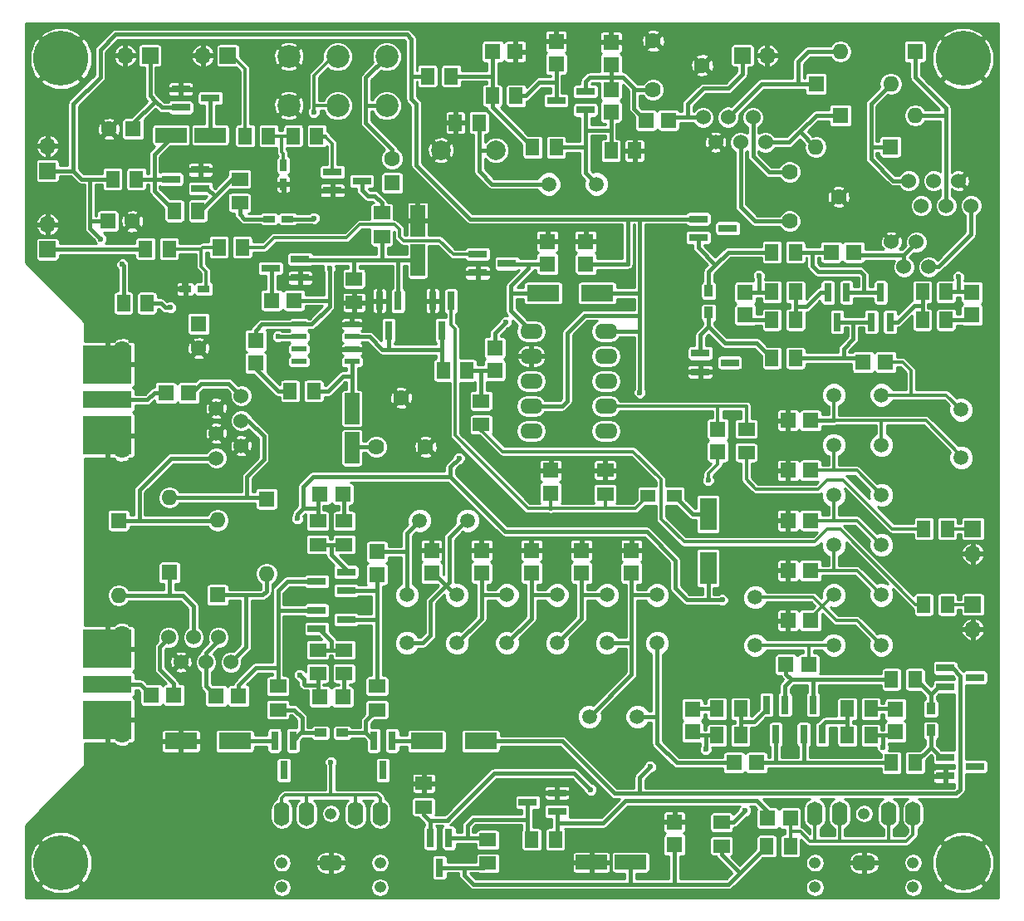
<source format=gtl>
G04 #@! TF.FileFunction,Copper,L1,Top,Signal*
%FSLAX46Y46*%
G04 Gerber Fmt 4.6, Leading zero omitted, Abs format (unit mm)*
G04 Created by KiCad (PCBNEW 4.0.7-e2-6376~58~ubuntu14.04.1) date Sat May 19 07:42:15 2018*
%MOMM*%
%LPD*%
G01*
G04 APERTURE LIST*
%ADD10C,0.100000*%
%ADD11C,1.800000*%
%ADD12R,5.000000X1.800000*%
%ADD13R,5.000000X3.960000*%
%ADD14C,1.524000*%
%ADD15O,2.500000X1.600000*%
%ADD16O,1.200000X1.200000*%
%ADD17O,1.600000X2.500000*%
%ADD18C,1.500000*%
%ADD19R,1.600000X1.600000*%
%ADD20R,1.900000X0.800000*%
%ADD21R,3.300000X1.700000*%
%ADD22R,0.800000X1.900000*%
%ADD23R,1.700000X1.400000*%
%ADD24C,5.600000*%
%ADD25R,1.400000X1.700000*%
%ADD26R,0.900000X1.200000*%
%ADD27R,1.200000X0.900000*%
%ADD28R,1.700000X1.700000*%
%ADD29O,1.700000X1.700000*%
%ADD30R,1.700000X3.300000*%
%ADD31R,1.500000X1.300000*%
%ADD32C,2.340000*%
%ADD33R,3.200000X1.500000*%
%ADD34O,2.300000X1.600000*%
%ADD35R,1.500000X3.200000*%
%ADD36C,1.620000*%
%ADD37C,1.998980*%
%ADD38R,1.550000X0.600000*%
%ADD39O,1.600000X1.600000*%
%ADD40C,1.600000*%
%ADD41R,1.200000X0.750000*%
%ADD42R,0.750000X1.200000*%
%ADD43C,0.600000*%
%ADD44C,0.300000*%
%ADD45C,0.400000*%
%ADD46C,0.254000*%
G04 APERTURE END LIST*
D10*
D11*
X64257000Y-114880000D03*
X64257000Y-104720000D03*
D12*
X62750000Y-109800000D03*
D13*
X62750000Y-106180000D03*
X62750000Y-113420000D03*
D11*
X64257000Y-112340000D03*
X64257000Y-107260000D03*
X64257000Y-109800000D03*
D14*
X69000000Y-105000000D03*
X70270000Y-107540000D03*
X71540000Y-105000000D03*
X72810000Y-107540000D03*
X74080000Y-105000000D03*
X75350000Y-107540000D03*
D15*
X85550000Y-128000000D03*
D16*
X85550000Y-123000000D03*
D17*
X90550000Y-123000000D03*
X88050000Y-123000000D03*
X83050000Y-123000000D03*
X80550000Y-123000000D03*
D16*
X90550000Y-128000000D03*
X80550000Y-128000000D03*
X90550000Y-130500000D03*
X80550000Y-130500000D03*
D18*
X136800000Y-90500000D03*
X141680000Y-90500000D03*
D19*
X134450000Y-103300000D03*
X132150000Y-103300000D03*
X107950000Y-90300000D03*
X107950000Y-88000000D03*
X86750000Y-111100000D03*
X84450000Y-111100000D03*
X143100000Y-112350000D03*
X143100000Y-114650000D03*
X126650000Y-117800000D03*
X128950000Y-117800000D03*
D20*
X148200000Y-117250000D03*
X148200000Y-119150000D03*
X151200000Y-118200000D03*
D21*
X70250000Y-115600000D03*
X75750000Y-115600000D03*
D22*
X133750000Y-114900000D03*
X135650000Y-114900000D03*
X134700000Y-111900000D03*
D23*
X113500000Y-90375000D03*
X113500000Y-87975000D03*
D24*
X150000000Y-46000000D03*
D19*
X73850000Y-111000000D03*
X76150000Y-111000000D03*
D15*
X139900000Y-128000000D03*
D16*
X139900000Y-123000000D03*
D17*
X144900000Y-123000000D03*
X142400000Y-123000000D03*
X137400000Y-123000000D03*
X134900000Y-123000000D03*
D16*
X144900000Y-128000000D03*
X134900000Y-128000000D03*
X144900000Y-130500000D03*
X134900000Y-130500000D03*
D24*
X150000000Y-128000000D03*
X58000000Y-128000000D03*
X58000000Y-46000000D03*
D23*
X86900000Y-106300000D03*
X86900000Y-108700000D03*
D19*
X122400000Y-114650000D03*
X122400000Y-112350000D03*
D21*
X95300000Y-115600000D03*
X100800000Y-115600000D03*
D18*
X111900000Y-113100000D03*
X116780000Y-113100000D03*
D23*
X86900000Y-93150000D03*
X86900000Y-95550000D03*
X84200000Y-93150000D03*
X84200000Y-95550000D03*
D25*
X124900000Y-112300000D03*
X127300000Y-112300000D03*
D18*
X118800000Y-100700000D03*
X118800000Y-105580000D03*
D20*
X87100000Y-100250000D03*
X87100000Y-98350000D03*
X84100000Y-99300000D03*
D25*
X124900000Y-115000000D03*
X127300000Y-115000000D03*
D18*
X113700000Y-100700000D03*
X113700000Y-105580000D03*
X108600000Y-100700000D03*
X108600000Y-105580000D03*
X103500000Y-100700000D03*
X103500000Y-105580000D03*
D20*
X84100000Y-102250000D03*
X84100000Y-104150000D03*
X87100000Y-103200000D03*
D23*
X80150000Y-110000000D03*
X80150000Y-112400000D03*
D18*
X98400000Y-100700000D03*
X98400000Y-105580000D03*
X93300000Y-100700000D03*
X93300000Y-105580000D03*
X94600000Y-93100000D03*
X99480000Y-93100000D03*
D19*
X134450000Y-82900000D03*
X132150000Y-82900000D03*
X68750000Y-80100000D03*
X71050000Y-80100000D03*
X84450000Y-90400000D03*
X86750000Y-90400000D03*
X90250000Y-96300000D03*
X90250000Y-98600000D03*
X95800000Y-98450000D03*
X95800000Y-96150000D03*
X106000000Y-98450000D03*
X106000000Y-96150000D03*
X111100000Y-98450000D03*
X111100000Y-96150000D03*
D20*
X148200000Y-108150000D03*
X148200000Y-110050000D03*
X151200000Y-109100000D03*
D22*
X131850000Y-111900000D03*
X129950000Y-111900000D03*
X130900000Y-114900000D03*
D23*
X90250000Y-112400000D03*
X90250000Y-110000000D03*
D26*
X146700000Y-112300000D03*
X146700000Y-114500000D03*
D27*
X86700000Y-114750000D03*
X84500000Y-114750000D03*
D25*
X142700000Y-117800000D03*
X145100000Y-117800000D03*
D23*
X84200000Y-106300000D03*
X84200000Y-108700000D03*
D18*
X128800000Y-105800000D03*
X128800000Y-100920000D03*
X136800000Y-105800000D03*
X141680000Y-105800000D03*
X136800000Y-100700000D03*
X141680000Y-100700000D03*
X136800000Y-95600000D03*
X141680000Y-95600000D03*
X136800000Y-85400000D03*
X141680000Y-85400000D03*
D19*
X134250000Y-107800000D03*
X131950000Y-107800000D03*
D18*
X136800000Y-80300000D03*
X141680000Y-80300000D03*
X149800000Y-86700000D03*
X149800000Y-81820000D03*
D19*
X67250000Y-110900000D03*
X69550000Y-110900000D03*
X134450000Y-88000000D03*
X132150000Y-88000000D03*
X100900000Y-98450000D03*
X100900000Y-96150000D03*
D25*
X145100000Y-109300000D03*
X142700000Y-109300000D03*
X138200000Y-115000000D03*
X140600000Y-115000000D03*
X138200000Y-112300000D03*
X140600000Y-112300000D03*
D19*
X134450000Y-98200000D03*
X132150000Y-98200000D03*
X134450000Y-93100000D03*
X132150000Y-93100000D03*
D22*
X91800000Y-115550000D03*
X89900000Y-115550000D03*
X90850000Y-118550000D03*
X81700000Y-115550000D03*
X79800000Y-115550000D03*
X80750000Y-118550000D03*
D19*
X125000000Y-83775000D03*
X125000000Y-86075000D03*
D28*
X56650000Y-57450000D03*
D29*
X56650000Y-54910000D03*
D28*
X56650000Y-65450000D03*
D29*
X56650000Y-62910000D03*
D11*
X64257000Y-85880000D03*
X64257000Y-75720000D03*
D12*
X62750000Y-80800000D03*
D13*
X62750000Y-77180000D03*
X62750000Y-84420000D03*
D11*
X64257000Y-83340000D03*
X64257000Y-78260000D03*
X64257000Y-80800000D03*
D19*
X116200000Y-98450000D03*
X116200000Y-96150000D03*
D14*
X76400000Y-80400000D03*
X73860000Y-81670000D03*
X76400000Y-82940000D03*
X73860000Y-84210000D03*
X76400000Y-85480000D03*
X73860000Y-86750000D03*
D28*
X67100000Y-45700000D03*
D29*
X64560000Y-45700000D03*
D20*
X100500000Y-65950000D03*
X100500000Y-67850000D03*
X103500000Y-66900000D03*
D25*
X66650000Y-65400000D03*
X69050000Y-65400000D03*
D30*
X124000000Y-92450000D03*
X124000000Y-97950000D03*
D31*
X117850000Y-90600000D03*
X120550000Y-90600000D03*
D32*
X91250000Y-45800000D03*
X86250000Y-45800000D03*
X81250000Y-45800000D03*
X91250000Y-50800000D03*
X86250000Y-50800000D03*
X81250000Y-50800000D03*
D19*
X111530000Y-64650000D03*
X111530000Y-66950000D03*
D28*
X151000000Y-101670000D03*
D29*
X151000000Y-104210000D03*
D28*
X151000000Y-93940000D03*
D29*
X151000000Y-96480000D03*
D28*
X75050000Y-45700000D03*
D29*
X72510000Y-45700000D03*
D20*
X85700000Y-57550000D03*
X85700000Y-59450000D03*
X88700000Y-58500000D03*
D19*
X127800000Y-69850000D03*
X127800000Y-72150000D03*
X136550000Y-65750000D03*
X138850000Y-65750000D03*
X120575000Y-126150000D03*
X120575000Y-123850000D03*
X107610000Y-64650000D03*
X107610000Y-66950000D03*
X142100000Y-76950000D03*
X139800000Y-76950000D03*
X150900000Y-72150000D03*
X150900000Y-69850000D03*
D33*
X116100000Y-127950000D03*
X112100000Y-127950000D03*
D19*
X132375000Y-123475000D03*
X130075000Y-123475000D03*
D20*
X123000000Y-62350000D03*
X123000000Y-64250000D03*
X126000000Y-63300000D03*
X123200000Y-76050000D03*
X123200000Y-77950000D03*
X126200000Y-77000000D03*
D34*
X113600000Y-73800000D03*
X113600000Y-76340000D03*
X113600000Y-78880000D03*
X113600000Y-81420000D03*
X113600000Y-83960000D03*
X105980000Y-83960000D03*
X105980000Y-81420000D03*
X105980000Y-78880000D03*
X105980000Y-76340000D03*
X105980000Y-73800000D03*
D22*
X138100000Y-69850000D03*
X136200000Y-69850000D03*
X137150000Y-72850000D03*
X140650000Y-72850000D03*
X142550000Y-72850000D03*
X141600000Y-69850000D03*
X97575000Y-125475000D03*
X95675000Y-125475000D03*
X96625000Y-128475000D03*
D20*
X108600000Y-122775000D03*
X108600000Y-120875000D03*
X105600000Y-121825000D03*
D25*
X130500000Y-72650000D03*
X132900000Y-72650000D03*
X130500000Y-69800000D03*
X132900000Y-69800000D03*
X130500000Y-65750000D03*
X132900000Y-65750000D03*
X132900000Y-76550000D03*
X130500000Y-76550000D03*
D26*
X124050000Y-69700000D03*
X124050000Y-71900000D03*
D25*
X145850000Y-69800000D03*
X148250000Y-69800000D03*
X145850000Y-72650000D03*
X148250000Y-72650000D03*
X106025000Y-125625000D03*
X108425000Y-125625000D03*
D23*
X101550000Y-128050000D03*
X101550000Y-125650000D03*
X125375000Y-126275000D03*
X125375000Y-123875000D03*
D25*
X129975000Y-126300000D03*
X132375000Y-126300000D03*
D23*
X95000000Y-122300000D03*
X95000000Y-119900000D03*
D14*
X150800000Y-61000000D03*
X149530000Y-58460000D03*
X148260000Y-61000000D03*
X146990000Y-58460000D03*
X145720000Y-61000000D03*
X144450000Y-58460000D03*
X142700000Y-64700000D03*
X143970000Y-67240000D03*
X145240000Y-64700000D03*
X146510000Y-67240000D03*
D19*
X102250000Y-77800000D03*
X102250000Y-75500000D03*
D35*
X94400000Y-66550000D03*
X94400000Y-62550000D03*
D21*
X112680000Y-69920000D03*
X107180000Y-69920000D03*
D28*
X127500000Y-45700000D03*
D29*
X130040000Y-45700000D03*
D25*
X97000000Y-77800000D03*
X99400000Y-77800000D03*
D23*
X87900000Y-68480000D03*
X87900000Y-70880000D03*
D36*
X132300000Y-62600000D03*
X137300000Y-60100000D03*
X132300000Y-57600000D03*
D14*
X123500000Y-52000000D03*
X124770000Y-54540000D03*
X126040000Y-52000000D03*
X127310000Y-54540000D03*
X128580000Y-52000000D03*
X129850000Y-54540000D03*
D19*
X102050000Y-45300000D03*
X104350000Y-45300000D03*
X108500000Y-46550000D03*
X108500000Y-44250000D03*
X114100000Y-51450000D03*
X114100000Y-49150000D03*
X117650000Y-52300000D03*
X119950000Y-52300000D03*
X114100000Y-46650000D03*
X114100000Y-44350000D03*
X77900000Y-74750000D03*
X77900000Y-77050000D03*
D35*
X87700000Y-81700000D03*
X87700000Y-85700000D03*
D19*
X81800000Y-70650000D03*
X79500000Y-70650000D03*
D20*
X82400000Y-68350000D03*
X82400000Y-66450000D03*
X79400000Y-67400000D03*
D37*
X96758000Y-55346000D03*
X102346000Y-55346000D03*
D22*
X92400000Y-70700000D03*
X90500000Y-70700000D03*
X91450000Y-73700000D03*
X97800000Y-70700000D03*
X95900000Y-70700000D03*
X96850000Y-73700000D03*
D20*
X111500000Y-51250000D03*
X111500000Y-49350000D03*
X108500000Y-50300000D03*
D25*
X97800000Y-47800000D03*
X95400000Y-47800000D03*
X102000000Y-49800000D03*
X104400000Y-49800000D03*
X106100000Y-55050000D03*
X108500000Y-55050000D03*
X114100000Y-55400000D03*
X116500000Y-55400000D03*
X64400000Y-70950000D03*
X66800000Y-70950000D03*
X83800000Y-79900000D03*
X81400000Y-79900000D03*
X100650000Y-52550000D03*
X98250000Y-52550000D03*
D36*
X118400000Y-49200000D03*
X123400000Y-46700000D03*
X118400000Y-44200000D03*
X95200000Y-85600000D03*
X92700000Y-80600000D03*
X90200000Y-85600000D03*
D18*
X107750000Y-58800000D03*
X112630000Y-58800000D03*
D25*
X74130000Y-65240000D03*
X76530000Y-65240000D03*
D23*
X90750000Y-64150000D03*
X90750000Y-61750000D03*
D25*
X79200000Y-53900000D03*
X76800000Y-53900000D03*
X84100000Y-53900000D03*
X81700000Y-53900000D03*
D38*
X87700000Y-76905000D03*
X87700000Y-75635000D03*
X87700000Y-74365000D03*
X87700000Y-73095000D03*
X82300000Y-73095000D03*
X82300000Y-74365000D03*
X82300000Y-75635000D03*
X82300000Y-76905000D03*
D33*
X69250000Y-53800000D03*
X73250000Y-53800000D03*
D20*
X70250000Y-49100000D03*
X70250000Y-51000000D03*
X73250000Y-50050000D03*
X72250000Y-59250000D03*
X72250000Y-57350000D03*
X69250000Y-58300000D03*
D23*
X76250000Y-60700000D03*
X76250000Y-58300000D03*
D25*
X63300000Y-58300000D03*
X65700000Y-58300000D03*
X72000000Y-61550000D03*
X69600000Y-61550000D03*
D19*
X69100000Y-98400000D03*
D39*
X69100000Y-90780000D03*
D19*
X63900000Y-93100000D03*
D39*
X63900000Y-100720000D03*
D19*
X74000000Y-100700000D03*
D39*
X74000000Y-93080000D03*
D19*
X79000000Y-90900000D03*
D39*
X79000000Y-98520000D03*
D19*
X137500000Y-51800000D03*
D39*
X145120000Y-51800000D03*
D19*
X145100000Y-45300000D03*
D39*
X137480000Y-45300000D03*
D19*
X142600000Y-55000000D03*
D39*
X134980000Y-55000000D03*
D19*
X135000000Y-48600000D03*
D39*
X142620000Y-48600000D03*
D19*
X72050000Y-73050000D03*
D40*
X72050000Y-75550000D03*
D19*
X91800000Y-58700000D03*
D40*
X91800000Y-56200000D03*
D19*
X65400000Y-53200000D03*
D40*
X62900000Y-53200000D03*
D19*
X62800000Y-62600000D03*
D40*
X65300000Y-62600000D03*
D23*
X127890000Y-83780000D03*
X127890000Y-86180000D03*
D25*
X145990000Y-93940000D03*
X148390000Y-93940000D03*
D23*
X100860000Y-80920000D03*
X100860000Y-83320000D03*
D25*
X145990000Y-101680000D03*
X148390000Y-101680000D03*
D41*
X70700000Y-69500000D03*
X72600000Y-69500000D03*
D42*
X80700000Y-58800000D03*
X80700000Y-56900000D03*
D41*
X79250000Y-62350000D03*
X81150000Y-62350000D03*
D43*
X68500000Y-118500000D03*
X73750000Y-118500000D03*
X63000000Y-121000000D03*
X63000000Y-126000000D03*
X63000000Y-130000000D03*
X68000000Y-130000000D03*
X68000000Y-126000000D03*
X68000000Y-121000000D03*
X73000000Y-121000000D03*
X73000000Y-126000000D03*
X73000000Y-130000000D03*
X78000000Y-130000000D03*
X78000000Y-126000000D03*
X150000000Y-66400000D03*
X149350000Y-71200000D03*
X94000000Y-130350000D03*
X99350000Y-127000000D03*
X94050000Y-126950000D03*
X87500000Y-130500000D03*
X82650000Y-129800000D03*
X82750000Y-125600000D03*
X86450000Y-125750000D03*
X89750000Y-126050000D03*
X92700000Y-123850000D03*
X118850000Y-127800000D03*
X112100000Y-125400000D03*
X115600000Y-125950000D03*
X107050000Y-123850000D03*
X108350000Y-127950000D03*
X103850000Y-125150000D03*
X104750000Y-127950000D03*
X86850000Y-113000000D03*
X87750000Y-116300000D03*
X88500000Y-111250000D03*
X88100000Y-119150000D03*
X92550000Y-120200000D03*
X115650000Y-123850000D03*
X118100000Y-123850000D03*
X111400000Y-122250000D03*
X105750000Y-120250000D03*
X102450000Y-121050000D03*
X97800000Y-121050000D03*
X112500000Y-116100000D03*
X115600000Y-118900000D03*
X95050000Y-117400000D03*
X98700000Y-118650000D03*
X101750000Y-117400000D03*
X105750000Y-117350000D03*
X108800000Y-117350000D03*
X97600000Y-44500000D03*
X94850000Y-43250000D03*
X78450000Y-48300000D03*
X65950000Y-60850000D03*
X69100000Y-56100000D03*
X64050000Y-55100000D03*
X72850000Y-48150000D03*
X67700000Y-52100000D03*
X71300000Y-52200000D03*
X92700000Y-83100000D03*
X91500000Y-87200000D03*
X144700000Y-111350000D03*
X87400000Y-48300000D03*
X82100000Y-48300000D03*
X83750000Y-59450000D03*
X87800000Y-52900000D03*
X87700000Y-56000000D03*
X85700000Y-61000000D03*
X75650000Y-56250000D03*
X75450000Y-48450000D03*
X75450000Y-51650000D03*
X92350000Y-48250000D03*
X118500000Y-54350000D03*
X72250000Y-55650000D03*
X84300000Y-69350000D03*
X79550000Y-65900000D03*
X88700000Y-65450000D03*
X96850000Y-68100000D03*
X92300000Y-65450000D03*
X84150000Y-65250000D03*
X78200000Y-64100000D03*
X78400000Y-56300000D03*
X74350000Y-62400000D03*
X70450000Y-63550000D03*
X78400000Y-59100000D03*
X59550000Y-69950000D03*
X58300000Y-67250000D03*
X62500000Y-67250000D03*
X62450000Y-71000000D03*
X63350000Y-73200000D03*
X70450000Y-67050000D03*
X67500000Y-73200000D03*
X67950000Y-68750000D03*
X74500000Y-70500000D03*
X74450000Y-67350000D03*
X77050000Y-68800000D03*
X76550000Y-72150000D03*
X89950000Y-82550000D03*
X82900000Y-118300000D03*
X78300000Y-121550000D03*
X78350000Y-117650000D03*
X61450000Y-102100000D03*
X66800000Y-115500000D03*
X68100000Y-113350000D03*
X71650000Y-110200000D03*
X71750000Y-113350000D03*
X63900000Y-95700000D03*
X61400000Y-93150000D03*
X61450000Y-95700000D03*
X63900000Y-98250000D03*
X61450000Y-98250000D03*
X66300000Y-98250000D03*
X66700000Y-105150000D03*
X66300000Y-102100000D03*
X61550000Y-90750000D03*
X62750000Y-88250000D03*
X65650000Y-88000000D03*
X64450000Y-90750000D03*
X69100000Y-96550000D03*
X69100000Y-94400000D03*
X66300000Y-95700000D03*
X67300000Y-91700000D03*
X68700000Y-88950000D03*
X81650000Y-81850000D03*
X84800000Y-81850000D03*
X71550000Y-91900000D03*
X74000000Y-98000000D03*
X74000000Y-95350000D03*
X70000000Y-102850000D03*
X71550000Y-99400000D03*
X71550000Y-96750000D03*
X71550000Y-94400000D03*
X93300000Y-113500000D03*
X95900000Y-110900000D03*
X95900000Y-113500000D03*
X88900000Y-107450000D03*
X89300000Y-101650000D03*
X86800000Y-101650000D03*
X81150000Y-100900000D03*
X83850000Y-100700000D03*
X83850000Y-97300000D03*
X79000000Y-94650000D03*
X76750000Y-95950000D03*
X76750000Y-92900000D03*
X78600000Y-101900000D03*
X76700000Y-98850000D03*
X78600000Y-104200000D03*
X73250000Y-102800000D03*
X75800000Y-102400000D03*
X75800000Y-105200000D03*
X80800000Y-113900000D03*
X82150000Y-111200000D03*
X74950000Y-109250000D03*
X75600000Y-113350000D03*
X78250000Y-113350000D03*
X78250000Y-109900000D03*
X78600000Y-106700000D03*
X88900000Y-104800000D03*
X86700000Y-104500000D03*
X81150000Y-106700000D03*
X81150000Y-104200000D03*
X80850000Y-97300000D03*
X80850000Y-94250000D03*
X81250000Y-90750000D03*
X67700000Y-85750000D03*
X71550000Y-84250000D03*
X67150000Y-83650000D03*
X69900000Y-82400000D03*
X69900000Y-77700000D03*
X75450000Y-77450000D03*
X80300000Y-77550000D03*
X83250000Y-84950000D03*
X80500000Y-84950000D03*
X79000000Y-81650000D03*
X71600000Y-88400000D03*
X75550000Y-88400000D03*
X79400000Y-88400000D03*
X83750000Y-87300000D03*
X85000000Y-75050000D03*
X89750000Y-73100000D03*
X89750000Y-76300000D03*
X90550000Y-78800000D03*
X94250000Y-73650000D03*
X94250000Y-77600000D03*
X90500000Y-68000000D03*
X100200000Y-61100000D03*
X98800000Y-63800000D03*
X96200000Y-62550000D03*
X102500000Y-68600000D03*
X102500000Y-70650000D03*
X94250000Y-70700000D03*
X99900000Y-75700000D03*
X99900000Y-73150000D03*
X99900000Y-70700000D03*
X152600000Y-78800000D03*
X152600000Y-81400000D03*
X152600000Y-86700000D03*
X148770000Y-84010000D03*
X151400000Y-84010000D03*
X152600000Y-89700000D03*
X97000000Y-90200000D03*
X97000000Y-93100000D03*
X89800000Y-90200000D03*
X93500000Y-90200000D03*
X106000000Y-113500000D03*
X106000000Y-110900000D03*
X103500000Y-111900000D03*
X121600000Y-108600000D03*
X120800000Y-106200000D03*
X123100000Y-122800000D03*
X147400000Y-124600000D03*
X137200000Y-130500000D03*
X142400000Y-127300000D03*
X142400000Y-130500000D03*
X137200000Y-127300000D03*
X131200000Y-128400000D03*
X127400000Y-124900000D03*
X131800000Y-121800000D03*
X131200000Y-124900000D03*
X123100000Y-128500000D03*
X123100000Y-125700000D03*
X128600000Y-130600000D03*
X131200000Y-130500000D03*
X124500000Y-119400000D03*
X119500000Y-119300000D03*
X115700000Y-115900000D03*
X114300000Y-113100000D03*
X115600000Y-71000000D03*
X107900000Y-80100000D03*
X108200000Y-75000000D03*
X108300000Y-77700000D03*
X109600000Y-72000000D03*
X109500000Y-64600000D03*
X109600000Y-68300000D03*
X111300000Y-74300000D03*
X111300000Y-77600000D03*
X111300000Y-80100000D03*
X94400000Y-59200000D03*
X104600000Y-64500000D03*
X101800000Y-63800000D03*
X115300000Y-68400000D03*
X114300000Y-64600000D03*
X119100000Y-58800000D03*
X120200000Y-60800000D03*
X122900000Y-68400000D03*
X121400000Y-66600000D03*
X120200000Y-63700000D03*
X118600000Y-67500000D03*
X118200000Y-71200000D03*
X118200000Y-74700000D03*
X121000000Y-71100000D03*
X121100000Y-74800000D03*
X115700000Y-75100000D03*
X92000000Y-53100000D03*
X95500000Y-51700000D03*
X103800000Y-47300000D03*
X100000000Y-43400000D03*
X100000000Y-46400000D03*
X98300000Y-50100000D03*
X104200000Y-51500000D03*
X102400000Y-53000000D03*
X104200000Y-54700000D03*
X100200000Y-58800000D03*
X108400000Y-52000000D03*
X112600000Y-54500000D03*
X112700000Y-56900000D03*
X110300000Y-60500000D03*
X112700000Y-61100000D03*
X110300000Y-57000000D03*
X104700000Y-61100000D03*
X115600000Y-60900000D03*
X120200000Y-56400000D03*
X121900000Y-53800000D03*
X115300000Y-57000000D03*
X106600000Y-56900000D03*
X110300000Y-53200000D03*
X106300000Y-51500000D03*
X110300000Y-47500000D03*
X106300000Y-43600000D03*
X106300000Y-47300000D03*
X111300000Y-44350000D03*
X115700000Y-53200000D03*
X137400000Y-48600000D03*
X140800000Y-48600000D03*
X139500000Y-51800000D03*
X135300000Y-58100000D03*
X136900000Y-56500000D03*
X138000000Y-63200000D03*
X124900000Y-43800000D03*
X124500000Y-50300000D03*
X127800000Y-48700000D03*
X121100000Y-44400000D03*
X118800000Y-46700000D03*
X121100000Y-49000000D03*
X125900000Y-60900000D03*
X122900000Y-59400000D03*
X122900000Y-56400000D03*
X133300000Y-60100000D03*
X130200000Y-60100000D03*
X128500000Y-58000000D03*
X135300000Y-62100000D03*
X125900000Y-58000000D03*
X140100000Y-62100000D03*
X142000000Y-59600000D03*
X134400000Y-43500000D03*
X139600000Y-43500000D03*
X141700000Y-45400000D03*
X145400000Y-43300000D03*
X133900000Y-50700000D03*
X130500000Y-50600000D03*
X131400000Y-52900000D03*
X138200000Y-55000000D03*
X139600000Y-57800000D03*
X145700000Y-56900000D03*
X145700000Y-53800000D03*
X142400000Y-51800000D03*
X145000000Y-49600000D03*
X152600000Y-52900000D03*
X149900000Y-52900000D03*
X152600000Y-55000000D03*
X152400000Y-57200000D03*
X152600000Y-50400000D03*
X149900000Y-50400000D03*
X149900000Y-55400000D03*
X152700000Y-59900000D03*
X152600000Y-74800000D03*
X152800000Y-62800000D03*
X152800000Y-71000000D03*
X152800000Y-66800000D03*
X144500000Y-62900000D03*
X149100000Y-63200000D03*
X142000000Y-67400000D03*
X129900000Y-74400000D03*
X127200000Y-73900000D03*
X125800000Y-71800000D03*
X125700000Y-68500000D03*
X132900000Y-74600000D03*
X136200000Y-75000000D03*
X127800000Y-67100000D03*
X135200000Y-72800000D03*
X134600000Y-69100000D03*
X139300000Y-71300000D03*
X143500000Y-70700000D03*
X149800000Y-74800000D03*
X140300000Y-75000000D03*
X143500000Y-74900000D03*
X146800000Y-74800000D03*
X146800000Y-77900000D03*
X140900000Y-78600000D03*
X137300000Y-77700000D03*
X134100000Y-78300000D03*
X128600000Y-77500000D03*
X118400000Y-78600000D03*
X117900000Y-85400000D03*
X116400000Y-88000000D03*
X120500000Y-88000000D03*
X123100000Y-85700000D03*
X123100000Y-82700000D03*
X119600000Y-82700000D03*
X115800000Y-82700000D03*
X109800000Y-84800000D03*
X107900000Y-82700000D03*
X111300000Y-82700000D03*
X101800000Y-86300000D03*
X99200000Y-82100000D03*
X103300000Y-83600000D03*
X121000000Y-92800000D03*
X116200000Y-93100000D03*
X115800000Y-90800000D03*
X110700000Y-90300000D03*
X110700000Y-88000000D03*
X106000000Y-90100000D03*
X104400000Y-88500000D03*
X100900000Y-113500000D03*
X100900000Y-110900000D03*
X98400000Y-111900000D03*
X102500000Y-90400000D03*
X100100000Y-88600000D03*
X113000000Y-93100000D03*
X109600000Y-93100000D03*
X119400000Y-94400000D03*
X106000000Y-93100000D03*
X88800000Y-93100000D03*
X87900000Y-97100000D03*
X91800000Y-95100000D03*
X103500000Y-95300000D03*
X108600000Y-95300000D03*
X113700000Y-95300000D03*
X96500000Y-105600000D03*
X100900000Y-108580000D03*
X100900000Y-105600000D03*
X111100000Y-110900000D03*
X117200000Y-108580000D03*
X111100000Y-108580000D03*
X111100000Y-105600000D03*
X106000000Y-105600000D03*
X106000000Y-108580000D03*
X114900000Y-103000000D03*
X112100000Y-103000000D03*
X109600000Y-103000000D03*
X107200000Y-103000000D03*
X104700000Y-103000000D03*
X102100000Y-103000000D03*
X99400000Y-103000000D03*
X96900000Y-103000000D03*
X94500000Y-103000000D03*
X120700000Y-103700000D03*
X91800000Y-103000000D03*
X118800000Y-103100000D03*
X123800000Y-108700000D03*
X125200000Y-105400000D03*
X125200000Y-102700000D03*
X125500000Y-108700000D03*
X123100000Y-102200000D03*
X123100000Y-105400000D03*
X127400000Y-108800000D03*
X148300000Y-113300000D03*
X151600000Y-114600000D03*
X151700000Y-110900000D03*
X152000000Y-122100000D03*
X148100000Y-122100000D03*
X134100000Y-119500000D03*
X137700000Y-119500000D03*
X141100000Y-119500000D03*
X136100000Y-124800000D03*
X143700000Y-124700000D03*
X140900000Y-124700000D03*
X138800000Y-124700000D03*
X129900000Y-119500000D03*
X144500000Y-119700000D03*
X132300000Y-114900000D03*
X133300000Y-111000000D03*
X136800000Y-110400000D03*
X129100000Y-114900000D03*
X136800000Y-115100000D03*
X136800000Y-107900000D03*
X130900000Y-110100000D03*
X144700000Y-107600000D03*
X145000000Y-115400000D03*
X136000000Y-103600000D03*
X141700000Y-107600000D03*
X139270000Y-106880000D03*
X139300000Y-110400000D03*
X147500000Y-106600000D03*
X144680000Y-103200000D03*
X147570000Y-104250000D03*
X151000000Y-106600000D03*
X150900000Y-99000000D03*
X147300000Y-96000000D03*
X144700000Y-98300000D03*
X147300000Y-98300000D03*
X129620000Y-91320000D03*
X129600000Y-88000000D03*
X127290000Y-97920000D03*
X128800000Y-103400000D03*
X130710000Y-99670000D03*
X129620000Y-94180000D03*
X139270000Y-97070000D03*
X135900000Y-97070000D03*
X139270000Y-99550000D03*
X136080000Y-99150000D03*
X139270000Y-91890000D03*
X135790000Y-91890000D03*
X144200000Y-92570000D03*
X141670000Y-103230000D03*
X139270000Y-102390000D03*
X139270000Y-94470000D03*
X139270000Y-104700000D03*
X141680000Y-88080000D03*
X139350000Y-86810000D03*
X139330000Y-83890000D03*
X139270000Y-89330000D03*
X95870000Y-108570000D03*
X126450000Y-82340000D03*
X126320000Y-87540000D03*
X127740000Y-93150000D03*
X131410000Y-85430000D03*
X147200000Y-92500000D03*
X147420000Y-90110000D03*
X147380000Y-87600000D03*
X147400000Y-81980000D03*
X147380000Y-85400000D03*
X144680000Y-87360000D03*
X144680000Y-83810000D03*
X144660000Y-82030000D03*
X141750000Y-82030000D03*
X139330000Y-81000000D03*
X130220000Y-82750000D03*
X130220000Y-80230000D03*
X127680000Y-80240000D03*
X124100000Y-80270000D03*
X121040000Y-80220000D03*
X121040000Y-77950000D03*
X98610000Y-86760000D03*
X127770000Y-122670000D03*
X125450000Y-101200000D03*
X82375000Y-108850000D03*
X149500000Y-68275000D03*
X129175000Y-68125000D03*
X123750000Y-116450000D03*
X141825000Y-116225000D03*
X82125000Y-92900000D03*
X64300000Y-67000000D03*
X62100000Y-64400000D03*
X118100000Y-118200000D03*
X117040000Y-80060000D03*
X69200000Y-71400000D03*
X80150000Y-74350000D03*
X85400000Y-67400000D03*
X83800000Y-62300000D03*
X112030000Y-120550000D03*
X124010000Y-89000000D03*
X103410000Y-72850000D03*
X83800000Y-51450000D03*
X85550000Y-117725000D03*
D44*
X78350000Y-117650000D02*
X74600000Y-117650000D01*
X74600000Y-117650000D02*
X73750000Y-118500000D01*
X63000000Y-130000000D02*
X63000000Y-126000000D01*
X68000000Y-126000000D02*
X68000000Y-130000000D01*
X73000000Y-121000000D02*
X68000000Y-121000000D01*
X73000000Y-130000000D02*
X73000000Y-126000000D01*
X78000000Y-126000000D02*
X78000000Y-130000000D01*
X152800000Y-66800000D02*
X150400000Y-66800000D01*
X150400000Y-66800000D02*
X150000000Y-66400000D01*
X99350000Y-127000000D02*
X99300000Y-126950000D01*
X99300000Y-126950000D02*
X94050000Y-126950000D01*
X83350000Y-130500000D02*
X87500000Y-130500000D01*
X82650000Y-129800000D02*
X83350000Y-130500000D01*
X86300000Y-125600000D02*
X82750000Y-125600000D01*
X86450000Y-125750000D02*
X86300000Y-125600000D01*
X90500000Y-126050000D02*
X89750000Y-126050000D01*
X92700000Y-123850000D02*
X90500000Y-126050000D01*
X112100000Y-127950000D02*
X112100000Y-125400000D01*
X112100000Y-127950000D02*
X108350000Y-127950000D01*
X103850000Y-127050000D02*
X103850000Y-125150000D01*
X104750000Y-127950000D02*
X103850000Y-127050000D01*
X88500000Y-112050000D02*
X87550000Y-113000000D01*
X87550000Y-113000000D02*
X86850000Y-113000000D01*
X88500000Y-111250000D02*
X88500000Y-112050000D01*
X95000000Y-119900000D02*
X92850000Y-119900000D01*
X92850000Y-119900000D02*
X92550000Y-120200000D01*
X120575000Y-123850000D02*
X118100000Y-123850000D01*
X95000000Y-119900000D02*
X96650000Y-119900000D01*
X96650000Y-119900000D02*
X97800000Y-121050000D01*
X115300000Y-118900000D02*
X112500000Y-116100000D01*
X115600000Y-118900000D02*
X115300000Y-118900000D01*
X95000000Y-117450000D02*
X95000000Y-119900000D01*
X95050000Y-117400000D02*
X95000000Y-117450000D01*
X100500000Y-118650000D02*
X98700000Y-118650000D01*
X101750000Y-117400000D02*
X100500000Y-118650000D01*
X108800000Y-117350000D02*
X105750000Y-117350000D01*
X97600000Y-44500000D02*
X96100000Y-44500000D01*
X96100000Y-44500000D02*
X94850000Y-43250000D01*
X70450000Y-63550000D02*
X68650000Y-63550000D01*
X68650000Y-63550000D02*
X65950000Y-60850000D01*
X70350000Y-57350000D02*
X69100000Y-56100000D01*
X72250000Y-57350000D02*
X70350000Y-57350000D01*
X70250000Y-49100000D02*
X71900000Y-49100000D01*
X71900000Y-49100000D02*
X72850000Y-48150000D01*
X71200000Y-52100000D02*
X67700000Y-52100000D01*
X71300000Y-52200000D02*
X71200000Y-52100000D01*
X92700000Y-83100000D02*
X92700000Y-86000000D01*
X92700000Y-86000000D02*
X91500000Y-87200000D01*
X82750000Y-49300000D02*
X81250000Y-50800000D01*
X82750000Y-48950000D02*
X82750000Y-49300000D01*
X82100000Y-48300000D02*
X82750000Y-48950000D01*
X85700000Y-59450000D02*
X83750000Y-59450000D01*
X87800000Y-55900000D02*
X87800000Y-52900000D01*
X87700000Y-56000000D02*
X87800000Y-55900000D01*
X85700000Y-59450000D02*
X85700000Y-61000000D01*
X75650000Y-56250000D02*
X75650000Y-55750000D01*
X74050000Y-57350000D02*
X75150000Y-56250000D01*
X75150000Y-56250000D02*
X75650000Y-56250000D01*
X72250000Y-57350000D02*
X74050000Y-57350000D01*
X75450000Y-55550000D02*
X75450000Y-51650000D01*
X75650000Y-55750000D02*
X75450000Y-55550000D01*
X72250000Y-57350000D02*
X72250000Y-55650000D01*
X82400000Y-68350000D02*
X84200000Y-68350000D01*
X84300000Y-68450000D02*
X84300000Y-69350000D01*
X84200000Y-68350000D02*
X84300000Y-68450000D01*
X80200000Y-65250000D02*
X79550000Y-65900000D01*
X88700000Y-65450000D02*
X84350000Y-65450000D01*
X95900000Y-69050000D02*
X96850000Y-68100000D01*
X95900000Y-70700000D02*
X95900000Y-69050000D01*
X84350000Y-65450000D02*
X84150000Y-65250000D01*
X84150000Y-65250000D02*
X80200000Y-65250000D01*
X78400000Y-59100000D02*
X78400000Y-56300000D01*
X73200000Y-63550000D02*
X74350000Y-62400000D01*
X70450000Y-63550000D02*
X73200000Y-63550000D01*
X78500000Y-59000000D02*
X80700000Y-59000000D01*
X78400000Y-59100000D02*
X78500000Y-59000000D01*
X62500000Y-67250000D02*
X58300000Y-67250000D01*
X62450000Y-72300000D02*
X62450000Y-71000000D01*
X63350000Y-73200000D02*
X62450000Y-72300000D01*
X70500000Y-69500000D02*
X70500000Y-67100000D01*
X70500000Y-67100000D02*
X70450000Y-67050000D01*
X69900000Y-77350000D02*
X67500000Y-74950000D01*
X67500000Y-74950000D02*
X67500000Y-73200000D01*
X69900000Y-77700000D02*
X69900000Y-77350000D01*
X68700000Y-69500000D02*
X70500000Y-69500000D01*
X67950000Y-68750000D02*
X68700000Y-69500000D01*
X75450000Y-77450000D02*
X75450000Y-73250000D01*
X75600000Y-67350000D02*
X74450000Y-67350000D01*
X77050000Y-68800000D02*
X75600000Y-67350000D01*
X75450000Y-73250000D02*
X76550000Y-72150000D01*
X92700000Y-83100000D02*
X90500000Y-83100000D01*
X93400000Y-83800000D02*
X92700000Y-83100000D01*
X95200000Y-85600000D02*
X93400000Y-83800000D01*
X90500000Y-83100000D02*
X89950000Y-82550000D01*
X78300000Y-117700000D02*
X78300000Y-121550000D01*
X78350000Y-117650000D02*
X78300000Y-117700000D01*
X66300000Y-102100000D02*
X61450000Y-102100000D01*
X71750000Y-113350000D02*
X68100000Y-113350000D01*
X66900000Y-115600000D02*
X70250000Y-115600000D01*
X66800000Y-115500000D02*
X66900000Y-115600000D01*
X75600000Y-113350000D02*
X71750000Y-113350000D01*
X71500000Y-108770000D02*
X70270000Y-107540000D01*
X71500000Y-110050000D02*
X71500000Y-108770000D01*
X71650000Y-110200000D02*
X71500000Y-110050000D01*
X63900000Y-95700000D02*
X61450000Y-95700000D01*
X63900000Y-98250000D02*
X66300000Y-98250000D01*
X66700000Y-102500000D02*
X66700000Y-105150000D01*
X66300000Y-102100000D02*
X66700000Y-102500000D01*
X66300000Y-98250000D02*
X66300000Y-95700000D01*
X64450000Y-90750000D02*
X61550000Y-90750000D01*
X62750000Y-89050000D02*
X62750000Y-88250000D01*
X62750000Y-88250000D02*
X62750000Y-84420000D01*
X64450000Y-90750000D02*
X62750000Y-89050000D01*
X67800000Y-94400000D02*
X69100000Y-94400000D01*
X66300000Y-95700000D02*
X67800000Y-94400000D01*
X67300000Y-90350000D02*
X67300000Y-91700000D01*
X68700000Y-88950000D02*
X67300000Y-90350000D01*
X84800000Y-81850000D02*
X81650000Y-81850000D01*
X74000000Y-95350000D02*
X72500000Y-95350000D01*
X74850000Y-98850000D02*
X74000000Y-98000000D01*
X76700000Y-98850000D02*
X74850000Y-98850000D01*
X70050000Y-102900000D02*
X70050000Y-103050000D01*
X70000000Y-102850000D02*
X70050000Y-102900000D01*
X71550000Y-96750000D02*
X71550000Y-99400000D01*
X72500000Y-95350000D02*
X71550000Y-94400000D01*
X95900000Y-113500000D02*
X95900000Y-110900000D01*
X93300000Y-113500000D02*
X95900000Y-113500000D01*
X88900000Y-104800000D02*
X88900000Y-107450000D01*
X81150000Y-100900000D02*
X83650000Y-100900000D01*
X83650000Y-100900000D02*
X83850000Y-100700000D01*
X80850000Y-97300000D02*
X83850000Y-97300000D01*
X76700000Y-96000000D02*
X76750000Y-95950000D01*
X76750000Y-92900000D02*
X78500000Y-94650000D01*
X79000000Y-94650000D02*
X78500000Y-94650000D01*
X76700000Y-98850000D02*
X76700000Y-96000000D01*
X75800000Y-105200000D02*
X75800000Y-102400000D01*
X78250000Y-113350000D02*
X75600000Y-113350000D01*
X88900000Y-104800000D02*
X87000000Y-104800000D01*
X87000000Y-104800000D02*
X86700000Y-104500000D01*
X81150000Y-104200000D02*
X81150000Y-106700000D01*
X80850000Y-97300000D02*
X80800000Y-97350000D01*
X80850000Y-91150000D02*
X80850000Y-94250000D01*
X81250000Y-90750000D02*
X80850000Y-91150000D01*
X72050000Y-75550000D02*
X70350000Y-77250000D01*
X70050000Y-85750000D02*
X67700000Y-85750000D01*
X71550000Y-84250000D02*
X70050000Y-85750000D01*
X68650000Y-83650000D02*
X67150000Y-83650000D01*
X69900000Y-82400000D02*
X68650000Y-83650000D01*
X70350000Y-77250000D02*
X69900000Y-77700000D01*
X73700000Y-77200000D02*
X72050000Y-75550000D01*
X73850000Y-77200000D02*
X73700000Y-77200000D01*
X74100000Y-77450000D02*
X73850000Y-77200000D01*
X75450000Y-77450000D02*
X74100000Y-77450000D01*
X80500000Y-84950000D02*
X83250000Y-84950000D01*
X80500000Y-87300000D02*
X80500000Y-84950000D01*
X79000000Y-81650000D02*
X78950000Y-81650000D01*
X71600000Y-88400000D02*
X75550000Y-88400000D01*
X79400000Y-88400000D02*
X80500000Y-87300000D01*
X80500000Y-87300000D02*
X83750000Y-87300000D01*
X87700000Y-73095000D02*
X85955000Y-73095000D01*
X85000000Y-74050000D02*
X85000000Y-75050000D01*
X85955000Y-73095000D02*
X85000000Y-74050000D01*
X87700000Y-73095000D02*
X89745000Y-73095000D01*
X89745000Y-73095000D02*
X89750000Y-73100000D01*
X94250000Y-77600000D02*
X90550000Y-78800000D01*
X89535000Y-75635000D02*
X87700000Y-75635000D01*
X89550000Y-75650000D02*
X89535000Y-75635000D01*
X89550000Y-76100000D02*
X89550000Y-75650000D01*
X89750000Y-76300000D02*
X89550000Y-76100000D01*
X94250000Y-70700000D02*
X94250000Y-73650000D01*
X94250000Y-79050000D02*
X92700000Y-80600000D01*
X94250000Y-77600000D02*
X94250000Y-79050000D01*
X90500000Y-70700000D02*
X90500000Y-68000000D01*
X94400000Y-62550000D02*
X96200000Y-62550000D01*
X100200000Y-61100000D02*
X100200000Y-58800000D01*
X100500000Y-67850000D02*
X101750000Y-67850000D01*
X101750000Y-67850000D02*
X102500000Y-68600000D01*
X95900000Y-70700000D02*
X94250000Y-70700000D01*
X99900000Y-75700000D02*
X99900000Y-75650000D01*
X99900000Y-70700000D02*
X99900000Y-73150000D01*
X152600000Y-81400000D02*
X152600000Y-78800000D01*
X152600000Y-89700000D02*
X152600000Y-86700000D01*
X151400000Y-84010000D02*
X148770000Y-84010000D01*
X97000000Y-90200000D02*
X93500000Y-90200000D01*
X95800000Y-96150000D02*
X95800000Y-94700000D01*
X97000000Y-93500000D02*
X97000000Y-93100000D01*
X95800000Y-94700000D02*
X97000000Y-93500000D01*
X97000000Y-90200000D02*
X97000000Y-93100000D01*
X106000000Y-108580000D02*
X106000000Y-110900000D01*
X123100000Y-125700000D02*
X123100000Y-122800000D01*
X142400000Y-130500000D02*
X142400000Y-127300000D01*
X137200000Y-130400000D02*
X137200000Y-130500000D01*
X137200000Y-130400000D02*
X137200000Y-130500000D01*
X137200000Y-127300000D02*
X137200000Y-130400000D01*
X131200000Y-128400000D02*
X131200000Y-130500000D01*
X127400000Y-124900000D02*
X131200000Y-124900000D01*
X123100000Y-125700000D02*
X123100000Y-128500000D01*
X119600000Y-119400000D02*
X124500000Y-119400000D01*
X119500000Y-119300000D02*
X119600000Y-119400000D01*
X114300000Y-114500000D02*
X115700000Y-115900000D01*
X117200000Y-108580000D02*
X117200000Y-109800000D01*
X114300000Y-112700000D02*
X114300000Y-113100000D01*
X117200000Y-109800000D02*
X114300000Y-112700000D01*
X114300000Y-113100000D02*
X114300000Y-114500000D01*
X107900000Y-80100000D02*
X107900000Y-78100000D01*
X107900000Y-78100000D02*
X108300000Y-77700000D01*
X109500000Y-64600000D02*
X109500000Y-68200000D01*
X109500000Y-64650000D02*
X109500000Y-64600000D01*
X109500000Y-68200000D02*
X109600000Y-68300000D01*
X109600000Y-72000000D02*
X109600000Y-68300000D01*
X111300000Y-80100000D02*
X111300000Y-77600000D01*
X94400000Y-62550000D02*
X94400000Y-59200000D01*
X104750000Y-64650000D02*
X104600000Y-64500000D01*
X107610000Y-64650000D02*
X104750000Y-64650000D01*
X111530000Y-64650000D02*
X114250000Y-64650000D01*
X114250000Y-64650000D02*
X114300000Y-64600000D01*
X119100000Y-58800000D02*
X120200000Y-60800000D01*
X122900000Y-68400000D02*
X121400000Y-66900000D01*
X121400000Y-66900000D02*
X121400000Y-66600000D01*
X120200000Y-63700000D02*
X118600000Y-65300000D01*
X118600000Y-65300000D02*
X118600000Y-67500000D01*
X118200000Y-71200000D02*
X118200000Y-74700000D01*
X121000000Y-74700000D02*
X121000000Y-71100000D01*
X121100000Y-74800000D02*
X121000000Y-74700000D01*
X107610000Y-64650000D02*
X109500000Y-64650000D01*
X109500000Y-64650000D02*
X111530000Y-64650000D01*
X96758000Y-55346000D02*
X96758000Y-55358000D01*
X96758000Y-55358000D02*
X100200000Y-58800000D01*
X98250000Y-52550000D02*
X96350000Y-52550000D01*
X96350000Y-52550000D02*
X95500000Y-51700000D01*
X100000000Y-46400000D02*
X100000000Y-43400000D01*
X98250000Y-52550000D02*
X98250000Y-50150000D01*
X98250000Y-50150000D02*
X98300000Y-50100000D01*
X102500000Y-53000000D02*
X102400000Y-53000000D01*
X104200000Y-54700000D02*
X102500000Y-53000000D01*
X112600000Y-56800000D02*
X112600000Y-54500000D01*
X112700000Y-56900000D02*
X112600000Y-56800000D01*
X110300000Y-60500000D02*
X106200000Y-60500000D01*
X110300000Y-57000000D02*
X110300000Y-60500000D01*
X105600000Y-61100000D02*
X104700000Y-61100000D01*
X106200000Y-60500000D02*
X105600000Y-61100000D01*
X120200000Y-55500000D02*
X120200000Y-56400000D01*
X121900000Y-53800000D02*
X120200000Y-55500000D01*
X110300000Y-53200000D02*
X106700000Y-53200000D01*
X106700000Y-53200000D02*
X106300000Y-52800000D01*
X106300000Y-52800000D02*
X106300000Y-51500000D01*
X106300000Y-47300000D02*
X106300000Y-43600000D01*
X114100000Y-44350000D02*
X111300000Y-44350000D01*
X111300000Y-44350000D02*
X111050000Y-44350000D01*
X110950000Y-44250000D02*
X108500000Y-44250000D01*
X111050000Y-44350000D02*
X110950000Y-44250000D01*
X116500000Y-55400000D02*
X116500000Y-54000000D01*
X116500000Y-54000000D02*
X115700000Y-53200000D01*
X139500000Y-50700000D02*
X137400000Y-48600000D01*
X139500000Y-51800000D02*
X139500000Y-50700000D01*
X136900000Y-56500000D02*
X135300000Y-58100000D01*
X135300000Y-58100000D02*
X137300000Y-60100000D01*
X138000000Y-63200000D02*
X138100000Y-63200000D01*
X126200000Y-50300000D02*
X124500000Y-50300000D01*
X127800000Y-48700000D02*
X126200000Y-50300000D01*
X121100000Y-44400000D02*
X123400000Y-46700000D01*
X121100000Y-49000000D02*
X118800000Y-46700000D01*
X125900000Y-60900000D02*
X124400000Y-60900000D01*
X125900000Y-58000000D02*
X125900000Y-60900000D01*
X124400000Y-60900000D02*
X122900000Y-59400000D01*
X122900000Y-56400000D02*
X124500000Y-58000000D01*
X124500000Y-58000000D02*
X125900000Y-58000000D01*
X130200000Y-60100000D02*
X128500000Y-58400000D01*
X128500000Y-58400000D02*
X128500000Y-58000000D01*
X135300000Y-62100000D02*
X133300000Y-60100000D01*
X142700000Y-64700000D02*
X140100000Y-62100000D01*
X130040000Y-45700000D02*
X130040000Y-43960000D01*
X130040000Y-43960000D02*
X130500000Y-43500000D01*
X130500000Y-43500000D02*
X134400000Y-43500000D01*
X139600000Y-43500000D02*
X141500000Y-45400000D01*
X141500000Y-45400000D02*
X141700000Y-45400000D01*
X133900000Y-50700000D02*
X133800000Y-50600000D01*
X133800000Y-50600000D02*
X130500000Y-50600000D01*
X139600000Y-57800000D02*
X139600000Y-56400000D01*
X139600000Y-56400000D02*
X138200000Y-55000000D01*
X145700000Y-56900000D02*
X145700000Y-53800000D01*
X137300000Y-60100000D02*
X139600000Y-57800000D01*
X152600000Y-55000000D02*
X152600000Y-52900000D01*
X152400000Y-57200000D02*
X151700000Y-57200000D01*
X150800000Y-57200000D02*
X152400000Y-57200000D01*
X149540000Y-58460000D02*
X150800000Y-57200000D01*
X149900000Y-50400000D02*
X152600000Y-50400000D01*
X151700000Y-57200000D02*
X149900000Y-55400000D01*
X149530000Y-58460000D02*
X149540000Y-58460000D01*
X149800000Y-74800000D02*
X152600000Y-74800000D01*
X152800000Y-71000000D02*
X152800000Y-66800000D01*
X142700000Y-64700000D02*
X144500000Y-62900000D01*
X142000000Y-67400000D02*
X142100000Y-67300000D01*
X125700000Y-68500000D02*
X125700000Y-68400000D01*
X130100000Y-74600000D02*
X129900000Y-74400000D01*
X127200000Y-73900000D02*
X127000000Y-73700000D01*
X127000000Y-73700000D02*
X126500000Y-73700000D01*
X126500000Y-73700000D02*
X125800000Y-73000000D01*
X125800000Y-73000000D02*
X125800000Y-71800000D01*
X135800000Y-74600000D02*
X132900000Y-74600000D01*
X136200000Y-75000000D02*
X135800000Y-74600000D01*
X132900000Y-74600000D02*
X130100000Y-74600000D01*
X127000000Y-67100000D02*
X127800000Y-67100000D01*
X125700000Y-68400000D02*
X127000000Y-67100000D01*
X146800000Y-74800000D02*
X149800000Y-74800000D01*
X143400000Y-75000000D02*
X140300000Y-75000000D01*
X143500000Y-74900000D02*
X143400000Y-75000000D01*
X146800000Y-77900000D02*
X146800000Y-74800000D01*
X134700000Y-77700000D02*
X137300000Y-77700000D01*
X134100000Y-78300000D02*
X134700000Y-77700000D01*
X128600000Y-80230000D02*
X128600000Y-77500000D01*
X116375000Y-87975000D02*
X116400000Y-88000000D01*
X113500000Y-87975000D02*
X116375000Y-87975000D01*
X117900000Y-85400000D02*
X120500000Y-88000000D01*
X123100000Y-82700000D02*
X123100000Y-85700000D01*
X115800000Y-82700000D02*
X119600000Y-82700000D01*
X111300000Y-82700000D02*
X107900000Y-82700000D01*
X101800000Y-86300000D02*
X101500000Y-86300000D01*
X99200000Y-84000000D02*
X99200000Y-82100000D01*
X101500000Y-86300000D02*
X99200000Y-84000000D01*
X107950000Y-88000000D02*
X110700000Y-88000000D01*
X104400000Y-88500000D02*
X106000000Y-90100000D01*
X104900000Y-88000000D02*
X107950000Y-88000000D01*
X104400000Y-88500000D02*
X104900000Y-88000000D01*
X100900000Y-108580000D02*
X100900000Y-110900000D01*
X102500000Y-90400000D02*
X101900000Y-90400000D01*
X101900000Y-90400000D02*
X100100000Y-88600000D01*
X106000000Y-93100000D02*
X109600000Y-93100000D01*
X109600000Y-93100000D02*
X113000000Y-93100000D01*
X113000000Y-93100000D02*
X116200000Y-93100000D01*
X116200000Y-93100000D02*
X118100000Y-93100000D01*
X118100000Y-93100000D02*
X119400000Y-94400000D01*
X88800000Y-93100000D02*
X88800000Y-96200000D01*
X88800000Y-96200000D02*
X87900000Y-97100000D01*
X100900000Y-108580000D02*
X100900000Y-105600000D01*
X117200000Y-108580000D02*
X117200000Y-108600000D01*
X111100000Y-108580000D02*
X111100000Y-105600000D01*
X106000000Y-108580000D02*
X106000000Y-108600000D01*
X120700000Y-103700000D02*
X119400000Y-103700000D01*
X91800000Y-103000000D02*
X91900000Y-103000000D01*
X119400000Y-103700000D02*
X118800000Y-103100000D01*
X125200000Y-102700000D02*
X125200000Y-105400000D01*
X125200000Y-105400000D02*
X125200000Y-105500000D01*
X128800000Y-103400000D02*
X125200000Y-102700000D01*
X125500000Y-105800000D02*
X125500000Y-108700000D01*
X125200000Y-105500000D02*
X125500000Y-105800000D01*
X123800000Y-108700000D02*
X125500000Y-108700000D01*
X123100000Y-105400000D02*
X123100000Y-102200000D01*
X151600000Y-111000000D02*
X151600000Y-114600000D01*
X151700000Y-110900000D02*
X151600000Y-111000000D01*
X148100000Y-122100000D02*
X152000000Y-122100000D01*
X138800000Y-124700000D02*
X140900000Y-124700000D01*
X148200000Y-119150000D02*
X146450000Y-119150000D01*
X145900000Y-119700000D02*
X144500000Y-119700000D01*
X146450000Y-119150000D02*
X145900000Y-119700000D01*
X145700000Y-106600000D02*
X144700000Y-107600000D01*
X147500000Y-106600000D02*
X145700000Y-106600000D01*
X139270000Y-104700000D02*
X138500000Y-104700000D01*
X136600000Y-104200000D02*
X136000000Y-103600000D01*
X138000000Y-104200000D02*
X136600000Y-104200000D01*
X138500000Y-104700000D02*
X138000000Y-104200000D01*
X147570000Y-106530000D02*
X147500000Y-106600000D01*
X144680000Y-103200000D02*
X146520000Y-103200000D01*
X146520000Y-103200000D02*
X147570000Y-104250000D01*
X147570000Y-104250000D02*
X147570000Y-106530000D01*
X151000000Y-106600000D02*
X151000000Y-104210000D01*
X147300000Y-98300000D02*
X147300000Y-96000000D01*
X148720000Y-96480000D02*
X151000000Y-96480000D01*
X148300000Y-96900000D02*
X148720000Y-96480000D01*
X148300000Y-97300000D02*
X148300000Y-96900000D01*
X147300000Y-98300000D02*
X148300000Y-97300000D01*
X129600000Y-88000000D02*
X132150000Y-88000000D01*
X128900000Y-103300000D02*
X132150000Y-103300000D01*
X128800000Y-103400000D02*
X128900000Y-103300000D01*
X130700000Y-93100000D02*
X132150000Y-93100000D01*
X129620000Y-94180000D02*
X130700000Y-93100000D01*
X139270000Y-99550000D02*
X138000000Y-99550000D01*
X137600000Y-99150000D02*
X136080000Y-99150000D01*
X138000000Y-99550000D02*
X137600000Y-99150000D01*
X143920000Y-92290000D02*
X143070000Y-92290000D01*
X144200000Y-92570000D02*
X143920000Y-92290000D01*
X140830000Y-102390000D02*
X141670000Y-103230000D01*
X139270000Y-102390000D02*
X140830000Y-102390000D01*
X139270000Y-102390000D02*
X139280000Y-102380000D01*
X139270000Y-104700000D02*
X139260000Y-104700000D01*
X139350000Y-83910000D02*
X139350000Y-86810000D01*
X139330000Y-83890000D02*
X139350000Y-83910000D01*
X139270000Y-89330000D02*
X139280000Y-89320000D01*
X95870000Y-108570000D02*
X95880000Y-108560000D01*
X126320000Y-91730000D02*
X126320000Y-87540000D01*
X127740000Y-93150000D02*
X126320000Y-91730000D01*
X131410000Y-85430000D02*
X131410000Y-85450000D01*
X147430000Y-90120000D02*
X147200000Y-92500000D01*
X147420000Y-90110000D02*
X147430000Y-90120000D01*
X147380000Y-85400000D02*
X147380000Y-87600000D01*
X139330000Y-81000000D02*
X140360000Y-82030000D01*
X140360000Y-82030000D02*
X141750000Y-82030000D01*
X123200000Y-77950000D02*
X121040000Y-77950000D01*
X130370000Y-82900000D02*
X132150000Y-82900000D01*
X130220000Y-82750000D02*
X130370000Y-82900000D01*
X127690000Y-80230000D02*
X128600000Y-80230000D01*
X128600000Y-80230000D02*
X130220000Y-80230000D01*
X127680000Y-80240000D02*
X127690000Y-80230000D01*
X121090000Y-80270000D02*
X124100000Y-80270000D01*
X121040000Y-80220000D02*
X121090000Y-80270000D01*
D45*
X65300000Y-62500000D02*
X65325000Y-62500000D01*
X65325000Y-62500000D02*
X65050000Y-62075000D01*
X65050000Y-62075000D02*
X65425000Y-62450000D01*
X130500000Y-72650000D02*
X128300000Y-72650000D01*
X128300000Y-72650000D02*
X127800000Y-72150000D01*
D44*
X92550000Y-63740000D02*
X92550000Y-64180000D01*
X92930000Y-64560000D02*
X93090000Y-64560000D01*
X92550000Y-64180000D02*
X92930000Y-64560000D01*
X93550000Y-64560000D02*
X93090000Y-64560000D01*
X98010000Y-65950000D02*
X100500000Y-65950000D01*
X96620000Y-64560000D02*
X98010000Y-65950000D01*
X93550000Y-64560000D02*
X96620000Y-64560000D01*
X78760000Y-65240000D02*
X79760000Y-64240000D01*
X79760000Y-64240000D02*
X87160000Y-64240000D01*
X87160000Y-64240000D02*
X88480000Y-62920000D01*
X88480000Y-62920000D02*
X92020000Y-62920000D01*
X92020000Y-62920000D02*
X92550000Y-63450000D01*
X92550000Y-63450000D02*
X92550000Y-63740000D01*
X76530000Y-65240000D02*
X78760000Y-65240000D01*
D45*
X125375000Y-126275000D02*
X125375000Y-127185000D01*
X125375000Y-127185000D02*
X127232500Y-129042500D01*
X116100000Y-127950000D02*
X116100000Y-130175000D01*
X120575000Y-126150000D02*
X120575000Y-130175000D01*
X99125000Y-128475000D02*
X99125000Y-129250000D01*
X126100000Y-130175000D02*
X127232500Y-129042500D01*
X127232500Y-129042500D02*
X127750000Y-128525000D01*
X127750000Y-128525000D02*
X129975000Y-126300000D01*
X100050000Y-130175000D02*
X116100000Y-130175000D01*
X116100000Y-130175000D02*
X120575000Y-130175000D01*
X120575000Y-130175000D02*
X126100000Y-130175000D01*
X99125000Y-129250000D02*
X100050000Y-130175000D01*
X96625000Y-128475000D02*
X99125000Y-128475000D01*
X99125000Y-128475000D02*
X101125000Y-128475000D01*
X101125000Y-128475000D02*
X101550000Y-128050000D01*
X95800000Y-98450000D02*
X96050000Y-98450000D01*
X96050000Y-98450000D02*
X97300000Y-99700000D01*
X98400000Y-100700000D02*
X98300000Y-100700000D01*
X98300000Y-100700000D02*
X97300000Y-99700000D01*
X99480000Y-93100000D02*
X99300000Y-93100000D01*
X99300000Y-93100000D02*
X97600000Y-94800000D01*
X94920000Y-105580000D02*
X93300000Y-105580000D01*
X95700000Y-104800000D02*
X94920000Y-105580000D01*
X95700000Y-101300000D02*
X95700000Y-104800000D01*
X97600000Y-99400000D02*
X97300000Y-99700000D01*
X97300000Y-99700000D02*
X95700000Y-101300000D01*
X97600000Y-94800000D02*
X97600000Y-99400000D01*
X127300000Y-113600000D02*
X128700000Y-113600000D01*
X128700000Y-113600000D02*
X129950000Y-112350000D01*
X129950000Y-112350000D02*
X129950000Y-111900000D01*
X127300000Y-112300000D02*
X127300000Y-113600000D01*
X127300000Y-113600000D02*
X127300000Y-115000000D01*
X80150000Y-112400000D02*
X81800000Y-112400000D01*
X82600000Y-113200000D02*
X82600000Y-114750000D01*
X81800000Y-112400000D02*
X82600000Y-113200000D01*
X84500000Y-114750000D02*
X82600000Y-114750000D01*
X82600000Y-114750000D02*
X82500000Y-114750000D01*
X82500000Y-114750000D02*
X81700000Y-115550000D01*
X108500000Y-55050000D02*
X111500000Y-55050000D01*
X114100000Y-53300000D02*
X111500000Y-53300000D01*
X114100000Y-51450000D02*
X114100000Y-53300000D01*
X114100000Y-53300000D02*
X114100000Y-55400000D01*
X111500000Y-51250000D02*
X111500000Y-53300000D01*
X111500000Y-53300000D02*
X111500000Y-55050000D01*
X111500000Y-55050000D02*
X111500000Y-57670000D01*
X111500000Y-57670000D02*
X112630000Y-58800000D01*
D44*
X136800000Y-95600000D02*
X136800000Y-98200000D01*
X134450000Y-98200000D02*
X136800000Y-98200000D01*
X136800000Y-98200000D02*
X139180000Y-98200000D01*
X139180000Y-98200000D02*
X141680000Y-100700000D01*
X136800000Y-90500000D02*
X136800000Y-93100000D01*
X134450000Y-93100000D02*
X136800000Y-93100000D01*
X136800000Y-93100000D02*
X139180000Y-93100000D01*
X139180000Y-93100000D02*
X141680000Y-95600000D01*
X136800000Y-85400000D02*
X136800000Y-88000000D01*
X134450000Y-88000000D02*
X136800000Y-88000000D01*
X136800000Y-88000000D02*
X139180000Y-88000000D01*
X139180000Y-88000000D02*
X141680000Y-90500000D01*
D45*
X67250000Y-110900000D02*
X67200000Y-110900000D01*
X67200000Y-110900000D02*
X66100000Y-109800000D01*
X66100000Y-109800000D02*
X62750000Y-109800000D01*
D44*
X141680000Y-85400000D02*
X141680000Y-82900000D01*
D45*
X149800000Y-86700000D02*
X149800000Y-86500000D01*
D44*
X149800000Y-86500000D02*
X146200000Y-82900000D01*
X146200000Y-82900000D02*
X141680000Y-82900000D01*
X141680000Y-82900000D02*
X134450000Y-82900000D01*
X136800000Y-80300000D02*
X136800000Y-82900000D01*
D45*
X134450000Y-82900000D02*
X136800000Y-82900000D01*
D44*
X72310000Y-65400000D02*
X72310000Y-67220000D01*
X72800000Y-67710000D02*
X72800000Y-69500000D01*
X72310000Y-67220000D02*
X72800000Y-67710000D01*
X74130000Y-65240000D02*
X72490000Y-65240000D01*
X72330000Y-65400000D02*
X72310000Y-65400000D01*
X72310000Y-65400000D02*
X69050000Y-65400000D01*
X72490000Y-65240000D02*
X72330000Y-65400000D01*
D45*
X98610000Y-86760000D02*
X97720000Y-87650000D01*
X97720000Y-87650000D02*
X97720000Y-88640000D01*
X82725000Y-91875000D02*
X82725000Y-89625000D01*
X121860000Y-101200000D02*
X124000000Y-101200000D01*
X120660000Y-100000000D02*
X121860000Y-101200000D01*
X120660000Y-97160000D02*
X120660000Y-100000000D01*
X117740000Y-94240000D02*
X120660000Y-97160000D01*
X103320000Y-94240000D02*
X117740000Y-94240000D01*
X97720000Y-88640000D02*
X103320000Y-94240000D01*
X83710000Y-88640000D02*
X97720000Y-88640000D01*
X82725000Y-89625000D02*
X83710000Y-88640000D01*
X126565000Y-123875000D02*
X125375000Y-123875000D01*
X127770000Y-122670000D02*
X126565000Y-123875000D01*
X124000000Y-97950000D02*
X124000000Y-101200000D01*
X124000000Y-101200000D02*
X125450000Y-101200000D01*
X82825000Y-109475000D02*
X82825000Y-109800000D01*
X82825000Y-109800000D02*
X82875000Y-109850000D01*
X82825000Y-109300000D02*
X82825000Y-109475000D01*
X82375000Y-108850000D02*
X82825000Y-109300000D01*
X129175000Y-69850000D02*
X129175000Y-68125000D01*
X149500000Y-68275000D02*
X149500000Y-69800000D01*
X123750000Y-115000000D02*
X123750000Y-116450000D01*
X141850000Y-116200000D02*
X141850000Y-115000000D01*
X141825000Y-116225000D02*
X141850000Y-116200000D01*
X82875000Y-109850000D02*
X84200000Y-109850000D01*
X148250000Y-69800000D02*
X149500000Y-69800000D01*
X149500000Y-69800000D02*
X150850000Y-69800000D01*
X150850000Y-69800000D02*
X150900000Y-69850000D01*
X127800000Y-69850000D02*
X129175000Y-69850000D01*
X129175000Y-69850000D02*
X130450000Y-69850000D01*
X130450000Y-69850000D02*
X130500000Y-69800000D01*
X140600000Y-115000000D02*
X141850000Y-115000000D01*
X141850000Y-115000000D02*
X142750000Y-115000000D01*
X142750000Y-115000000D02*
X143100000Y-114650000D01*
X124900000Y-115000000D02*
X123750000Y-115000000D01*
X123750000Y-115000000D02*
X122750000Y-115000000D01*
X122750000Y-115000000D02*
X122400000Y-114650000D01*
X84200000Y-108700000D02*
X84200000Y-109850000D01*
X84200000Y-109850000D02*
X84200000Y-110850000D01*
X84200000Y-110850000D02*
X84450000Y-111100000D01*
X84200000Y-93150000D02*
X84200000Y-91875000D01*
X84200000Y-91875000D02*
X84200000Y-90650000D01*
X84200000Y-90650000D02*
X84450000Y-90400000D01*
X82825000Y-91875000D02*
X82725000Y-91875000D01*
X82125000Y-92475000D02*
X82125000Y-92900000D01*
X82725000Y-91875000D02*
X82125000Y-92475000D01*
X84200000Y-91875000D02*
X82825000Y-91875000D01*
X86900000Y-93150000D02*
X86900000Y-90550000D01*
X86900000Y-90550000D02*
X86750000Y-90400000D01*
X124900000Y-112300000D02*
X122450000Y-112300000D01*
X122450000Y-112300000D02*
X122400000Y-112350000D01*
X102000000Y-49800000D02*
X102000000Y-50950000D01*
X102000000Y-50950000D02*
X106100000Y-55050000D01*
X97800000Y-47800000D02*
X102000000Y-47800000D01*
X102000000Y-49800000D02*
X102000000Y-47800000D01*
X102000000Y-47800000D02*
X102000000Y-45350000D01*
X102000000Y-45350000D02*
X102050000Y-45300000D01*
X104400000Y-49800000D02*
X105400000Y-49800000D01*
X106800000Y-48400000D02*
X108500000Y-48400000D01*
X105400000Y-49800000D02*
X106800000Y-48400000D01*
X108500000Y-50300000D02*
X108500000Y-48400000D01*
X108500000Y-48400000D02*
X108500000Y-46550000D01*
X90250000Y-96300000D02*
X93300000Y-96300000D01*
X93300000Y-100700000D02*
X93300000Y-96300000D01*
X93300000Y-96300000D02*
X93300000Y-94400000D01*
X93300000Y-94400000D02*
X94600000Y-93100000D01*
X87100000Y-103200000D02*
X90250000Y-103200000D01*
X87100000Y-100250000D02*
X90250000Y-100250000D01*
X90250000Y-98600000D02*
X90250000Y-100250000D01*
X90250000Y-100250000D02*
X90250000Y-103200000D01*
X90250000Y-103200000D02*
X90250000Y-110000000D01*
X76150000Y-111000000D02*
X76150000Y-109850000D01*
X77900000Y-108100000D02*
X80150000Y-108100000D01*
X76150000Y-109850000D02*
X77900000Y-108100000D01*
X84100000Y-102250000D02*
X80150000Y-102250000D01*
X80150000Y-110000000D02*
X80150000Y-108100000D01*
X80150000Y-108100000D02*
X80150000Y-102250000D01*
X80150000Y-102250000D02*
X80150000Y-100250000D01*
X81100000Y-99300000D02*
X84100000Y-99300000D01*
X80150000Y-100250000D02*
X81100000Y-99300000D01*
X134600000Y-65750000D02*
X134600000Y-67100000D01*
X139900000Y-68100000D02*
X139900000Y-69850000D01*
X139500000Y-67700000D02*
X139900000Y-68100000D01*
X135200000Y-67700000D02*
X139500000Y-67700000D01*
X134600000Y-67100000D02*
X135200000Y-67700000D01*
X132900000Y-65750000D02*
X134600000Y-65750000D01*
X134600000Y-65750000D02*
X136550000Y-65750000D01*
X138100000Y-69850000D02*
X139900000Y-69850000D01*
X139900000Y-69850000D02*
X141600000Y-69850000D01*
X134700000Y-111900000D02*
X134700000Y-109300000D01*
X131850000Y-111900000D02*
X131850000Y-109950000D01*
X131850000Y-109950000D02*
X132500000Y-109300000D01*
X131950000Y-107800000D02*
X131950000Y-108750000D01*
X131950000Y-108750000D02*
X132500000Y-109300000D01*
X132500000Y-109300000D02*
X134700000Y-109300000D01*
X134700000Y-109300000D02*
X142700000Y-109300000D01*
D44*
X134250000Y-107800000D02*
X134250000Y-105800000D01*
X128800000Y-105800000D02*
X134250000Y-105800000D01*
X134250000Y-105800000D02*
X136800000Y-105800000D01*
D45*
X62800000Y-62600000D02*
X61000000Y-62600000D01*
X61000000Y-58300000D02*
X61000000Y-62600000D01*
X61000000Y-62600000D02*
X61000000Y-63300000D01*
X64400000Y-67100000D02*
X64400000Y-70950000D01*
X64300000Y-67000000D02*
X64400000Y-67100000D01*
X61000000Y-63300000D02*
X62100000Y-64400000D01*
X117000000Y-119300000D02*
X117000000Y-120925000D01*
X118100000Y-118200000D02*
X117000000Y-119300000D01*
X113600000Y-73800000D02*
X117040000Y-73800000D01*
X112910000Y-72175000D02*
X117040000Y-72175000D01*
X112680000Y-69920000D02*
X117040000Y-69920000D01*
X117040000Y-73800000D02*
X117040000Y-80060000D01*
X117040000Y-72175000D02*
X117040000Y-73800000D01*
X117040000Y-69920000D02*
X117040000Y-72175000D01*
X117040000Y-62350000D02*
X117040000Y-69920000D01*
X111530000Y-66950000D02*
X115800000Y-66950000D01*
X128075000Y-120925000D02*
X121820000Y-120925000D01*
X149300000Y-120925000D02*
X128075000Y-120925000D01*
X149700000Y-120525000D02*
X149300000Y-120925000D01*
X149700000Y-108925000D02*
X149700000Y-120525000D01*
X148925000Y-108150000D02*
X149700000Y-108925000D01*
X121820000Y-120925000D02*
X117000000Y-120925000D01*
X117000000Y-120925000D02*
X114475000Y-120925000D01*
X109150000Y-115600000D02*
X100800000Y-115600000D01*
X114475000Y-120925000D02*
X109150000Y-115600000D01*
X148200000Y-108150000D02*
X148925000Y-108150000D01*
X112910000Y-72175000D02*
X111400000Y-72175000D01*
X109625000Y-80900000D02*
X109105000Y-81420000D01*
X109625000Y-75925000D02*
X109625000Y-80900000D01*
X109105000Y-81420000D02*
X105980000Y-81420000D01*
X111400000Y-72175000D02*
X109625000Y-73950000D01*
X109625000Y-73950000D02*
X109625000Y-75925000D01*
X115800000Y-65675000D02*
X115800000Y-62350000D01*
X115800000Y-65675000D02*
X115800000Y-66950000D01*
X123000000Y-62350000D02*
X117040000Y-62350000D01*
X117040000Y-62350000D02*
X115800000Y-62350000D01*
X115800000Y-62350000D02*
X99750000Y-62350000D01*
X99750000Y-62350000D02*
X94250000Y-56850000D01*
X95400000Y-47800000D02*
X93725000Y-47800000D01*
X94250000Y-54425000D02*
X94250000Y-50625000D01*
X94250000Y-50625000D02*
X93725000Y-50100000D01*
X93725000Y-50100000D02*
X93725000Y-47800000D01*
X93725000Y-47800000D02*
X93725000Y-44000000D01*
X94250000Y-54425000D02*
X94250000Y-56850000D01*
X59275000Y-57450000D02*
X59275000Y-50650000D01*
X59275000Y-50650000D02*
X62025000Y-47900000D01*
X62025000Y-47900000D02*
X62025000Y-45100000D01*
X62025000Y-45100000D02*
X63575000Y-43550000D01*
X63575000Y-43550000D02*
X93275000Y-43550000D01*
X93275000Y-43550000D02*
X93725000Y-44000000D01*
X56650000Y-57450000D02*
X59275000Y-57450000D01*
X60125000Y-58300000D02*
X61000000Y-58300000D01*
X61000000Y-58300000D02*
X61225000Y-58300000D01*
X61225000Y-58300000D02*
X63300000Y-58300000D01*
X59275000Y-57450000D02*
X60125000Y-58300000D01*
X118400000Y-49200000D02*
X116450000Y-49200000D01*
X114050000Y-47900000D02*
X115350000Y-47900000D01*
X116450000Y-51100000D02*
X117650000Y-52300000D01*
X116450000Y-49000000D02*
X116450000Y-49200000D01*
X116450000Y-49200000D02*
X116450000Y-51100000D01*
X115350000Y-47900000D02*
X116450000Y-49000000D01*
X111500000Y-49350000D02*
X111500000Y-48350000D01*
X111950000Y-47900000D02*
X114050000Y-47900000D01*
X114050000Y-47900000D02*
X114100000Y-47900000D01*
X111500000Y-48350000D02*
X111950000Y-47900000D01*
X114100000Y-46650000D02*
X114100000Y-47900000D01*
X114100000Y-47900000D02*
X114100000Y-49150000D01*
X82300000Y-74365000D02*
X80165000Y-74365000D01*
X68200000Y-70950000D02*
X66800000Y-70950000D01*
X68650000Y-71400000D02*
X68200000Y-70950000D01*
X69200000Y-71400000D02*
X68650000Y-71400000D01*
X80165000Y-74365000D02*
X80150000Y-74350000D01*
X103500000Y-100700000D02*
X100900000Y-100700000D01*
X100900000Y-98450000D02*
X100900000Y-100700000D01*
X100900000Y-100700000D02*
X100900000Y-103080000D01*
X100900000Y-103080000D02*
X98400000Y-105580000D01*
X108600000Y-100700000D02*
X106000000Y-100700000D01*
X106000000Y-98450000D02*
X106000000Y-100700000D01*
X106000000Y-100700000D02*
X106000000Y-103080000D01*
X106000000Y-103080000D02*
X103500000Y-105580000D01*
X113700000Y-100700000D02*
X111100000Y-100700000D01*
X111100000Y-98450000D02*
X111100000Y-100700000D01*
X111100000Y-100700000D02*
X111100000Y-103080000D01*
X111100000Y-103080000D02*
X108600000Y-105580000D01*
X113700000Y-105580000D02*
X116200000Y-105580000D01*
X116200000Y-102900000D02*
X116200000Y-105580000D01*
X116200000Y-105580000D02*
X116200000Y-108800000D01*
X116200000Y-108800000D02*
X111900000Y-113100000D01*
X118800000Y-100700000D02*
X116200000Y-100700000D01*
X116200000Y-98450000D02*
X116200000Y-100700000D01*
X116200000Y-100700000D02*
X116200000Y-102900000D01*
X134450000Y-103300000D02*
X134450000Y-103050000D01*
D44*
X134450000Y-103050000D02*
X135650000Y-101850000D01*
X136800000Y-100700000D02*
X135650000Y-101850000D01*
X128800000Y-100920000D02*
X134720000Y-100920000D01*
X139180000Y-103300000D02*
X141680000Y-105800000D01*
X137100000Y-103300000D02*
X139180000Y-103300000D01*
X134720000Y-100920000D02*
X135650000Y-101850000D01*
X135650000Y-101850000D02*
X137100000Y-103300000D01*
D45*
X107180000Y-69920000D02*
X103900000Y-69920000D01*
X105700000Y-66950000D02*
X105700000Y-67400000D01*
X103900000Y-69200000D02*
X103900000Y-69920000D01*
X105700000Y-67400000D02*
X103900000Y-69200000D01*
X107610000Y-66950000D02*
X105700000Y-66950000D01*
X105700000Y-66950000D02*
X103550000Y-66950000D01*
X103550000Y-66950000D02*
X103500000Y-66900000D01*
X103900000Y-71720000D02*
X105980000Y-73800000D01*
X103900000Y-69920000D02*
X103900000Y-70600000D01*
X103900000Y-70600000D02*
X103900000Y-71720000D01*
D44*
X142100000Y-76950000D02*
X143850000Y-76950000D01*
X144700000Y-77800000D02*
X144700000Y-80300000D01*
X143850000Y-76950000D02*
X144700000Y-77800000D01*
X141680000Y-80300000D02*
X144700000Y-80300000D01*
X144700000Y-80300000D02*
X148280000Y-80300000D01*
X148280000Y-80300000D02*
X149800000Y-81820000D01*
D45*
X137800000Y-76550000D02*
X137800000Y-75600000D01*
X138800000Y-74600000D02*
X138800000Y-72850000D01*
X137800000Y-75600000D02*
X138800000Y-74600000D01*
X132900000Y-76550000D02*
X137800000Y-76550000D01*
X137800000Y-76550000D02*
X139400000Y-76550000D01*
X139400000Y-76550000D02*
X139800000Y-76950000D01*
X140650000Y-72850000D02*
X138800000Y-72850000D01*
X138800000Y-72850000D02*
X137150000Y-72850000D01*
X82300000Y-73095000D02*
X78505000Y-73095000D01*
X77900000Y-73700000D02*
X77900000Y-74750000D01*
X78505000Y-73095000D02*
X77900000Y-73700000D01*
X81800000Y-70650000D02*
X85400000Y-70650000D01*
X82300000Y-73095000D02*
X83605000Y-73095000D01*
X85400000Y-71300000D02*
X85400000Y-70650000D01*
X85400000Y-70650000D02*
X85400000Y-67400000D01*
X83605000Y-73095000D02*
X85400000Y-71300000D01*
X83750000Y-62350000D02*
X81350000Y-62350000D01*
X83800000Y-62300000D02*
X83750000Y-62350000D01*
X100860000Y-80920000D02*
X100860000Y-77800000D01*
X99400000Y-77800000D02*
X100800000Y-77800000D01*
X100860000Y-77800000D02*
X102250000Y-77800000D01*
X100800000Y-77800000D02*
X100860000Y-77800000D01*
X77900000Y-77050000D02*
X77900000Y-77650000D01*
X77900000Y-77650000D02*
X80150000Y-79900000D01*
X80150000Y-79900000D02*
X81400000Y-79900000D01*
X79050000Y-62350000D02*
X76700000Y-62350000D01*
X76250000Y-61900000D02*
X76250000Y-60700000D01*
X76700000Y-62350000D02*
X76250000Y-61900000D01*
X148250000Y-72650000D02*
X150400000Y-72650000D01*
X150400000Y-72650000D02*
X150900000Y-72150000D01*
X87650000Y-78400000D02*
X86750000Y-78400000D01*
X85250000Y-79900000D02*
X83800000Y-79900000D01*
X86750000Y-78400000D02*
X85250000Y-79900000D01*
X83800000Y-79900000D02*
X84400000Y-79900000D01*
X87650000Y-78400000D02*
X87700000Y-78400000D01*
X87700000Y-81700000D02*
X87700000Y-78400000D01*
X87700000Y-78400000D02*
X87700000Y-76905000D01*
X90200000Y-85600000D02*
X87800000Y-85600000D01*
X87800000Y-85600000D02*
X87700000Y-85700000D01*
X79500000Y-70650000D02*
X79500000Y-67500000D01*
X79500000Y-67500000D02*
X79400000Y-67400000D01*
D44*
X113500000Y-90375000D02*
X113500000Y-91870000D01*
X107900000Y-91870000D02*
X113500000Y-91870000D01*
X113500000Y-91870000D02*
X116580000Y-91870000D01*
X116580000Y-91870000D02*
X117850000Y-90600000D01*
D45*
X107950000Y-91870000D02*
X107900000Y-91870000D01*
D44*
X107900000Y-91870000D02*
X105650000Y-91870000D01*
X97800000Y-73150000D02*
X97800000Y-70700000D01*
X98210000Y-73560000D02*
X97800000Y-73150000D01*
X98210000Y-84430000D02*
X98210000Y-73560000D01*
X105650000Y-91870000D02*
X98210000Y-84430000D01*
X107950000Y-90300000D02*
X107950000Y-91870000D01*
D45*
X107950000Y-90300000D02*
X107950000Y-90310000D01*
X117850000Y-90600000D02*
X117700000Y-90600000D01*
X87900000Y-68480000D02*
X87900000Y-66550000D01*
X90750000Y-64150000D02*
X90750000Y-66550000D01*
X92400000Y-70700000D02*
X92400000Y-66550000D01*
X94400000Y-66550000D02*
X92400000Y-66550000D01*
X92400000Y-66550000D02*
X90750000Y-66550000D01*
X90750000Y-66550000D02*
X87900000Y-66550000D01*
X87900000Y-66550000D02*
X86050000Y-66550000D01*
X86050000Y-66550000D02*
X82500000Y-66550000D01*
X82500000Y-66550000D02*
X82400000Y-66450000D01*
X86900000Y-108700000D02*
X86900000Y-110950000D01*
X86900000Y-110950000D02*
X86750000Y-111100000D01*
X140600000Y-112300000D02*
X143050000Y-112300000D01*
X143050000Y-112300000D02*
X143100000Y-112350000D01*
X97660000Y-123420000D02*
X97660000Y-123410000D01*
X110350000Y-118870000D02*
X112030000Y-120550000D01*
X102200000Y-118870000D02*
X110350000Y-118870000D01*
X97660000Y-123410000D02*
X102200000Y-118870000D01*
X95675000Y-123680000D02*
X95560000Y-123680000D01*
X95560000Y-123680000D02*
X95000000Y-123120000D01*
X95675000Y-125475000D02*
X95675000Y-123680000D01*
X95675000Y-123680000D02*
X95675000Y-123650000D01*
D44*
X125000000Y-86075000D02*
X125000000Y-87330000D01*
X125000000Y-87330000D02*
X124010000Y-88320000D01*
X124010000Y-88320000D02*
X124010000Y-89000000D01*
D45*
X97430000Y-123650000D02*
X95675000Y-123650000D01*
X97660000Y-123420000D02*
X97430000Y-123650000D01*
X95000000Y-123120000D02*
X95000000Y-122300000D01*
D44*
X134900000Y-123500000D02*
X134900000Y-125775000D01*
X137400000Y-123500000D02*
X137400000Y-125775000D01*
X142400000Y-123500000D02*
X142400000Y-125775000D01*
X132375000Y-124825000D02*
X133400000Y-124825000D01*
X144900000Y-125100000D02*
X144900000Y-123500000D01*
X144225000Y-125775000D02*
X144900000Y-125100000D01*
X134350000Y-125775000D02*
X134900000Y-125775000D01*
X134900000Y-125775000D02*
X137400000Y-125775000D01*
X137400000Y-125775000D02*
X142400000Y-125775000D01*
X142400000Y-125775000D02*
X144225000Y-125775000D01*
X133400000Y-124825000D02*
X134350000Y-125775000D01*
X132375000Y-123475000D02*
X132375000Y-124825000D01*
X132375000Y-124825000D02*
X132375000Y-126300000D01*
D45*
X116780000Y-113100000D02*
X118800000Y-113100000D01*
X118800000Y-105580000D02*
X118800000Y-113100000D01*
X118800000Y-113100000D02*
X118800000Y-115800000D01*
X118800000Y-115800000D02*
X120800000Y-117800000D01*
X120800000Y-117800000D02*
X126650000Y-117800000D01*
X116780000Y-113100000D02*
X116900000Y-113100000D01*
X130900000Y-114900000D02*
X130900000Y-117800000D01*
X133750000Y-114900000D02*
X133750000Y-117800000D01*
X128950000Y-117800000D02*
X130900000Y-117800000D01*
X130900000Y-117800000D02*
X133750000Y-117800000D01*
X133750000Y-117800000D02*
X142700000Y-117800000D01*
X91800000Y-115550000D02*
X95250000Y-115550000D01*
X95250000Y-115550000D02*
X95300000Y-115600000D01*
X148200000Y-110050000D02*
X147450000Y-110050000D01*
X147450000Y-110050000D02*
X146700000Y-110800000D01*
X145100000Y-109300000D02*
X145200000Y-109300000D01*
X145200000Y-109300000D02*
X146700000Y-110800000D01*
X146700000Y-110800000D02*
X146700000Y-112300000D01*
X142600000Y-55000000D02*
X140600000Y-55000000D01*
X144450000Y-58460000D02*
X142860000Y-58460000D01*
X140600000Y-50620000D02*
X142620000Y-48600000D01*
X140600000Y-56200000D02*
X140600000Y-55000000D01*
X140600000Y-55000000D02*
X140600000Y-50620000D01*
X142860000Y-58460000D02*
X140600000Y-56200000D01*
X133200000Y-48600000D02*
X133200000Y-46300000D01*
X134200000Y-45300000D02*
X137480000Y-45300000D01*
X133200000Y-46300000D02*
X134200000Y-45300000D01*
X135000000Y-48600000D02*
X133200000Y-48600000D01*
X133200000Y-48600000D02*
X129440000Y-48600000D01*
X129440000Y-48600000D02*
X126040000Y-52000000D01*
X126040000Y-52000000D02*
X126040000Y-51360000D01*
X123000000Y-64250000D02*
X123000000Y-65300000D01*
X123000000Y-65300000D02*
X124750000Y-67050000D01*
X130500000Y-65750000D02*
X126050000Y-65750000D01*
X124050000Y-67750000D02*
X124050000Y-69700000D01*
X126050000Y-65750000D02*
X124750000Y-67050000D01*
X124750000Y-67050000D02*
X124050000Y-67750000D01*
X148200000Y-117250000D02*
X147750000Y-117250000D01*
X147750000Y-117250000D02*
X146700000Y-116200000D01*
X146700000Y-114500000D02*
X146700000Y-116200000D01*
X146700000Y-116200000D02*
X145100000Y-117800000D01*
X79800000Y-115550000D02*
X75800000Y-115550000D01*
X75800000Y-115550000D02*
X75750000Y-115600000D01*
X123200000Y-76050000D02*
X123200000Y-74200000D01*
X123200000Y-74200000D02*
X124050000Y-73350000D01*
X124050000Y-71900000D02*
X124050000Y-73350000D01*
X128950000Y-75000000D02*
X130500000Y-76550000D01*
X125700000Y-75000000D02*
X128950000Y-75000000D01*
X124050000Y-73350000D02*
X125700000Y-75000000D01*
X124000000Y-92450000D02*
X122400000Y-92450000D01*
X122400000Y-92450000D02*
X120550000Y-90600000D01*
X102346000Y-55346000D02*
X100650000Y-55346000D01*
X100650000Y-52550000D02*
X100650000Y-55346000D01*
X100650000Y-55346000D02*
X100650000Y-57500000D01*
X101950000Y-58800000D02*
X107750000Y-58800000D01*
X100650000Y-57500000D02*
X101950000Y-58800000D01*
X85600000Y-95550000D02*
X85600000Y-96600000D01*
X85600000Y-96600000D02*
X87100000Y-98100000D01*
X87100000Y-98100000D02*
X87100000Y-98350000D01*
X84200000Y-95550000D02*
X85600000Y-95550000D01*
X85600000Y-95550000D02*
X86900000Y-95550000D01*
X132900000Y-71300000D02*
X134000000Y-71300000D01*
X135450000Y-69850000D02*
X136200000Y-69850000D01*
X134000000Y-71300000D02*
X135450000Y-69850000D01*
X132900000Y-69800000D02*
X132900000Y-71300000D01*
X132900000Y-71300000D02*
X132900000Y-72650000D01*
X84100000Y-104150000D02*
X84350000Y-104150000D01*
X84350000Y-104150000D02*
X85600000Y-105400000D01*
X85600000Y-105400000D02*
X85600000Y-106300000D01*
X86900000Y-106300000D02*
X85600000Y-106300000D01*
X85600000Y-106300000D02*
X84200000Y-106300000D01*
X138200000Y-113600000D02*
X136000000Y-113600000D01*
X136000000Y-113600000D02*
X135650000Y-113950000D01*
X135650000Y-113950000D02*
X135650000Y-114900000D01*
X138200000Y-115000000D02*
X138200000Y-113600000D01*
X138200000Y-113600000D02*
X138200000Y-112300000D01*
X145850000Y-71200000D02*
X145000000Y-71200000D01*
X143350000Y-72850000D02*
X142550000Y-72850000D01*
X145000000Y-71200000D02*
X143350000Y-72850000D01*
X145850000Y-69800000D02*
X145850000Y-71200000D01*
X145850000Y-71200000D02*
X145850000Y-72650000D01*
X91450000Y-73700000D02*
X91450000Y-75700000D01*
X96850000Y-75700000D02*
X91450000Y-75700000D01*
X91450000Y-75700000D02*
X90800000Y-75700000D01*
X89465000Y-74365000D02*
X87700000Y-74365000D01*
X90800000Y-75700000D02*
X89465000Y-74365000D01*
X96850000Y-73700000D02*
X96850000Y-75700000D01*
X96850000Y-75700000D02*
X96850000Y-77650000D01*
X96850000Y-77650000D02*
X97000000Y-77800000D01*
X72250000Y-59250000D02*
X72925000Y-59250000D01*
X72925000Y-59250000D02*
X73725000Y-60050000D01*
X72000000Y-61550000D02*
X72225000Y-61550000D01*
X72225000Y-61550000D02*
X73725000Y-60050000D01*
X73725000Y-60050000D02*
X75475000Y-58300000D01*
X75475000Y-58300000D02*
X76250000Y-58300000D01*
X69000000Y-105000000D02*
X69000000Y-105100000D01*
X69000000Y-105100000D02*
X68100000Y-106000000D01*
X68100000Y-106000000D02*
X68100000Y-108300000D01*
X68100000Y-108300000D02*
X69550000Y-109750000D01*
X69550000Y-109750000D02*
X69550000Y-110900000D01*
X71050000Y-80100000D02*
X71360000Y-80100000D01*
X71360000Y-80100000D02*
X72330000Y-79130000D01*
X72330000Y-79130000D02*
X75130000Y-79130000D01*
X75130000Y-79130000D02*
X76400000Y-80400000D01*
X72810000Y-107540000D02*
X72810000Y-109960000D01*
X72810000Y-109960000D02*
X73850000Y-111000000D01*
X74080000Y-105000000D02*
X74080000Y-105320000D01*
X74080000Y-105320000D02*
X72810000Y-106590000D01*
X72810000Y-106590000D02*
X72810000Y-107540000D01*
X102250000Y-75500000D02*
X102250000Y-74010000D01*
X102250000Y-74010000D02*
X103410000Y-72850000D01*
X102650000Y-75100000D02*
X102250000Y-75500000D01*
D44*
X125000000Y-81420000D02*
X127890000Y-81420000D01*
X127890000Y-81420000D02*
X127890000Y-83780000D01*
X125000000Y-83775000D02*
X125000000Y-81420000D01*
X113600000Y-81420000D02*
X125000000Y-81420000D01*
D45*
X143970000Y-66030000D02*
X139130000Y-66030000D01*
X139130000Y-66030000D02*
X138850000Y-65750000D01*
X145240000Y-64700000D02*
X145240000Y-64760000D01*
X145240000Y-64760000D02*
X143970000Y-66030000D01*
X143970000Y-66030000D02*
X143970000Y-67240000D01*
X127310000Y-54540000D02*
X127310000Y-61110000D01*
X128800000Y-62600000D02*
X132300000Y-62600000D01*
X127310000Y-61110000D02*
X128800000Y-62600000D01*
X128580000Y-52000000D02*
X128580000Y-55980000D01*
X130200000Y-57600000D02*
X132300000Y-57600000D01*
X128580000Y-55980000D02*
X130200000Y-57600000D01*
X121900000Y-52000000D02*
X121900000Y-50650000D01*
X127500000Y-47600000D02*
X127500000Y-45700000D01*
X126050000Y-49050000D02*
X127500000Y-47600000D01*
X123500000Y-49050000D02*
X126050000Y-49050000D01*
X121900000Y-50650000D02*
X123500000Y-49050000D01*
X123500000Y-52000000D02*
X121900000Y-52000000D01*
X121900000Y-52000000D02*
X120250000Y-52000000D01*
X120250000Y-52000000D02*
X119950000Y-52300000D01*
X66000000Y-93100000D02*
X66000000Y-90000000D01*
X69250000Y-86750000D02*
X73860000Y-86750000D01*
X66000000Y-90000000D02*
X69250000Y-86750000D01*
X63900000Y-93100000D02*
X66000000Y-93100000D01*
X66000000Y-93100000D02*
X73980000Y-93100000D01*
X73980000Y-93100000D02*
X74000000Y-93080000D01*
X69100000Y-98400000D02*
X69100000Y-100720000D01*
X63900000Y-100720000D02*
X69100000Y-100720000D01*
X69100000Y-100720000D02*
X70420000Y-100720000D01*
X71540000Y-101840000D02*
X71540000Y-105000000D01*
X70420000Y-100720000D02*
X71540000Y-101840000D01*
X146510000Y-67240000D02*
X147460000Y-67240000D01*
X150800000Y-63900000D02*
X150800000Y-61000000D01*
X147460000Y-67240000D02*
X150800000Y-63900000D01*
X91250000Y-50800000D02*
X89100000Y-50800000D01*
X91800000Y-56200000D02*
X91800000Y-55250000D01*
X91800000Y-55250000D02*
X89100000Y-52550000D01*
X89100000Y-52550000D02*
X89100000Y-50800000D01*
X89100000Y-47950000D02*
X91250000Y-45800000D01*
X89100000Y-50800000D02*
X89100000Y-47950000D01*
X89100000Y-114750000D02*
X89100000Y-113550000D01*
X89100000Y-113550000D02*
X90250000Y-112400000D01*
X86700000Y-114750000D02*
X89100000Y-114750000D01*
X89100000Y-114750000D02*
X89900000Y-115550000D01*
X65400000Y-53200000D02*
X65400000Y-52600000D01*
X65400000Y-52600000D02*
X67650000Y-50350000D01*
X70250000Y-51000000D02*
X68300000Y-51000000D01*
X68300000Y-51000000D02*
X67650000Y-50350000D01*
X67650000Y-50350000D02*
X67100000Y-49800000D01*
X67100000Y-45700000D02*
X67100000Y-49800000D01*
X65900000Y-52700000D02*
X65400000Y-53200000D01*
X67575000Y-58300000D02*
X65700000Y-58300000D01*
X69250000Y-58300000D02*
X67575000Y-58300000D01*
X67575000Y-58300000D02*
X67525000Y-58300000D01*
X69250000Y-53800000D02*
X69250000Y-54075000D01*
X69250000Y-54075000D02*
X67525000Y-55800000D01*
X67525000Y-55800000D02*
X67525000Y-58300000D01*
X67525000Y-58300000D02*
X67525000Y-59475000D01*
X67525000Y-59475000D02*
X69600000Y-61550000D01*
X73250000Y-50050000D02*
X73250000Y-53800000D01*
X130075000Y-123475000D02*
X130075000Y-122785000D01*
X130075000Y-122785000D02*
X128950000Y-121660000D01*
X128950000Y-121660000D02*
X115600000Y-121660000D01*
X115600000Y-121660000D02*
X113310000Y-123950000D01*
X113310000Y-123950000D02*
X108625000Y-123950000D01*
X108625000Y-123950000D02*
X108625000Y-122800000D01*
X108625000Y-122800000D02*
X108600000Y-122775000D01*
X108625000Y-125425000D02*
X108625000Y-123950000D01*
X108625000Y-125425000D02*
X108425000Y-125625000D01*
X105600000Y-123575000D02*
X100075000Y-123575000D01*
X99450000Y-124200000D02*
X99450000Y-125475000D01*
X100075000Y-123575000D02*
X99450000Y-124200000D01*
X105600000Y-121825000D02*
X105600000Y-123575000D01*
X105600000Y-123575000D02*
X105600000Y-125200000D01*
X105600000Y-125200000D02*
X106025000Y-125625000D01*
X97575000Y-125475000D02*
X99450000Y-125475000D01*
X99450000Y-125475000D02*
X101375000Y-125475000D01*
X101375000Y-125475000D02*
X101550000Y-125650000D01*
X68750000Y-80100000D02*
X67530000Y-80100000D01*
X66830000Y-80800000D02*
X62750000Y-80800000D01*
X67530000Y-80100000D02*
X66830000Y-80800000D01*
D44*
X88050000Y-123000000D02*
X88050000Y-121100000D01*
X83050000Y-121100000D02*
X83050000Y-123000000D01*
X83050000Y-121100000D02*
X80840000Y-121100000D01*
X80550000Y-121390000D02*
X80550000Y-123000000D01*
X80840000Y-121100000D02*
X80550000Y-121390000D01*
X88050000Y-121100000D02*
X90270000Y-121100000D01*
X90550000Y-121380000D02*
X90550000Y-123000000D01*
X90270000Y-121100000D02*
X90550000Y-121380000D01*
X85550000Y-117725000D02*
X85550000Y-121100000D01*
X83050000Y-121100000D02*
X85550000Y-121100000D01*
X85550000Y-121100000D02*
X88050000Y-121100000D01*
X83800000Y-50800000D02*
X83800000Y-51450000D01*
X86250000Y-50800000D02*
X83800000Y-50800000D01*
D45*
X86250000Y-45800000D02*
X85750000Y-45800000D01*
D44*
X85750000Y-45800000D02*
X83800000Y-47750000D01*
X83800000Y-47750000D02*
X83800000Y-50800000D01*
D45*
X84100000Y-53900000D02*
X84900000Y-53900000D01*
D44*
X85700000Y-54700000D02*
X85700000Y-57550000D01*
X84900000Y-53900000D02*
X85700000Y-54700000D01*
X80700000Y-56900000D02*
X80700000Y-55700000D01*
X80700000Y-55700000D02*
X80500000Y-55500000D01*
X80500000Y-53900000D02*
X80500000Y-55500000D01*
X79200000Y-53900000D02*
X80500000Y-53900000D01*
X80500000Y-53900000D02*
X81700000Y-53900000D01*
D45*
X56650000Y-65450000D02*
X66600000Y-65450000D01*
X66600000Y-65450000D02*
X66650000Y-65400000D01*
X75050000Y-45700000D02*
X75400000Y-45700000D01*
D44*
X75400000Y-45700000D02*
X76800000Y-47100000D01*
X76800000Y-47100000D02*
X76800000Y-53900000D01*
D45*
X90750000Y-61750000D02*
X90750000Y-60730000D01*
X89290000Y-60000000D02*
X88700000Y-59410000D01*
X90020000Y-60000000D02*
X89290000Y-60000000D01*
X90750000Y-60730000D02*
X90020000Y-60000000D01*
X88700000Y-58500000D02*
X88700000Y-59410000D01*
X77000000Y-90780000D02*
X77000000Y-88600000D01*
X78700000Y-84500000D02*
X77140000Y-82940000D01*
X78700000Y-86900000D02*
X78700000Y-84500000D01*
X77000000Y-88600000D02*
X78700000Y-86900000D01*
X77140000Y-82940000D02*
X76400000Y-82940000D01*
X69100000Y-90780000D02*
X77000000Y-90780000D01*
X77000000Y-90780000D02*
X78880000Y-90780000D01*
X78880000Y-90780000D02*
X79000000Y-90900000D01*
X76900000Y-100700000D02*
X76900000Y-105990000D01*
X76900000Y-105990000D02*
X75350000Y-107540000D01*
X74000000Y-100700000D02*
X76900000Y-100700000D01*
X76900000Y-100700000D02*
X78600000Y-100700000D01*
X79000000Y-100300000D02*
X79000000Y-98520000D01*
X78600000Y-100700000D02*
X79000000Y-100300000D01*
X134980000Y-55000000D02*
X134900000Y-55000000D01*
X134900000Y-55000000D02*
X133350000Y-53450000D01*
X129850000Y-54540000D02*
X132260000Y-54540000D01*
X135000000Y-51800000D02*
X137500000Y-51800000D01*
X132260000Y-54540000D02*
X133350000Y-53450000D01*
X133350000Y-53450000D02*
X135000000Y-51800000D01*
X145120000Y-51800000D02*
X148260000Y-51800000D01*
X145100000Y-45300000D02*
X145100000Y-47900000D01*
X148260000Y-51060000D02*
X148260000Y-51800000D01*
X148260000Y-51800000D02*
X148260000Y-61000000D01*
X145100000Y-47900000D02*
X148260000Y-51060000D01*
D44*
X148390000Y-93940000D02*
X151000000Y-93940000D01*
X127890000Y-88610000D02*
X127890000Y-88930000D01*
X142770000Y-93940000D02*
X145990000Y-93940000D01*
X137770000Y-88940000D02*
X142770000Y-93940000D01*
X136160000Y-88940000D02*
X137770000Y-88940000D01*
X135190000Y-89910000D02*
X136160000Y-88940000D01*
X128870000Y-89910000D02*
X135190000Y-89910000D01*
X127890000Y-88930000D02*
X128870000Y-89910000D01*
X127890000Y-86180000D02*
X127890000Y-88610000D01*
X148390000Y-101680000D02*
X150990000Y-101680000D01*
X114630000Y-86060000D02*
X116360000Y-86060000D01*
X121550000Y-95280000D02*
X128840000Y-95280000D01*
X119200000Y-92930000D02*
X121550000Y-95280000D01*
X119200000Y-88900000D02*
X119200000Y-92930000D01*
X116360000Y-86060000D02*
X119200000Y-88900000D01*
X129680000Y-95280000D02*
X134880000Y-95280000D01*
X145140000Y-101680000D02*
X145990000Y-101680000D01*
X137460000Y-94000000D02*
X145140000Y-101680000D01*
X136160000Y-94000000D02*
X137460000Y-94000000D01*
X134880000Y-95280000D02*
X136160000Y-94000000D01*
X128840000Y-95280000D02*
X129680000Y-95280000D01*
X103050000Y-86060000D02*
X114630000Y-86060000D01*
X100860000Y-83870000D02*
X103050000Y-86060000D01*
D45*
X100860000Y-83320000D02*
X100860000Y-83870000D01*
D46*
G36*
X153573000Y-131573000D02*
X54427000Y-131573000D01*
X54427000Y-130311833D01*
X55867772Y-130311833D01*
X56200232Y-130693235D01*
X57367887Y-131176966D01*
X58631776Y-131177034D01*
X59799483Y-130693426D01*
X59799768Y-130693235D01*
X59968206Y-130500000D01*
X79553859Y-130500000D01*
X79628229Y-130873882D01*
X79840016Y-131190843D01*
X80156977Y-131402630D01*
X80530859Y-131477000D01*
X80569141Y-131477000D01*
X80943023Y-131402630D01*
X81259984Y-131190843D01*
X81471771Y-130873882D01*
X81546141Y-130500000D01*
X89553859Y-130500000D01*
X89628229Y-130873882D01*
X89840016Y-131190843D01*
X90156977Y-131402630D01*
X90530859Y-131477000D01*
X90569141Y-131477000D01*
X90943023Y-131402630D01*
X91259984Y-131190843D01*
X91471771Y-130873882D01*
X91546141Y-130500000D01*
X91471771Y-130126118D01*
X91259984Y-129809157D01*
X90943023Y-129597370D01*
X90569141Y-129523000D01*
X90530859Y-129523000D01*
X90156977Y-129597370D01*
X89840016Y-129809157D01*
X89628229Y-130126118D01*
X89553859Y-130500000D01*
X81546141Y-130500000D01*
X81471771Y-130126118D01*
X81259984Y-129809157D01*
X80943023Y-129597370D01*
X80569141Y-129523000D01*
X80530859Y-129523000D01*
X80156977Y-129597370D01*
X79840016Y-129809157D01*
X79628229Y-130126118D01*
X79553859Y-130500000D01*
X59968206Y-130500000D01*
X60132228Y-130311833D01*
X58000000Y-128179605D01*
X55867772Y-130311833D01*
X54427000Y-130311833D01*
X54427000Y-128631776D01*
X54822966Y-128631776D01*
X55306574Y-129799483D01*
X55306765Y-129799768D01*
X55688167Y-130132228D01*
X57820395Y-128000000D01*
X58179605Y-128000000D01*
X60311833Y-130132228D01*
X60693235Y-129799768D01*
X61176966Y-128632113D01*
X61177000Y-128000000D01*
X79553859Y-128000000D01*
X79628229Y-128373882D01*
X79840016Y-128690843D01*
X80156977Y-128902630D01*
X80530859Y-128977000D01*
X80569141Y-128977000D01*
X80943023Y-128902630D01*
X81259984Y-128690843D01*
X81471771Y-128373882D01*
X81484779Y-128308485D01*
X83964145Y-128308485D01*
X84177933Y-128742462D01*
X84532249Y-129038805D01*
X84973000Y-129177000D01*
X85423000Y-129177000D01*
X85423000Y-128127000D01*
X85677000Y-128127000D01*
X85677000Y-129177000D01*
X86127000Y-129177000D01*
X86567751Y-129038805D01*
X86922067Y-128742462D01*
X87135855Y-128308485D01*
X87075276Y-128127000D01*
X85677000Y-128127000D01*
X85423000Y-128127000D01*
X84024724Y-128127000D01*
X83964145Y-128308485D01*
X81484779Y-128308485D01*
X81546141Y-128000000D01*
X89553859Y-128000000D01*
X89628229Y-128373882D01*
X89840016Y-128690843D01*
X90156977Y-128902630D01*
X90530859Y-128977000D01*
X90569141Y-128977000D01*
X90943023Y-128902630D01*
X91259984Y-128690843D01*
X91471771Y-128373882D01*
X91546141Y-128000000D01*
X91471771Y-127626118D01*
X91404206Y-127525000D01*
X95840615Y-127525000D01*
X95840615Y-129425000D01*
X95866903Y-129564708D01*
X95949470Y-129693020D01*
X96075453Y-129779101D01*
X96225000Y-129809385D01*
X97025000Y-129809385D01*
X97164708Y-129783097D01*
X97293020Y-129700530D01*
X97379101Y-129574547D01*
X97409385Y-129425000D01*
X97409385Y-129052000D01*
X98548000Y-129052000D01*
X98548000Y-129249995D01*
X98547999Y-129250000D01*
X98591922Y-129470808D01*
X98716999Y-129658001D01*
X99641997Y-130582998D01*
X99641999Y-130583001D01*
X99829192Y-130708078D01*
X100050000Y-130752001D01*
X100050005Y-130752000D01*
X126099995Y-130752000D01*
X126100000Y-130752001D01*
X126320808Y-130708078D01*
X126508001Y-130583001D01*
X126591002Y-130500000D01*
X133903859Y-130500000D01*
X133978229Y-130873882D01*
X134190016Y-131190843D01*
X134506977Y-131402630D01*
X134880859Y-131477000D01*
X134919141Y-131477000D01*
X135293023Y-131402630D01*
X135609984Y-131190843D01*
X135821771Y-130873882D01*
X135896141Y-130500000D01*
X143903859Y-130500000D01*
X143978229Y-130873882D01*
X144190016Y-131190843D01*
X144506977Y-131402630D01*
X144880859Y-131477000D01*
X144919141Y-131477000D01*
X145293023Y-131402630D01*
X145609984Y-131190843D01*
X145821771Y-130873882D01*
X145896141Y-130500000D01*
X145858713Y-130311833D01*
X147867772Y-130311833D01*
X148200232Y-130693235D01*
X149367887Y-131176966D01*
X150631776Y-131177034D01*
X151799483Y-130693426D01*
X151799768Y-130693235D01*
X152132228Y-130311833D01*
X150000000Y-128179605D01*
X147867772Y-130311833D01*
X145858713Y-130311833D01*
X145821771Y-130126118D01*
X145609984Y-129809157D01*
X145293023Y-129597370D01*
X144919141Y-129523000D01*
X144880859Y-129523000D01*
X144506977Y-129597370D01*
X144190016Y-129809157D01*
X143978229Y-130126118D01*
X143903859Y-130500000D01*
X135896141Y-130500000D01*
X135821771Y-130126118D01*
X135609984Y-129809157D01*
X135293023Y-129597370D01*
X134919141Y-129523000D01*
X134880859Y-129523000D01*
X134506977Y-129597370D01*
X134190016Y-129809157D01*
X133978229Y-130126118D01*
X133903859Y-130500000D01*
X126591002Y-130500000D01*
X127640501Y-129450501D01*
X128157998Y-128933003D01*
X128158001Y-128933001D01*
X129091001Y-128000000D01*
X133903859Y-128000000D01*
X133978229Y-128373882D01*
X134190016Y-128690843D01*
X134506977Y-128902630D01*
X134880859Y-128977000D01*
X134919141Y-128977000D01*
X135293023Y-128902630D01*
X135609984Y-128690843D01*
X135821771Y-128373882D01*
X135834779Y-128308485D01*
X138314145Y-128308485D01*
X138527933Y-128742462D01*
X138882249Y-129038805D01*
X139323000Y-129177000D01*
X139773000Y-129177000D01*
X139773000Y-128127000D01*
X140027000Y-128127000D01*
X140027000Y-129177000D01*
X140477000Y-129177000D01*
X140917751Y-129038805D01*
X141272067Y-128742462D01*
X141485855Y-128308485D01*
X141425276Y-128127000D01*
X140027000Y-128127000D01*
X139773000Y-128127000D01*
X138374724Y-128127000D01*
X138314145Y-128308485D01*
X135834779Y-128308485D01*
X135896141Y-128000000D01*
X143903859Y-128000000D01*
X143978229Y-128373882D01*
X144190016Y-128690843D01*
X144506977Y-128902630D01*
X144880859Y-128977000D01*
X144919141Y-128977000D01*
X145293023Y-128902630D01*
X145609984Y-128690843D01*
X145649451Y-128631776D01*
X146822966Y-128631776D01*
X147306574Y-129799483D01*
X147306765Y-129799768D01*
X147688167Y-130132228D01*
X149820395Y-128000000D01*
X150179605Y-128000000D01*
X152311833Y-130132228D01*
X152693235Y-129799768D01*
X153176966Y-128632113D01*
X153177034Y-127368224D01*
X152693426Y-126200517D01*
X152693235Y-126200232D01*
X152311833Y-125867772D01*
X150179605Y-128000000D01*
X149820395Y-128000000D01*
X147688167Y-125867772D01*
X147306765Y-126200232D01*
X146823034Y-127367887D01*
X146822966Y-128631776D01*
X145649451Y-128631776D01*
X145821771Y-128373882D01*
X145896141Y-128000000D01*
X145821771Y-127626118D01*
X145609984Y-127309157D01*
X145293023Y-127097370D01*
X144919141Y-127023000D01*
X144880859Y-127023000D01*
X144506977Y-127097370D01*
X144190016Y-127309157D01*
X143978229Y-127626118D01*
X143903859Y-128000000D01*
X135896141Y-128000000D01*
X135834780Y-127691515D01*
X138314145Y-127691515D01*
X138374724Y-127873000D01*
X139773000Y-127873000D01*
X139773000Y-126823000D01*
X140027000Y-126823000D01*
X140027000Y-127873000D01*
X141425276Y-127873000D01*
X141485855Y-127691515D01*
X141272067Y-127257538D01*
X140917751Y-126961195D01*
X140477000Y-126823000D01*
X140027000Y-126823000D01*
X139773000Y-126823000D01*
X139323000Y-126823000D01*
X138882249Y-126961195D01*
X138527933Y-127257538D01*
X138314145Y-127691515D01*
X135834780Y-127691515D01*
X135821771Y-127626118D01*
X135609984Y-127309157D01*
X135293023Y-127097370D01*
X134919141Y-127023000D01*
X134880859Y-127023000D01*
X134506977Y-127097370D01*
X134190016Y-127309157D01*
X133978229Y-127626118D01*
X133903859Y-128000000D01*
X129091001Y-128000000D01*
X129556616Y-127534385D01*
X130675000Y-127534385D01*
X130814708Y-127508097D01*
X130943020Y-127425530D01*
X131029101Y-127299547D01*
X131059385Y-127150000D01*
X131059385Y-125450000D01*
X131033097Y-125310292D01*
X130950530Y-125181980D01*
X130824547Y-125095899D01*
X130675000Y-125065615D01*
X129275000Y-125065615D01*
X129135292Y-125091903D01*
X129006980Y-125174470D01*
X128920899Y-125300453D01*
X128890615Y-125450000D01*
X128890615Y-126568384D01*
X127341999Y-128116999D01*
X127341997Y-128117002D01*
X127232500Y-128226499D01*
X126343154Y-127337153D01*
X126364708Y-127333097D01*
X126493020Y-127250530D01*
X126579101Y-127124547D01*
X126609385Y-126975000D01*
X126609385Y-125575000D01*
X126583097Y-125435292D01*
X126500530Y-125306980D01*
X126374547Y-125220899D01*
X126225000Y-125190615D01*
X124525000Y-125190615D01*
X124385292Y-125216903D01*
X124256980Y-125299470D01*
X124170899Y-125425453D01*
X124140615Y-125575000D01*
X124140615Y-126975000D01*
X124166903Y-127114708D01*
X124249470Y-127243020D01*
X124375453Y-127329101D01*
X124525000Y-127359385D01*
X124832688Y-127359385D01*
X124841922Y-127405808D01*
X124966999Y-127593001D01*
X126416498Y-129042500D01*
X125860998Y-129598000D01*
X121152000Y-129598000D01*
X121152000Y-127334385D01*
X121375000Y-127334385D01*
X121514708Y-127308097D01*
X121643020Y-127225530D01*
X121729101Y-127099547D01*
X121759385Y-126950000D01*
X121759385Y-125350000D01*
X121733097Y-125210292D01*
X121650530Y-125081980D01*
X121524746Y-124996035D01*
X121588553Y-124969605D01*
X121694605Y-124863553D01*
X121752000Y-124724990D01*
X121752000Y-124071250D01*
X121657750Y-123977000D01*
X120702000Y-123977000D01*
X120702000Y-123997000D01*
X120448000Y-123997000D01*
X120448000Y-123977000D01*
X119492250Y-123977000D01*
X119398000Y-124071250D01*
X119398000Y-124724990D01*
X119455395Y-124863553D01*
X119561447Y-124969605D01*
X119627454Y-124996946D01*
X119506980Y-125074470D01*
X119420899Y-125200453D01*
X119390615Y-125350000D01*
X119390615Y-126950000D01*
X119416903Y-127089708D01*
X119499470Y-127218020D01*
X119625453Y-127304101D01*
X119775000Y-127334385D01*
X119998000Y-127334385D01*
X119998000Y-129598000D01*
X116677000Y-129598000D01*
X116677000Y-129084385D01*
X117700000Y-129084385D01*
X117839708Y-129058097D01*
X117968020Y-128975530D01*
X118054101Y-128849547D01*
X118084385Y-128700000D01*
X118084385Y-127200000D01*
X118058097Y-127060292D01*
X117975530Y-126931980D01*
X117849547Y-126845899D01*
X117700000Y-126815615D01*
X114500000Y-126815615D01*
X114360292Y-126841903D01*
X114231980Y-126924470D01*
X114145899Y-127050453D01*
X114115615Y-127200000D01*
X114115615Y-128700000D01*
X114141903Y-128839708D01*
X114224470Y-128968020D01*
X114350453Y-129054101D01*
X114500000Y-129084385D01*
X115523000Y-129084385D01*
X115523000Y-129598000D01*
X100289001Y-129598000D01*
X99743002Y-129052000D01*
X100474201Y-129052000D01*
X100550453Y-129104101D01*
X100700000Y-129134385D01*
X102400000Y-129134385D01*
X102539708Y-129108097D01*
X102668020Y-129025530D01*
X102754101Y-128899547D01*
X102784385Y-128750000D01*
X102784385Y-128171250D01*
X110123000Y-128171250D01*
X110123000Y-128774990D01*
X110180395Y-128913553D01*
X110286447Y-129019605D01*
X110425010Y-129077000D01*
X111878750Y-129077000D01*
X111973000Y-128982750D01*
X111973000Y-128077000D01*
X112227000Y-128077000D01*
X112227000Y-128982750D01*
X112321250Y-129077000D01*
X113774990Y-129077000D01*
X113913553Y-129019605D01*
X114019605Y-128913553D01*
X114077000Y-128774990D01*
X114077000Y-128171250D01*
X113982750Y-128077000D01*
X112227000Y-128077000D01*
X111973000Y-128077000D01*
X110217250Y-128077000D01*
X110123000Y-128171250D01*
X102784385Y-128171250D01*
X102784385Y-127350000D01*
X102758097Y-127210292D01*
X102703220Y-127125010D01*
X110123000Y-127125010D01*
X110123000Y-127728750D01*
X110217250Y-127823000D01*
X111973000Y-127823000D01*
X111973000Y-126917250D01*
X112227000Y-126917250D01*
X112227000Y-127823000D01*
X113982750Y-127823000D01*
X114077000Y-127728750D01*
X114077000Y-127125010D01*
X114019605Y-126986447D01*
X113913553Y-126880395D01*
X113774990Y-126823000D01*
X112321250Y-126823000D01*
X112227000Y-126917250D01*
X111973000Y-126917250D01*
X111878750Y-126823000D01*
X110425010Y-126823000D01*
X110286447Y-126880395D01*
X110180395Y-126986447D01*
X110123000Y-127125010D01*
X102703220Y-127125010D01*
X102675530Y-127081980D01*
X102549547Y-126995899D01*
X102400000Y-126965615D01*
X100700000Y-126965615D01*
X100560292Y-126991903D01*
X100431980Y-127074470D01*
X100345899Y-127200453D01*
X100315615Y-127350000D01*
X100315615Y-127898000D01*
X97409385Y-127898000D01*
X97409385Y-127525000D01*
X97383097Y-127385292D01*
X97300530Y-127256980D01*
X97174547Y-127170899D01*
X97025000Y-127140615D01*
X96225000Y-127140615D01*
X96085292Y-127166903D01*
X95956980Y-127249470D01*
X95870899Y-127375453D01*
X95840615Y-127525000D01*
X91404206Y-127525000D01*
X91259984Y-127309157D01*
X90943023Y-127097370D01*
X90569141Y-127023000D01*
X90530859Y-127023000D01*
X90156977Y-127097370D01*
X89840016Y-127309157D01*
X89628229Y-127626118D01*
X89553859Y-128000000D01*
X81546141Y-128000000D01*
X81484780Y-127691515D01*
X83964145Y-127691515D01*
X84024724Y-127873000D01*
X85423000Y-127873000D01*
X85423000Y-126823000D01*
X85677000Y-126823000D01*
X85677000Y-127873000D01*
X87075276Y-127873000D01*
X87135855Y-127691515D01*
X86922067Y-127257538D01*
X86567751Y-126961195D01*
X86127000Y-126823000D01*
X85677000Y-126823000D01*
X85423000Y-126823000D01*
X84973000Y-126823000D01*
X84532249Y-126961195D01*
X84177933Y-127257538D01*
X83964145Y-127691515D01*
X81484780Y-127691515D01*
X81471771Y-127626118D01*
X81259984Y-127309157D01*
X80943023Y-127097370D01*
X80569141Y-127023000D01*
X80530859Y-127023000D01*
X80156977Y-127097370D01*
X79840016Y-127309157D01*
X79628229Y-127626118D01*
X79553859Y-128000000D01*
X61177000Y-128000000D01*
X61177034Y-127368224D01*
X60693426Y-126200517D01*
X60693235Y-126200232D01*
X60311833Y-125867772D01*
X58179605Y-128000000D01*
X57820395Y-128000000D01*
X55688167Y-125867772D01*
X55306765Y-126200232D01*
X54823034Y-127367887D01*
X54822966Y-128631776D01*
X54427000Y-128631776D01*
X54427000Y-125688167D01*
X55867772Y-125688167D01*
X58000000Y-127820395D01*
X60132228Y-125688167D01*
X59799768Y-125306765D01*
X58632113Y-124823034D01*
X57368224Y-124822966D01*
X56200517Y-125306574D01*
X56200232Y-125306765D01*
X55867772Y-125688167D01*
X54427000Y-125688167D01*
X54427000Y-124176870D01*
X56085744Y-122518125D01*
X79373000Y-122518125D01*
X79373000Y-123481875D01*
X79462594Y-123932293D01*
X79717735Y-124314140D01*
X80099582Y-124569281D01*
X80550000Y-124658875D01*
X81000418Y-124569281D01*
X81382265Y-124314140D01*
X81637406Y-123932293D01*
X81727000Y-123481875D01*
X81727000Y-122518125D01*
X81637406Y-122067707D01*
X81382265Y-121685860D01*
X81294174Y-121627000D01*
X82305826Y-121627000D01*
X82217735Y-121685860D01*
X81962594Y-122067707D01*
X81873000Y-122518125D01*
X81873000Y-123481875D01*
X81962594Y-123932293D01*
X82217735Y-124314140D01*
X82599582Y-124569281D01*
X83050000Y-124658875D01*
X83500418Y-124569281D01*
X83882265Y-124314140D01*
X84137406Y-123932293D01*
X84227000Y-123481875D01*
X84227000Y-123000000D01*
X84553859Y-123000000D01*
X84628229Y-123373882D01*
X84840016Y-123690843D01*
X85156977Y-123902630D01*
X85530859Y-123977000D01*
X85569141Y-123977000D01*
X85943023Y-123902630D01*
X86259984Y-123690843D01*
X86471771Y-123373882D01*
X86546141Y-123000000D01*
X86471771Y-122626118D01*
X86259984Y-122309157D01*
X85943023Y-122097370D01*
X85569141Y-122023000D01*
X85530859Y-122023000D01*
X85156977Y-122097370D01*
X84840016Y-122309157D01*
X84628229Y-122626118D01*
X84553859Y-123000000D01*
X84227000Y-123000000D01*
X84227000Y-122518125D01*
X84137406Y-122067707D01*
X83882265Y-121685860D01*
X83794174Y-121627000D01*
X87305826Y-121627000D01*
X87217735Y-121685860D01*
X86962594Y-122067707D01*
X86873000Y-122518125D01*
X86873000Y-123481875D01*
X86962594Y-123932293D01*
X87217735Y-124314140D01*
X87599582Y-124569281D01*
X88050000Y-124658875D01*
X88500418Y-124569281D01*
X88882265Y-124314140D01*
X89137406Y-123932293D01*
X89227000Y-123481875D01*
X89227000Y-122518125D01*
X89137406Y-122067707D01*
X88882265Y-121685860D01*
X88794174Y-121627000D01*
X89805826Y-121627000D01*
X89717735Y-121685860D01*
X89462594Y-122067707D01*
X89373000Y-122518125D01*
X89373000Y-123481875D01*
X89462594Y-123932293D01*
X89717735Y-124314140D01*
X90099582Y-124569281D01*
X90550000Y-124658875D01*
X91000418Y-124569281D01*
X91382265Y-124314140D01*
X91637406Y-123932293D01*
X91727000Y-123481875D01*
X91727000Y-122518125D01*
X91637406Y-122067707D01*
X91382265Y-121685860D01*
X91253767Y-121600000D01*
X93765615Y-121600000D01*
X93765615Y-123000000D01*
X93791903Y-123139708D01*
X93874470Y-123268020D01*
X94000453Y-123354101D01*
X94150000Y-123384385D01*
X94496039Y-123384385D01*
X94591999Y-123528001D01*
X95098000Y-124034001D01*
X95098000Y-124190900D01*
X95006980Y-124249470D01*
X94920899Y-124375453D01*
X94890615Y-124525000D01*
X94890615Y-126425000D01*
X94916903Y-126564708D01*
X94999470Y-126693020D01*
X95125453Y-126779101D01*
X95275000Y-126809385D01*
X96075000Y-126809385D01*
X96214708Y-126783097D01*
X96343020Y-126700530D01*
X96429101Y-126574547D01*
X96459385Y-126425000D01*
X96459385Y-124525000D01*
X96433097Y-124385292D01*
X96350530Y-124256980D01*
X96306653Y-124227000D01*
X96941899Y-124227000D01*
X96906980Y-124249470D01*
X96820899Y-124375453D01*
X96790615Y-124525000D01*
X96790615Y-126425000D01*
X96816903Y-126564708D01*
X96899470Y-126693020D01*
X97025453Y-126779101D01*
X97175000Y-126809385D01*
X97975000Y-126809385D01*
X98114708Y-126783097D01*
X98243020Y-126700530D01*
X98329101Y-126574547D01*
X98359385Y-126425000D01*
X98359385Y-126052000D01*
X100315615Y-126052000D01*
X100315615Y-126350000D01*
X100341903Y-126489708D01*
X100424470Y-126618020D01*
X100550453Y-126704101D01*
X100700000Y-126734385D01*
X102400000Y-126734385D01*
X102539708Y-126708097D01*
X102668020Y-126625530D01*
X102754101Y-126499547D01*
X102784385Y-126350000D01*
X102784385Y-124950000D01*
X102758097Y-124810292D01*
X102675530Y-124681980D01*
X102549547Y-124595899D01*
X102400000Y-124565615D01*
X100700000Y-124565615D01*
X100560292Y-124591903D01*
X100431980Y-124674470D01*
X100345899Y-124800453D01*
X100326145Y-124898000D01*
X100027000Y-124898000D01*
X100027000Y-124439002D01*
X100314001Y-124152000D01*
X105023000Y-124152000D01*
X105023000Y-124549201D01*
X104970899Y-124625453D01*
X104940615Y-124775000D01*
X104940615Y-126475000D01*
X104966903Y-126614708D01*
X105049470Y-126743020D01*
X105175453Y-126829101D01*
X105325000Y-126859385D01*
X106725000Y-126859385D01*
X106864708Y-126833097D01*
X106993020Y-126750530D01*
X107079101Y-126624547D01*
X107109385Y-126475000D01*
X107109385Y-124775000D01*
X107083097Y-124635292D01*
X107000530Y-124506980D01*
X106874547Y-124420899D01*
X106725000Y-124390615D01*
X106177000Y-124390615D01*
X106177000Y-122609385D01*
X106550000Y-122609385D01*
X106689708Y-122583097D01*
X106818020Y-122500530D01*
X106904101Y-122374547D01*
X106934385Y-122225000D01*
X106934385Y-121425000D01*
X106908097Y-121285292D01*
X106825530Y-121156980D01*
X106736650Y-121096250D01*
X107273000Y-121096250D01*
X107273000Y-121349990D01*
X107330395Y-121488553D01*
X107436447Y-121594605D01*
X107575010Y-121652000D01*
X108378750Y-121652000D01*
X108473000Y-121557750D01*
X108473000Y-121002000D01*
X108727000Y-121002000D01*
X108727000Y-121557750D01*
X108821250Y-121652000D01*
X109624990Y-121652000D01*
X109763553Y-121594605D01*
X109869605Y-121488553D01*
X109927000Y-121349990D01*
X109927000Y-121096250D01*
X109832750Y-121002000D01*
X108727000Y-121002000D01*
X108473000Y-121002000D01*
X107367250Y-121002000D01*
X107273000Y-121096250D01*
X106736650Y-121096250D01*
X106699547Y-121070899D01*
X106550000Y-121040615D01*
X104650000Y-121040615D01*
X104510292Y-121066903D01*
X104381980Y-121149470D01*
X104295899Y-121275453D01*
X104265615Y-121425000D01*
X104265615Y-122225000D01*
X104291903Y-122364708D01*
X104374470Y-122493020D01*
X104500453Y-122579101D01*
X104650000Y-122609385D01*
X105023000Y-122609385D01*
X105023000Y-122998000D01*
X100075000Y-122998000D01*
X99854191Y-123041922D01*
X99807680Y-123073000D01*
X99666999Y-123166999D01*
X99666997Y-123167002D01*
X99041999Y-123791999D01*
X98916922Y-123979192D01*
X98872999Y-124200000D01*
X98873000Y-124200005D01*
X98873000Y-124898000D01*
X98359385Y-124898000D01*
X98359385Y-124525000D01*
X98333097Y-124385292D01*
X98250530Y-124256980D01*
X98124547Y-124170899D01*
X97975000Y-124140615D01*
X97714359Y-124140615D01*
X97838001Y-124058001D01*
X98068001Y-123828001D01*
X98088137Y-123797865D01*
X101485991Y-120400010D01*
X107273000Y-120400010D01*
X107273000Y-120653750D01*
X107367250Y-120748000D01*
X108473000Y-120748000D01*
X108473000Y-120192250D01*
X108727000Y-120192250D01*
X108727000Y-120748000D01*
X109832750Y-120748000D01*
X109927000Y-120653750D01*
X109927000Y-120400010D01*
X109869605Y-120261447D01*
X109763553Y-120155395D01*
X109624990Y-120098000D01*
X108821250Y-120098000D01*
X108727000Y-120192250D01*
X108473000Y-120192250D01*
X108378750Y-120098000D01*
X107575010Y-120098000D01*
X107436447Y-120155395D01*
X107330395Y-120261447D01*
X107273000Y-120400010D01*
X101485991Y-120400010D01*
X102439001Y-119447000D01*
X110110998Y-119447000D01*
X111356271Y-120692272D01*
X111455733Y-120932989D01*
X111646010Y-121123598D01*
X111894746Y-121226882D01*
X112164073Y-121227117D01*
X112412989Y-121124267D01*
X112603598Y-120933990D01*
X112706882Y-120685254D01*
X112707117Y-120415927D01*
X112604267Y-120167011D01*
X112413990Y-119976402D01*
X112171864Y-119875863D01*
X110758001Y-118461999D01*
X110570808Y-118336922D01*
X110350000Y-118292999D01*
X110349995Y-118293000D01*
X102200005Y-118293000D01*
X102200000Y-118292999D01*
X101987577Y-118335254D01*
X101979192Y-118336922D01*
X101791999Y-118461999D01*
X101791997Y-118462002D01*
X97251999Y-123001999D01*
X97231863Y-123032135D01*
X97190998Y-123073000D01*
X96219602Y-123073000D01*
X96234385Y-123000000D01*
X96234385Y-121600000D01*
X96208097Y-121460292D01*
X96125530Y-121331980D01*
X95999547Y-121245899D01*
X95850000Y-121215615D01*
X94150000Y-121215615D01*
X94010292Y-121241903D01*
X93881980Y-121324470D01*
X93795899Y-121450453D01*
X93765615Y-121600000D01*
X91253767Y-121600000D01*
X91077000Y-121481889D01*
X91077000Y-121380000D01*
X91036885Y-121178326D01*
X90922645Y-121007355D01*
X90642645Y-120727355D01*
X90471675Y-120613115D01*
X90270000Y-120573000D01*
X86077000Y-120573000D01*
X86077000Y-120121250D01*
X93773000Y-120121250D01*
X93773000Y-120674990D01*
X93830395Y-120813553D01*
X93936447Y-120919605D01*
X94075010Y-120977000D01*
X94778750Y-120977000D01*
X94873000Y-120882750D01*
X94873000Y-120027000D01*
X95127000Y-120027000D01*
X95127000Y-120882750D01*
X95221250Y-120977000D01*
X95924990Y-120977000D01*
X96063553Y-120919605D01*
X96169605Y-120813553D01*
X96227000Y-120674990D01*
X96227000Y-120121250D01*
X96132750Y-120027000D01*
X95127000Y-120027000D01*
X94873000Y-120027000D01*
X93867250Y-120027000D01*
X93773000Y-120121250D01*
X86077000Y-120121250D01*
X86077000Y-118155507D01*
X86123598Y-118108990D01*
X86226882Y-117860254D01*
X86227109Y-117600000D01*
X90065615Y-117600000D01*
X90065615Y-119500000D01*
X90091903Y-119639708D01*
X90174470Y-119768020D01*
X90300453Y-119854101D01*
X90450000Y-119884385D01*
X91250000Y-119884385D01*
X91389708Y-119858097D01*
X91518020Y-119775530D01*
X91604101Y-119649547D01*
X91634385Y-119500000D01*
X91634385Y-119125010D01*
X93773000Y-119125010D01*
X93773000Y-119678750D01*
X93867250Y-119773000D01*
X94873000Y-119773000D01*
X94873000Y-118917250D01*
X95127000Y-118917250D01*
X95127000Y-119773000D01*
X96132750Y-119773000D01*
X96227000Y-119678750D01*
X96227000Y-119125010D01*
X96169605Y-118986447D01*
X96063553Y-118880395D01*
X95924990Y-118823000D01*
X95221250Y-118823000D01*
X95127000Y-118917250D01*
X94873000Y-118917250D01*
X94778750Y-118823000D01*
X94075010Y-118823000D01*
X93936447Y-118880395D01*
X93830395Y-118986447D01*
X93773000Y-119125010D01*
X91634385Y-119125010D01*
X91634385Y-117600000D01*
X91608097Y-117460292D01*
X91525530Y-117331980D01*
X91399547Y-117245899D01*
X91250000Y-117215615D01*
X90450000Y-117215615D01*
X90310292Y-117241903D01*
X90181980Y-117324470D01*
X90095899Y-117450453D01*
X90065615Y-117600000D01*
X86227109Y-117600000D01*
X86227117Y-117590927D01*
X86124267Y-117342011D01*
X85933990Y-117151402D01*
X85685254Y-117048118D01*
X85415927Y-117047883D01*
X85167011Y-117150733D01*
X84976402Y-117341010D01*
X84873118Y-117589746D01*
X84872883Y-117859073D01*
X84975733Y-118107989D01*
X85023000Y-118155338D01*
X85023000Y-120573000D01*
X80840000Y-120573000D01*
X80638325Y-120613115D01*
X80467355Y-120727355D01*
X80177355Y-121017355D01*
X80063115Y-121188325D01*
X80043827Y-121285292D01*
X80023000Y-121390000D01*
X80023000Y-121481889D01*
X79717735Y-121685860D01*
X79462594Y-122067707D01*
X79373000Y-122518125D01*
X56085744Y-122518125D01*
X60301932Y-118301937D01*
X60301935Y-118301935D01*
X60394497Y-118163406D01*
X60427000Y-118000000D01*
X60427000Y-117600000D01*
X79965615Y-117600000D01*
X79965615Y-119500000D01*
X79991903Y-119639708D01*
X80074470Y-119768020D01*
X80200453Y-119854101D01*
X80350000Y-119884385D01*
X81150000Y-119884385D01*
X81289708Y-119858097D01*
X81418020Y-119775530D01*
X81504101Y-119649547D01*
X81534385Y-119500000D01*
X81534385Y-117600000D01*
X81508097Y-117460292D01*
X81425530Y-117331980D01*
X81299547Y-117245899D01*
X81150000Y-117215615D01*
X80350000Y-117215615D01*
X80210292Y-117241903D01*
X80081980Y-117324470D01*
X79995899Y-117450453D01*
X79965615Y-117600000D01*
X60427000Y-117600000D01*
X60427000Y-115777000D01*
X62528750Y-115777000D01*
X62623000Y-115682750D01*
X62623000Y-113547000D01*
X62603000Y-113547000D01*
X62603000Y-113293000D01*
X62623000Y-113293000D01*
X62623000Y-113273000D01*
X62877000Y-113273000D01*
X62877000Y-113293000D01*
X63372188Y-113293000D01*
X63427898Y-113348710D01*
X63483608Y-113293000D01*
X63505124Y-113293000D01*
X63598088Y-113462980D01*
X63840008Y-113547000D01*
X62877000Y-113547000D01*
X62877000Y-115682750D01*
X62971250Y-115777000D01*
X63539605Y-115777000D01*
X63497516Y-115819089D01*
X63598088Y-116002980D01*
X64077991Y-116169653D01*
X64585146Y-116139988D01*
X64915912Y-116002980D01*
X65015302Y-115821250D01*
X68223000Y-115821250D01*
X68223000Y-116524990D01*
X68280395Y-116663553D01*
X68386447Y-116769605D01*
X68525010Y-116827000D01*
X70028750Y-116827000D01*
X70123000Y-116732750D01*
X70123000Y-115727000D01*
X70377000Y-115727000D01*
X70377000Y-116732750D01*
X70471250Y-116827000D01*
X71974990Y-116827000D01*
X72113553Y-116769605D01*
X72219605Y-116663553D01*
X72277000Y-116524990D01*
X72277000Y-115821250D01*
X72182750Y-115727000D01*
X70377000Y-115727000D01*
X70123000Y-115727000D01*
X68317250Y-115727000D01*
X68223000Y-115821250D01*
X65015302Y-115821250D01*
X65016484Y-115819089D01*
X64974395Y-115777000D01*
X65324990Y-115777000D01*
X65463553Y-115719605D01*
X65569605Y-115613553D01*
X65627000Y-115474990D01*
X65627000Y-114675010D01*
X68223000Y-114675010D01*
X68223000Y-115378750D01*
X68317250Y-115473000D01*
X70123000Y-115473000D01*
X70123000Y-114467250D01*
X70377000Y-114467250D01*
X70377000Y-115473000D01*
X72182750Y-115473000D01*
X72277000Y-115378750D01*
X72277000Y-114750000D01*
X73715615Y-114750000D01*
X73715615Y-116450000D01*
X73741903Y-116589708D01*
X73824470Y-116718020D01*
X73950453Y-116804101D01*
X74100000Y-116834385D01*
X77400000Y-116834385D01*
X77539708Y-116808097D01*
X77668020Y-116725530D01*
X77754101Y-116599547D01*
X77784385Y-116450000D01*
X77784385Y-116127000D01*
X79015615Y-116127000D01*
X79015615Y-116500000D01*
X79041903Y-116639708D01*
X79124470Y-116768020D01*
X79250453Y-116854101D01*
X79400000Y-116884385D01*
X80200000Y-116884385D01*
X80339708Y-116858097D01*
X80468020Y-116775530D01*
X80554101Y-116649547D01*
X80584385Y-116500000D01*
X80584385Y-114600000D01*
X80558097Y-114460292D01*
X80475530Y-114331980D01*
X80349547Y-114245899D01*
X80200000Y-114215615D01*
X79400000Y-114215615D01*
X79260292Y-114241903D01*
X79131980Y-114324470D01*
X79045899Y-114450453D01*
X79015615Y-114600000D01*
X79015615Y-114973000D01*
X77784385Y-114973000D01*
X77784385Y-114750000D01*
X77758097Y-114610292D01*
X77675530Y-114481980D01*
X77549547Y-114395899D01*
X77400000Y-114365615D01*
X74100000Y-114365615D01*
X73960292Y-114391903D01*
X73831980Y-114474470D01*
X73745899Y-114600453D01*
X73715615Y-114750000D01*
X72277000Y-114750000D01*
X72277000Y-114675010D01*
X72219605Y-114536447D01*
X72113553Y-114430395D01*
X71974990Y-114373000D01*
X70471250Y-114373000D01*
X70377000Y-114467250D01*
X70123000Y-114467250D01*
X70028750Y-114373000D01*
X68525010Y-114373000D01*
X68386447Y-114430395D01*
X68280395Y-114536447D01*
X68223000Y-114675010D01*
X65627000Y-114675010D01*
X65627000Y-113641250D01*
X65532750Y-113547000D01*
X64713070Y-113547000D01*
X64915912Y-113462980D01*
X65008876Y-113293000D01*
X65030392Y-113293000D01*
X65086102Y-113348710D01*
X65141812Y-113293000D01*
X65532750Y-113293000D01*
X65627000Y-113198750D01*
X65627000Y-111365010D01*
X65569605Y-111226447D01*
X65463553Y-111120395D01*
X65337066Y-111068002D01*
X65389708Y-111058097D01*
X65518020Y-110975530D01*
X65604101Y-110849547D01*
X65634385Y-110700000D01*
X65634385Y-110377000D01*
X65860998Y-110377000D01*
X66065615Y-110581617D01*
X66065615Y-111700000D01*
X66091903Y-111839708D01*
X66174470Y-111968020D01*
X66300453Y-112054101D01*
X66450000Y-112084385D01*
X68050000Y-112084385D01*
X68189708Y-112058097D01*
X68318020Y-111975530D01*
X68401080Y-111853969D01*
X68474470Y-111968020D01*
X68600453Y-112054101D01*
X68750000Y-112084385D01*
X70350000Y-112084385D01*
X70489708Y-112058097D01*
X70618020Y-111975530D01*
X70704101Y-111849547D01*
X70734385Y-111700000D01*
X70734385Y-110100000D01*
X70708097Y-109960292D01*
X70625530Y-109831980D01*
X70499547Y-109745899D01*
X70350000Y-109715615D01*
X70120161Y-109715615D01*
X70083078Y-109529192D01*
X70077476Y-109520808D01*
X69958001Y-109341999D01*
X69957998Y-109341997D01*
X68994969Y-108378967D01*
X69610638Y-108378967D01*
X69694235Y-108548537D01*
X70124014Y-108692102D01*
X70576017Y-108660270D01*
X70845765Y-108548537D01*
X70929362Y-108378967D01*
X70270000Y-107719605D01*
X69610638Y-108378967D01*
X68994969Y-108378967D01*
X68677000Y-108060998D01*
X68677000Y-107394014D01*
X69117898Y-107394014D01*
X69149730Y-107846017D01*
X69261463Y-108115765D01*
X69431033Y-108199362D01*
X70090395Y-107540000D01*
X70449605Y-107540000D01*
X71108967Y-108199362D01*
X71278537Y-108115765D01*
X71395518Y-107765567D01*
X71670803Y-107765567D01*
X71843840Y-108184349D01*
X72163966Y-108505034D01*
X72233000Y-108533699D01*
X72233000Y-109959995D01*
X72232999Y-109960000D01*
X72276922Y-110180808D01*
X72401999Y-110368001D01*
X72665615Y-110631617D01*
X72665615Y-111800000D01*
X72691903Y-111939708D01*
X72774470Y-112068020D01*
X72900453Y-112154101D01*
X73050000Y-112184385D01*
X74650000Y-112184385D01*
X74789708Y-112158097D01*
X74918020Y-112075530D01*
X75001080Y-111953969D01*
X75074470Y-112068020D01*
X75200453Y-112154101D01*
X75350000Y-112184385D01*
X76950000Y-112184385D01*
X77089708Y-112158097D01*
X77218020Y-112075530D01*
X77304101Y-111949547D01*
X77334385Y-111800000D01*
X77334385Y-111700000D01*
X78915615Y-111700000D01*
X78915615Y-113100000D01*
X78941903Y-113239708D01*
X79024470Y-113368020D01*
X79150453Y-113454101D01*
X79300000Y-113484385D01*
X81000000Y-113484385D01*
X81139708Y-113458097D01*
X81268020Y-113375530D01*
X81354101Y-113249547D01*
X81384385Y-113100000D01*
X81384385Y-112977000D01*
X81560998Y-112977000D01*
X82023000Y-113439002D01*
X82023000Y-114215615D01*
X81300000Y-114215615D01*
X81160292Y-114241903D01*
X81031980Y-114324470D01*
X80945899Y-114450453D01*
X80915615Y-114600000D01*
X80915615Y-116500000D01*
X80941903Y-116639708D01*
X81024470Y-116768020D01*
X81150453Y-116854101D01*
X81300000Y-116884385D01*
X82100000Y-116884385D01*
X82239708Y-116858097D01*
X82368020Y-116775530D01*
X82454101Y-116649547D01*
X82484385Y-116500000D01*
X82484385Y-115581617D01*
X82739002Y-115327000D01*
X83539512Y-115327000D01*
X83541903Y-115339708D01*
X83624470Y-115468020D01*
X83750453Y-115554101D01*
X83900000Y-115584385D01*
X85100000Y-115584385D01*
X85239708Y-115558097D01*
X85368020Y-115475530D01*
X85454101Y-115349547D01*
X85484385Y-115200000D01*
X85484385Y-114300000D01*
X85715615Y-114300000D01*
X85715615Y-115200000D01*
X85741903Y-115339708D01*
X85824470Y-115468020D01*
X85950453Y-115554101D01*
X86100000Y-115584385D01*
X87300000Y-115584385D01*
X87439708Y-115558097D01*
X87568020Y-115475530D01*
X87654101Y-115349547D01*
X87658667Y-115327000D01*
X88860998Y-115327000D01*
X89115615Y-115581617D01*
X89115615Y-116500000D01*
X89141903Y-116639708D01*
X89224470Y-116768020D01*
X89350453Y-116854101D01*
X89500000Y-116884385D01*
X90300000Y-116884385D01*
X90439708Y-116858097D01*
X90568020Y-116775530D01*
X90654101Y-116649547D01*
X90684385Y-116500000D01*
X90684385Y-114600000D01*
X91015615Y-114600000D01*
X91015615Y-116500000D01*
X91041903Y-116639708D01*
X91124470Y-116768020D01*
X91250453Y-116854101D01*
X91400000Y-116884385D01*
X92200000Y-116884385D01*
X92339708Y-116858097D01*
X92468020Y-116775530D01*
X92554101Y-116649547D01*
X92584385Y-116500000D01*
X92584385Y-116127000D01*
X93265615Y-116127000D01*
X93265615Y-116450000D01*
X93291903Y-116589708D01*
X93374470Y-116718020D01*
X93500453Y-116804101D01*
X93650000Y-116834385D01*
X96950000Y-116834385D01*
X97089708Y-116808097D01*
X97218020Y-116725530D01*
X97304101Y-116599547D01*
X97334385Y-116450000D01*
X97334385Y-114750000D01*
X98765615Y-114750000D01*
X98765615Y-116450000D01*
X98791903Y-116589708D01*
X98874470Y-116718020D01*
X99000453Y-116804101D01*
X99150000Y-116834385D01*
X102450000Y-116834385D01*
X102589708Y-116808097D01*
X102718020Y-116725530D01*
X102804101Y-116599547D01*
X102834385Y-116450000D01*
X102834385Y-116177000D01*
X108910998Y-116177000D01*
X114066997Y-121332998D01*
X114066999Y-121333001D01*
X114204687Y-121425000D01*
X114254192Y-121458078D01*
X114475000Y-121502000D01*
X114941998Y-121502000D01*
X113070998Y-123373000D01*
X109870994Y-123373000D01*
X109904101Y-123324547D01*
X109934385Y-123175000D01*
X109934385Y-122375000D01*
X109908097Y-122235292D01*
X109825530Y-122106980D01*
X109699547Y-122020899D01*
X109550000Y-121990615D01*
X107650000Y-121990615D01*
X107510292Y-122016903D01*
X107381980Y-122099470D01*
X107295899Y-122225453D01*
X107265615Y-122375000D01*
X107265615Y-123175000D01*
X107291903Y-123314708D01*
X107374470Y-123443020D01*
X107500453Y-123529101D01*
X107650000Y-123559385D01*
X108048000Y-123559385D01*
X108048000Y-124390615D01*
X107725000Y-124390615D01*
X107585292Y-124416903D01*
X107456980Y-124499470D01*
X107370899Y-124625453D01*
X107340615Y-124775000D01*
X107340615Y-126475000D01*
X107366903Y-126614708D01*
X107449470Y-126743020D01*
X107575453Y-126829101D01*
X107725000Y-126859385D01*
X109125000Y-126859385D01*
X109264708Y-126833097D01*
X109393020Y-126750530D01*
X109479101Y-126624547D01*
X109509385Y-126475000D01*
X109509385Y-124775000D01*
X109483097Y-124635292D01*
X109413413Y-124527000D01*
X113309995Y-124527000D01*
X113310000Y-124527001D01*
X113530808Y-124483078D01*
X113718001Y-124358001D01*
X115100992Y-122975010D01*
X119398000Y-122975010D01*
X119398000Y-123628750D01*
X119492250Y-123723000D01*
X120448000Y-123723000D01*
X120448000Y-122767250D01*
X120702000Y-122767250D01*
X120702000Y-123723000D01*
X121657750Y-123723000D01*
X121752000Y-123628750D01*
X121752000Y-122975010D01*
X121694605Y-122836447D01*
X121588553Y-122730395D01*
X121449990Y-122673000D01*
X120796250Y-122673000D01*
X120702000Y-122767250D01*
X120448000Y-122767250D01*
X120353750Y-122673000D01*
X119700010Y-122673000D01*
X119561447Y-122730395D01*
X119455395Y-122836447D01*
X119398000Y-122975010D01*
X115100992Y-122975010D01*
X115839002Y-122237000D01*
X127245498Y-122237000D01*
X127196402Y-122286010D01*
X127095863Y-122528136D01*
X126583985Y-123040013D01*
X126583097Y-123035292D01*
X126500530Y-122906980D01*
X126374547Y-122820899D01*
X126225000Y-122790615D01*
X124525000Y-122790615D01*
X124385292Y-122816903D01*
X124256980Y-122899470D01*
X124170899Y-123025453D01*
X124140615Y-123175000D01*
X124140615Y-124575000D01*
X124166903Y-124714708D01*
X124249470Y-124843020D01*
X124375453Y-124929101D01*
X124525000Y-124959385D01*
X126225000Y-124959385D01*
X126364708Y-124933097D01*
X126493020Y-124850530D01*
X126579101Y-124724547D01*
X126609385Y-124575000D01*
X126609385Y-124443172D01*
X126785808Y-124408078D01*
X126973001Y-124283001D01*
X127912272Y-123343729D01*
X128152989Y-123244267D01*
X128343598Y-123053990D01*
X128446882Y-122805254D01*
X128447117Y-122535927D01*
X128344267Y-122287011D01*
X128294343Y-122237000D01*
X128710998Y-122237000D01*
X128952785Y-122478787D01*
X128920899Y-122525453D01*
X128890615Y-122675000D01*
X128890615Y-124275000D01*
X128916903Y-124414708D01*
X128999470Y-124543020D01*
X129125453Y-124629101D01*
X129275000Y-124659385D01*
X130875000Y-124659385D01*
X131014708Y-124633097D01*
X131143020Y-124550530D01*
X131226080Y-124428969D01*
X131299470Y-124543020D01*
X131425453Y-124629101D01*
X131575000Y-124659385D01*
X131848000Y-124659385D01*
X131848000Y-125065615D01*
X131675000Y-125065615D01*
X131535292Y-125091903D01*
X131406980Y-125174470D01*
X131320899Y-125300453D01*
X131290615Y-125450000D01*
X131290615Y-127150000D01*
X131316903Y-127289708D01*
X131399470Y-127418020D01*
X131525453Y-127504101D01*
X131675000Y-127534385D01*
X133075000Y-127534385D01*
X133214708Y-127508097D01*
X133343020Y-127425530D01*
X133429101Y-127299547D01*
X133459385Y-127150000D01*
X133459385Y-125629675D01*
X133977355Y-126147645D01*
X134148325Y-126261885D01*
X134350000Y-126302000D01*
X144225000Y-126302000D01*
X144426675Y-126261885D01*
X144597645Y-126147645D01*
X145057123Y-125688167D01*
X147867772Y-125688167D01*
X150000000Y-127820395D01*
X152132228Y-125688167D01*
X151799768Y-125306765D01*
X150632113Y-124823034D01*
X149368224Y-124822966D01*
X148200517Y-125306574D01*
X148200232Y-125306765D01*
X147867772Y-125688167D01*
X145057123Y-125688167D01*
X145272645Y-125472645D01*
X145386885Y-125301675D01*
X145427000Y-125100000D01*
X145427000Y-124518111D01*
X145732265Y-124314140D01*
X145987406Y-123932293D01*
X146077000Y-123481875D01*
X146077000Y-122518125D01*
X145987406Y-122067707D01*
X145732265Y-121685860D01*
X145457098Y-121502000D01*
X149299995Y-121502000D01*
X149300000Y-121502001D01*
X149520808Y-121458078D01*
X149708001Y-121333001D01*
X150107998Y-120933003D01*
X150108001Y-120933001D01*
X150216374Y-120770808D01*
X150233078Y-120745809D01*
X150277000Y-120525000D01*
X150277000Y-118984385D01*
X152150000Y-118984385D01*
X152289708Y-118958097D01*
X152418020Y-118875530D01*
X152504101Y-118749547D01*
X152534385Y-118600000D01*
X152534385Y-117800000D01*
X152508097Y-117660292D01*
X152425530Y-117531980D01*
X152299547Y-117445899D01*
X152150000Y-117415615D01*
X150277000Y-117415615D01*
X150277000Y-109884385D01*
X152150000Y-109884385D01*
X152289708Y-109858097D01*
X152418020Y-109775530D01*
X152504101Y-109649547D01*
X152534385Y-109500000D01*
X152534385Y-108700000D01*
X152508097Y-108560292D01*
X152425530Y-108431980D01*
X152299547Y-108345899D01*
X152150000Y-108315615D01*
X150250000Y-108315615D01*
X150110292Y-108341903D01*
X150002358Y-108411357D01*
X149534385Y-107943383D01*
X149534385Y-107750000D01*
X149508097Y-107610292D01*
X149425530Y-107481980D01*
X149299547Y-107395899D01*
X149150000Y-107365615D01*
X147250000Y-107365615D01*
X147110292Y-107391903D01*
X146981980Y-107474470D01*
X146895899Y-107600453D01*
X146865615Y-107750000D01*
X146865615Y-108550000D01*
X146891903Y-108689708D01*
X146974470Y-108818020D01*
X147100453Y-108904101D01*
X147250000Y-108934385D01*
X148893383Y-108934385D01*
X149123000Y-109164001D01*
X149123000Y-109265615D01*
X147250000Y-109265615D01*
X147110292Y-109291903D01*
X146981980Y-109374470D01*
X146895899Y-109500453D01*
X146865615Y-109650000D01*
X146865615Y-109818384D01*
X146700000Y-109983999D01*
X146184385Y-109468383D01*
X146184385Y-108450000D01*
X146158097Y-108310292D01*
X146075530Y-108181980D01*
X145949547Y-108095899D01*
X145800000Y-108065615D01*
X144400000Y-108065615D01*
X144260292Y-108091903D01*
X144131980Y-108174470D01*
X144045899Y-108300453D01*
X144015615Y-108450000D01*
X144015615Y-110150000D01*
X144041903Y-110289708D01*
X144124470Y-110418020D01*
X144250453Y-110504101D01*
X144400000Y-110534385D01*
X145618384Y-110534385D01*
X146123000Y-111039001D01*
X146123000Y-111339512D01*
X146110292Y-111341903D01*
X145981980Y-111424470D01*
X145895899Y-111550453D01*
X145865615Y-111700000D01*
X145865615Y-112900000D01*
X145891903Y-113039708D01*
X145974470Y-113168020D01*
X146100453Y-113254101D01*
X146250000Y-113284385D01*
X147150000Y-113284385D01*
X147289708Y-113258097D01*
X147418020Y-113175530D01*
X147504101Y-113049547D01*
X147534385Y-112900000D01*
X147534385Y-111700000D01*
X147508097Y-111560292D01*
X147425530Y-111431980D01*
X147299547Y-111345899D01*
X147277000Y-111341333D01*
X147277000Y-111039002D01*
X147481617Y-110834385D01*
X149123000Y-110834385D01*
X149123000Y-116465615D01*
X147781616Y-116465615D01*
X147277000Y-115960998D01*
X147277000Y-115460488D01*
X147289708Y-115458097D01*
X147418020Y-115375530D01*
X147504101Y-115249547D01*
X147534385Y-115100000D01*
X147534385Y-113900000D01*
X147508097Y-113760292D01*
X147425530Y-113631980D01*
X147299547Y-113545899D01*
X147150000Y-113515615D01*
X146250000Y-113515615D01*
X146110292Y-113541903D01*
X145981980Y-113624470D01*
X145895899Y-113750453D01*
X145865615Y-113900000D01*
X145865615Y-115100000D01*
X145891903Y-115239708D01*
X145974470Y-115368020D01*
X146100453Y-115454101D01*
X146123000Y-115458667D01*
X146123000Y-115960999D01*
X145518384Y-116565615D01*
X144400000Y-116565615D01*
X144260292Y-116591903D01*
X144131980Y-116674470D01*
X144045899Y-116800453D01*
X144015615Y-116950000D01*
X144015615Y-118650000D01*
X144041903Y-118789708D01*
X144124470Y-118918020D01*
X144250453Y-119004101D01*
X144400000Y-119034385D01*
X145800000Y-119034385D01*
X145939708Y-119008097D01*
X146068020Y-118925530D01*
X146154101Y-118799547D01*
X146179320Y-118675010D01*
X146873000Y-118675010D01*
X146873000Y-118928750D01*
X146967250Y-119023000D01*
X148073000Y-119023000D01*
X148073000Y-118467250D01*
X147978750Y-118373000D01*
X147175010Y-118373000D01*
X147036447Y-118430395D01*
X146930395Y-118536447D01*
X146873000Y-118675010D01*
X146179320Y-118675010D01*
X146184385Y-118650000D01*
X146184385Y-117531617D01*
X146700000Y-117016001D01*
X146865615Y-117181616D01*
X146865615Y-117650000D01*
X146891903Y-117789708D01*
X146974470Y-117918020D01*
X147100453Y-118004101D01*
X147250000Y-118034385D01*
X149123000Y-118034385D01*
X149123000Y-118373000D01*
X148421250Y-118373000D01*
X148327000Y-118467250D01*
X148327000Y-119023000D01*
X148347000Y-119023000D01*
X148347000Y-119277000D01*
X148327000Y-119277000D01*
X148327000Y-119832750D01*
X148421250Y-119927000D01*
X149123000Y-119927000D01*
X149123000Y-120285999D01*
X149060998Y-120348000D01*
X117577000Y-120348000D01*
X117577000Y-119539002D01*
X117744752Y-119371250D01*
X146873000Y-119371250D01*
X146873000Y-119624990D01*
X146930395Y-119763553D01*
X147036447Y-119869605D01*
X147175010Y-119927000D01*
X147978750Y-119927000D01*
X148073000Y-119832750D01*
X148073000Y-119277000D01*
X146967250Y-119277000D01*
X146873000Y-119371250D01*
X117744752Y-119371250D01*
X118242273Y-118873729D01*
X118482989Y-118774267D01*
X118673598Y-118583990D01*
X118776882Y-118335254D01*
X118777117Y-118065927D01*
X118674267Y-117817011D01*
X118483990Y-117626402D01*
X118235254Y-117523118D01*
X117965927Y-117522883D01*
X117717011Y-117625733D01*
X117526402Y-117816010D01*
X117425863Y-118058135D01*
X116591999Y-118891999D01*
X116466922Y-119079192D01*
X116422999Y-119300000D01*
X116423000Y-119300005D01*
X116423000Y-120348000D01*
X114714001Y-120348000D01*
X109558001Y-115191999D01*
X109370808Y-115066922D01*
X109150000Y-115022999D01*
X109149995Y-115023000D01*
X102834385Y-115023000D01*
X102834385Y-114750000D01*
X102808097Y-114610292D01*
X102725530Y-114481980D01*
X102599547Y-114395899D01*
X102450000Y-114365615D01*
X99150000Y-114365615D01*
X99010292Y-114391903D01*
X98881980Y-114474470D01*
X98795899Y-114600453D01*
X98765615Y-114750000D01*
X97334385Y-114750000D01*
X97308097Y-114610292D01*
X97225530Y-114481980D01*
X97099547Y-114395899D01*
X96950000Y-114365615D01*
X93650000Y-114365615D01*
X93510292Y-114391903D01*
X93381980Y-114474470D01*
X93295899Y-114600453D01*
X93265615Y-114750000D01*
X93265615Y-114973000D01*
X92584385Y-114973000D01*
X92584385Y-114600000D01*
X92558097Y-114460292D01*
X92475530Y-114331980D01*
X92349547Y-114245899D01*
X92200000Y-114215615D01*
X91400000Y-114215615D01*
X91260292Y-114241903D01*
X91131980Y-114324470D01*
X91045899Y-114450453D01*
X91015615Y-114600000D01*
X90684385Y-114600000D01*
X90658097Y-114460292D01*
X90575530Y-114331980D01*
X90449547Y-114245899D01*
X90300000Y-114215615D01*
X89677000Y-114215615D01*
X89677000Y-113789002D01*
X89981617Y-113484385D01*
X91100000Y-113484385D01*
X91239708Y-113458097D01*
X91368020Y-113375530D01*
X91383484Y-113352897D01*
X110622779Y-113352897D01*
X110816781Y-113822417D01*
X111175693Y-114181957D01*
X111644875Y-114376778D01*
X112152897Y-114377221D01*
X112622417Y-114183219D01*
X112981957Y-113824307D01*
X113176778Y-113355125D01*
X113176779Y-113352897D01*
X115502779Y-113352897D01*
X115696781Y-113822417D01*
X116055693Y-114181957D01*
X116524875Y-114376778D01*
X117032897Y-114377221D01*
X117502417Y-114183219D01*
X117861957Y-113824307D01*
X117923124Y-113677000D01*
X118223000Y-113677000D01*
X118223000Y-115799995D01*
X118222999Y-115800000D01*
X118266922Y-116020808D01*
X118391999Y-116208001D01*
X120391999Y-118208001D01*
X120579192Y-118333078D01*
X120800000Y-118377000D01*
X125465615Y-118377000D01*
X125465615Y-118600000D01*
X125491903Y-118739708D01*
X125574470Y-118868020D01*
X125700453Y-118954101D01*
X125850000Y-118984385D01*
X127450000Y-118984385D01*
X127589708Y-118958097D01*
X127718020Y-118875530D01*
X127801080Y-118753969D01*
X127874470Y-118868020D01*
X128000453Y-118954101D01*
X128150000Y-118984385D01*
X129750000Y-118984385D01*
X129889708Y-118958097D01*
X130018020Y-118875530D01*
X130104101Y-118749547D01*
X130134385Y-118600000D01*
X130134385Y-118377000D01*
X141615615Y-118377000D01*
X141615615Y-118650000D01*
X141641903Y-118789708D01*
X141724470Y-118918020D01*
X141850453Y-119004101D01*
X142000000Y-119034385D01*
X143400000Y-119034385D01*
X143539708Y-119008097D01*
X143668020Y-118925530D01*
X143754101Y-118799547D01*
X143784385Y-118650000D01*
X143784385Y-116950000D01*
X143758097Y-116810292D01*
X143675530Y-116681980D01*
X143549547Y-116595899D01*
X143400000Y-116565615D01*
X142416609Y-116565615D01*
X142501882Y-116360254D01*
X142502117Y-116090927D01*
X142427000Y-115909130D01*
X142427000Y-115834385D01*
X143900000Y-115834385D01*
X144039708Y-115808097D01*
X144168020Y-115725530D01*
X144254101Y-115599547D01*
X144284385Y-115450000D01*
X144284385Y-113850000D01*
X144258097Y-113710292D01*
X144175530Y-113581980D01*
X144053969Y-113498920D01*
X144168020Y-113425530D01*
X144254101Y-113299547D01*
X144284385Y-113150000D01*
X144284385Y-111550000D01*
X144258097Y-111410292D01*
X144175530Y-111281980D01*
X144049547Y-111195899D01*
X143900000Y-111165615D01*
X142300000Y-111165615D01*
X142160292Y-111191903D01*
X142031980Y-111274470D01*
X141945899Y-111400453D01*
X141915615Y-111550000D01*
X141915615Y-111723000D01*
X141684385Y-111723000D01*
X141684385Y-111450000D01*
X141658097Y-111310292D01*
X141575530Y-111181980D01*
X141449547Y-111095899D01*
X141300000Y-111065615D01*
X139900000Y-111065615D01*
X139760292Y-111091903D01*
X139631980Y-111174470D01*
X139545899Y-111300453D01*
X139515615Y-111450000D01*
X139515615Y-113150000D01*
X139541903Y-113289708D01*
X139624470Y-113418020D01*
X139750453Y-113504101D01*
X139900000Y-113534385D01*
X141300000Y-113534385D01*
X141439708Y-113508097D01*
X141568020Y-113425530D01*
X141654101Y-113299547D01*
X141684385Y-113150000D01*
X141684385Y-112877000D01*
X141915615Y-112877000D01*
X141915615Y-113150000D01*
X141941903Y-113289708D01*
X142024470Y-113418020D01*
X142146031Y-113501080D01*
X142031980Y-113574470D01*
X141945899Y-113700453D01*
X141915615Y-113850000D01*
X141915615Y-114423000D01*
X141684385Y-114423000D01*
X141684385Y-114150000D01*
X141658097Y-114010292D01*
X141575530Y-113881980D01*
X141449547Y-113795899D01*
X141300000Y-113765615D01*
X139900000Y-113765615D01*
X139760292Y-113791903D01*
X139631980Y-113874470D01*
X139545899Y-114000453D01*
X139515615Y-114150000D01*
X139515615Y-115850000D01*
X139541903Y-115989708D01*
X139624470Y-116118020D01*
X139750453Y-116204101D01*
X139900000Y-116234385D01*
X141147992Y-116234385D01*
X141147883Y-116359073D01*
X141250733Y-116607989D01*
X141441010Y-116798598D01*
X141630353Y-116877220D01*
X141615615Y-116950000D01*
X141615615Y-117223000D01*
X134327000Y-117223000D01*
X134327000Y-116184100D01*
X134418020Y-116125530D01*
X134504101Y-115999547D01*
X134534385Y-115850000D01*
X134534385Y-113950000D01*
X134865615Y-113950000D01*
X134865615Y-115850000D01*
X134891903Y-115989708D01*
X134974470Y-116118020D01*
X135100453Y-116204101D01*
X135250000Y-116234385D01*
X136050000Y-116234385D01*
X136189708Y-116208097D01*
X136318020Y-116125530D01*
X136404101Y-115999547D01*
X136434385Y-115850000D01*
X136434385Y-114177000D01*
X137115615Y-114177000D01*
X137115615Y-115850000D01*
X137141903Y-115989708D01*
X137224470Y-116118020D01*
X137350453Y-116204101D01*
X137500000Y-116234385D01*
X138900000Y-116234385D01*
X139039708Y-116208097D01*
X139168020Y-116125530D01*
X139254101Y-115999547D01*
X139284385Y-115850000D01*
X139284385Y-114150000D01*
X139258097Y-114010292D01*
X139175530Y-113881980D01*
X139049547Y-113795899D01*
X138900000Y-113765615D01*
X138777000Y-113765615D01*
X138777000Y-113534385D01*
X138900000Y-113534385D01*
X139039708Y-113508097D01*
X139168020Y-113425530D01*
X139254101Y-113299547D01*
X139284385Y-113150000D01*
X139284385Y-111450000D01*
X139258097Y-111310292D01*
X139175530Y-111181980D01*
X139049547Y-111095899D01*
X138900000Y-111065615D01*
X137500000Y-111065615D01*
X137360292Y-111091903D01*
X137231980Y-111174470D01*
X137145899Y-111300453D01*
X137115615Y-111450000D01*
X137115615Y-113023000D01*
X136000005Y-113023000D01*
X136000000Y-113022999D01*
X135779192Y-113066922D01*
X135591999Y-113191999D01*
X135591997Y-113192002D01*
X135241999Y-113541999D01*
X135222800Y-113570733D01*
X135110292Y-113591903D01*
X134981980Y-113674470D01*
X134895899Y-113800453D01*
X134865615Y-113950000D01*
X134534385Y-113950000D01*
X134508097Y-113810292D01*
X134425530Y-113681980D01*
X134299547Y-113595899D01*
X134150000Y-113565615D01*
X133350000Y-113565615D01*
X133210292Y-113591903D01*
X133081980Y-113674470D01*
X132995899Y-113800453D01*
X132965615Y-113950000D01*
X132965615Y-115850000D01*
X132991903Y-115989708D01*
X133074470Y-116118020D01*
X133173000Y-116185343D01*
X133173000Y-117223000D01*
X131477000Y-117223000D01*
X131477000Y-116184100D01*
X131568020Y-116125530D01*
X131654101Y-115999547D01*
X131684385Y-115850000D01*
X131684385Y-113950000D01*
X131658097Y-113810292D01*
X131575530Y-113681980D01*
X131449547Y-113595899D01*
X131300000Y-113565615D01*
X130500000Y-113565615D01*
X130360292Y-113591903D01*
X130231980Y-113674470D01*
X130145899Y-113800453D01*
X130115615Y-113950000D01*
X130115615Y-115850000D01*
X130141903Y-115989708D01*
X130224470Y-116118020D01*
X130323000Y-116185343D01*
X130323000Y-117223000D01*
X130134385Y-117223000D01*
X130134385Y-117000000D01*
X130108097Y-116860292D01*
X130025530Y-116731980D01*
X129899547Y-116645899D01*
X129750000Y-116615615D01*
X128150000Y-116615615D01*
X128010292Y-116641903D01*
X127881980Y-116724470D01*
X127798920Y-116846031D01*
X127725530Y-116731980D01*
X127599547Y-116645899D01*
X127450000Y-116615615D01*
X125850000Y-116615615D01*
X125710292Y-116641903D01*
X125581980Y-116724470D01*
X125495899Y-116850453D01*
X125465615Y-117000000D01*
X125465615Y-117223000D01*
X121039002Y-117223000D01*
X119377000Y-115560998D01*
X119377000Y-111550000D01*
X121215615Y-111550000D01*
X121215615Y-113150000D01*
X121241903Y-113289708D01*
X121324470Y-113418020D01*
X121446031Y-113501080D01*
X121331980Y-113574470D01*
X121245899Y-113700453D01*
X121215615Y-113850000D01*
X121215615Y-115450000D01*
X121241903Y-115589708D01*
X121324470Y-115718020D01*
X121450453Y-115804101D01*
X121600000Y-115834385D01*
X123173000Y-115834385D01*
X123173000Y-116074203D01*
X123073118Y-116314746D01*
X123072883Y-116584073D01*
X123175733Y-116832989D01*
X123366010Y-117023598D01*
X123614746Y-117126882D01*
X123884073Y-117127117D01*
X124132989Y-117024267D01*
X124323598Y-116833990D01*
X124426882Y-116585254D01*
X124427117Y-116315927D01*
X124393425Y-116234385D01*
X125600000Y-116234385D01*
X125739708Y-116208097D01*
X125868020Y-116125530D01*
X125954101Y-115999547D01*
X125984385Y-115850000D01*
X125984385Y-114150000D01*
X125958097Y-114010292D01*
X125875530Y-113881980D01*
X125749547Y-113795899D01*
X125600000Y-113765615D01*
X124200000Y-113765615D01*
X124060292Y-113791903D01*
X123931980Y-113874470D01*
X123845899Y-114000453D01*
X123815615Y-114150000D01*
X123815615Y-114423000D01*
X123584385Y-114423000D01*
X123584385Y-113850000D01*
X123558097Y-113710292D01*
X123475530Y-113581980D01*
X123353969Y-113498920D01*
X123468020Y-113425530D01*
X123554101Y-113299547D01*
X123584385Y-113150000D01*
X123584385Y-112877000D01*
X123815615Y-112877000D01*
X123815615Y-113150000D01*
X123841903Y-113289708D01*
X123924470Y-113418020D01*
X124050453Y-113504101D01*
X124200000Y-113534385D01*
X125600000Y-113534385D01*
X125739708Y-113508097D01*
X125868020Y-113425530D01*
X125954101Y-113299547D01*
X125984385Y-113150000D01*
X125984385Y-111450000D01*
X126215615Y-111450000D01*
X126215615Y-113150000D01*
X126241903Y-113289708D01*
X126324470Y-113418020D01*
X126450453Y-113504101D01*
X126600000Y-113534385D01*
X126723000Y-113534385D01*
X126723000Y-113765615D01*
X126600000Y-113765615D01*
X126460292Y-113791903D01*
X126331980Y-113874470D01*
X126245899Y-114000453D01*
X126215615Y-114150000D01*
X126215615Y-115850000D01*
X126241903Y-115989708D01*
X126324470Y-116118020D01*
X126450453Y-116204101D01*
X126600000Y-116234385D01*
X128000000Y-116234385D01*
X128139708Y-116208097D01*
X128268020Y-116125530D01*
X128354101Y-115999547D01*
X128384385Y-115850000D01*
X128384385Y-114177000D01*
X128699995Y-114177000D01*
X128700000Y-114177001D01*
X128920808Y-114133078D01*
X129108001Y-114008001D01*
X129881617Y-113234385D01*
X130350000Y-113234385D01*
X130489708Y-113208097D01*
X130618020Y-113125530D01*
X130704101Y-112999547D01*
X130734385Y-112850000D01*
X130734385Y-110950000D01*
X130708097Y-110810292D01*
X130625530Y-110681980D01*
X130499547Y-110595899D01*
X130350000Y-110565615D01*
X129550000Y-110565615D01*
X129410292Y-110591903D01*
X129281980Y-110674470D01*
X129195899Y-110800453D01*
X129165615Y-110950000D01*
X129165615Y-112318383D01*
X128460998Y-113023000D01*
X128384385Y-113023000D01*
X128384385Y-111450000D01*
X128358097Y-111310292D01*
X128275530Y-111181980D01*
X128149547Y-111095899D01*
X128000000Y-111065615D01*
X126600000Y-111065615D01*
X126460292Y-111091903D01*
X126331980Y-111174470D01*
X126245899Y-111300453D01*
X126215615Y-111450000D01*
X125984385Y-111450000D01*
X125958097Y-111310292D01*
X125875530Y-111181980D01*
X125749547Y-111095899D01*
X125600000Y-111065615D01*
X124200000Y-111065615D01*
X124060292Y-111091903D01*
X123931980Y-111174470D01*
X123845899Y-111300453D01*
X123815615Y-111450000D01*
X123815615Y-111723000D01*
X123584385Y-111723000D01*
X123584385Y-111550000D01*
X123558097Y-111410292D01*
X123475530Y-111281980D01*
X123349547Y-111195899D01*
X123200000Y-111165615D01*
X121600000Y-111165615D01*
X121460292Y-111191903D01*
X121331980Y-111274470D01*
X121245899Y-111400453D01*
X121215615Y-111550000D01*
X119377000Y-111550000D01*
X119377000Y-106723304D01*
X119522417Y-106663219D01*
X119881957Y-106304307D01*
X119986351Y-106052897D01*
X127522779Y-106052897D01*
X127716781Y-106522417D01*
X128075693Y-106881957D01*
X128544875Y-107076778D01*
X129052897Y-107077221D01*
X129522417Y-106883219D01*
X129881957Y-106524307D01*
X129963886Y-106327000D01*
X133723000Y-106327000D01*
X133723000Y-106615615D01*
X133450000Y-106615615D01*
X133310292Y-106641903D01*
X133181980Y-106724470D01*
X133098920Y-106846031D01*
X133025530Y-106731980D01*
X132899547Y-106645899D01*
X132750000Y-106615615D01*
X131150000Y-106615615D01*
X131010292Y-106641903D01*
X130881980Y-106724470D01*
X130795899Y-106850453D01*
X130765615Y-107000000D01*
X130765615Y-108600000D01*
X130791903Y-108739708D01*
X130874470Y-108868020D01*
X131000453Y-108954101D01*
X131150000Y-108984385D01*
X131425994Y-108984385D01*
X131541999Y-109158001D01*
X131683998Y-109300000D01*
X131441999Y-109541999D01*
X131316922Y-109729192D01*
X131272999Y-109950000D01*
X131273000Y-109950005D01*
X131273000Y-110615900D01*
X131181980Y-110674470D01*
X131095899Y-110800453D01*
X131065615Y-110950000D01*
X131065615Y-112850000D01*
X131091903Y-112989708D01*
X131174470Y-113118020D01*
X131300453Y-113204101D01*
X131450000Y-113234385D01*
X132250000Y-113234385D01*
X132389708Y-113208097D01*
X132518020Y-113125530D01*
X132604101Y-112999547D01*
X132634385Y-112850000D01*
X132634385Y-110950000D01*
X132608097Y-110810292D01*
X132525530Y-110681980D01*
X132427000Y-110614657D01*
X132427000Y-110189002D01*
X132739001Y-109877000D01*
X134123000Y-109877000D01*
X134123000Y-110615900D01*
X134031980Y-110674470D01*
X133945899Y-110800453D01*
X133915615Y-110950000D01*
X133915615Y-112850000D01*
X133941903Y-112989708D01*
X134024470Y-113118020D01*
X134150453Y-113204101D01*
X134300000Y-113234385D01*
X135100000Y-113234385D01*
X135239708Y-113208097D01*
X135368020Y-113125530D01*
X135454101Y-112999547D01*
X135484385Y-112850000D01*
X135484385Y-110950000D01*
X135458097Y-110810292D01*
X135375530Y-110681980D01*
X135277000Y-110614657D01*
X135277000Y-109877000D01*
X141615615Y-109877000D01*
X141615615Y-110150000D01*
X141641903Y-110289708D01*
X141724470Y-110418020D01*
X141850453Y-110504101D01*
X142000000Y-110534385D01*
X143400000Y-110534385D01*
X143539708Y-110508097D01*
X143668020Y-110425530D01*
X143754101Y-110299547D01*
X143784385Y-110150000D01*
X143784385Y-108450000D01*
X143758097Y-108310292D01*
X143675530Y-108181980D01*
X143549547Y-108095899D01*
X143400000Y-108065615D01*
X142000000Y-108065615D01*
X141860292Y-108091903D01*
X141731980Y-108174470D01*
X141645899Y-108300453D01*
X141615615Y-108450000D01*
X141615615Y-108723000D01*
X135409477Y-108723000D01*
X135434385Y-108600000D01*
X135434385Y-107000000D01*
X135408097Y-106860292D01*
X135325530Y-106731980D01*
X135199547Y-106645899D01*
X135050000Y-106615615D01*
X134777000Y-106615615D01*
X134777000Y-106327000D01*
X135636036Y-106327000D01*
X135716781Y-106522417D01*
X136075693Y-106881957D01*
X136544875Y-107076778D01*
X137052897Y-107077221D01*
X137522417Y-106883219D01*
X137881957Y-106524307D01*
X138076778Y-106055125D01*
X138077221Y-105547103D01*
X137883219Y-105077583D01*
X137524307Y-104718043D01*
X137055125Y-104523222D01*
X136547103Y-104522779D01*
X136077583Y-104716781D01*
X135718043Y-105075693D01*
X135636114Y-105273000D01*
X129963964Y-105273000D01*
X129883219Y-105077583D01*
X129524307Y-104718043D01*
X129055125Y-104523222D01*
X128547103Y-104522779D01*
X128077583Y-104716781D01*
X127718043Y-105075693D01*
X127523222Y-105544875D01*
X127522779Y-106052897D01*
X119986351Y-106052897D01*
X120076778Y-105835125D01*
X120077221Y-105327103D01*
X119883219Y-104857583D01*
X119524307Y-104498043D01*
X119055125Y-104303222D01*
X118547103Y-104302779D01*
X118077583Y-104496781D01*
X117718043Y-104855693D01*
X117523222Y-105324875D01*
X117522779Y-105832897D01*
X117716781Y-106302417D01*
X118075693Y-106661957D01*
X118223000Y-106723124D01*
X118223000Y-112523000D01*
X117923304Y-112523000D01*
X117863219Y-112377583D01*
X117504307Y-112018043D01*
X117035125Y-111823222D01*
X116527103Y-111822779D01*
X116057583Y-112016781D01*
X115698043Y-112375693D01*
X115503222Y-112844875D01*
X115502779Y-113352897D01*
X113176779Y-113352897D01*
X113177221Y-112847103D01*
X113116311Y-112699691D01*
X116607998Y-109208003D01*
X116608001Y-109208001D01*
X116733078Y-109020808D01*
X116777000Y-108800000D01*
X116777000Y-103521250D01*
X130973000Y-103521250D01*
X130973000Y-104174990D01*
X131030395Y-104313553D01*
X131136447Y-104419605D01*
X131275010Y-104477000D01*
X131928750Y-104477000D01*
X132023000Y-104382750D01*
X132023000Y-103427000D01*
X131067250Y-103427000D01*
X130973000Y-103521250D01*
X116777000Y-103521250D01*
X116777000Y-102425010D01*
X130973000Y-102425010D01*
X130973000Y-103078750D01*
X131067250Y-103173000D01*
X132023000Y-103173000D01*
X132023000Y-102217250D01*
X131928750Y-102123000D01*
X131275010Y-102123000D01*
X131136447Y-102180395D01*
X131030395Y-102286447D01*
X130973000Y-102425010D01*
X116777000Y-102425010D01*
X116777000Y-101277000D01*
X117656696Y-101277000D01*
X117716781Y-101422417D01*
X118075693Y-101781957D01*
X118544875Y-101976778D01*
X119052897Y-101977221D01*
X119522417Y-101783219D01*
X119881957Y-101424307D01*
X120076778Y-100955125D01*
X120077221Y-100447103D01*
X119883219Y-99977583D01*
X119524307Y-99618043D01*
X119055125Y-99423222D01*
X118547103Y-99422779D01*
X118077583Y-99616781D01*
X117718043Y-99975693D01*
X117656876Y-100123000D01*
X116777000Y-100123000D01*
X116777000Y-99634385D01*
X117000000Y-99634385D01*
X117139708Y-99608097D01*
X117268020Y-99525530D01*
X117354101Y-99399547D01*
X117384385Y-99250000D01*
X117384385Y-97650000D01*
X117358097Y-97510292D01*
X117275530Y-97381980D01*
X117149746Y-97296035D01*
X117213553Y-97269605D01*
X117319605Y-97163553D01*
X117377000Y-97024990D01*
X117377000Y-96371250D01*
X117282750Y-96277000D01*
X116327000Y-96277000D01*
X116327000Y-96297000D01*
X116073000Y-96297000D01*
X116073000Y-96277000D01*
X115117250Y-96277000D01*
X115023000Y-96371250D01*
X115023000Y-97024990D01*
X115080395Y-97163553D01*
X115186447Y-97269605D01*
X115252454Y-97296946D01*
X115131980Y-97374470D01*
X115045899Y-97500453D01*
X115015615Y-97650000D01*
X115015615Y-99250000D01*
X115041903Y-99389708D01*
X115124470Y-99518020D01*
X115250453Y-99604101D01*
X115400000Y-99634385D01*
X115623000Y-99634385D01*
X115623000Y-105003000D01*
X114843304Y-105003000D01*
X114783219Y-104857583D01*
X114424307Y-104498043D01*
X113955125Y-104303222D01*
X113447103Y-104302779D01*
X112977583Y-104496781D01*
X112618043Y-104855693D01*
X112423222Y-105324875D01*
X112422779Y-105832897D01*
X112616781Y-106302417D01*
X112975693Y-106661957D01*
X113444875Y-106856778D01*
X113952897Y-106857221D01*
X114422417Y-106663219D01*
X114781957Y-106304307D01*
X114843124Y-106157000D01*
X115623000Y-106157000D01*
X115623000Y-108560999D01*
X112300437Y-111883561D01*
X112155125Y-111823222D01*
X111647103Y-111822779D01*
X111177583Y-112016781D01*
X110818043Y-112375693D01*
X110623222Y-112844875D01*
X110622779Y-113352897D01*
X91383484Y-113352897D01*
X91454101Y-113249547D01*
X91484385Y-113100000D01*
X91484385Y-111700000D01*
X91458097Y-111560292D01*
X91375530Y-111431980D01*
X91249547Y-111345899D01*
X91100000Y-111315615D01*
X89400000Y-111315615D01*
X89260292Y-111341903D01*
X89131980Y-111424470D01*
X89045899Y-111550453D01*
X89015615Y-111700000D01*
X89015615Y-112818383D01*
X88691999Y-113141999D01*
X88566922Y-113329192D01*
X88522999Y-113550000D01*
X88523000Y-113550005D01*
X88523000Y-114173000D01*
X87660488Y-114173000D01*
X87658097Y-114160292D01*
X87575530Y-114031980D01*
X87449547Y-113945899D01*
X87300000Y-113915615D01*
X86100000Y-113915615D01*
X85960292Y-113941903D01*
X85831980Y-114024470D01*
X85745899Y-114150453D01*
X85715615Y-114300000D01*
X85484385Y-114300000D01*
X85458097Y-114160292D01*
X85375530Y-114031980D01*
X85249547Y-113945899D01*
X85100000Y-113915615D01*
X83900000Y-113915615D01*
X83760292Y-113941903D01*
X83631980Y-114024470D01*
X83545899Y-114150453D01*
X83541333Y-114173000D01*
X83177000Y-114173000D01*
X83177000Y-113200005D01*
X83177001Y-113200000D01*
X83133078Y-112979192D01*
X83008001Y-112791999D01*
X82208001Y-111991999D01*
X82020808Y-111866922D01*
X81800000Y-111822999D01*
X81799995Y-111823000D01*
X81384385Y-111823000D01*
X81384385Y-111700000D01*
X81358097Y-111560292D01*
X81275530Y-111431980D01*
X81149547Y-111345899D01*
X81000000Y-111315615D01*
X79300000Y-111315615D01*
X79160292Y-111341903D01*
X79031980Y-111424470D01*
X78945899Y-111550453D01*
X78915615Y-111700000D01*
X77334385Y-111700000D01*
X77334385Y-110200000D01*
X77308097Y-110060292D01*
X77225530Y-109931980D01*
X77099547Y-109845899D01*
X76991901Y-109824100D01*
X78139001Y-108677000D01*
X79573000Y-108677000D01*
X79573000Y-108915615D01*
X79300000Y-108915615D01*
X79160292Y-108941903D01*
X79031980Y-109024470D01*
X78945899Y-109150453D01*
X78915615Y-109300000D01*
X78915615Y-110700000D01*
X78941903Y-110839708D01*
X79024470Y-110968020D01*
X79150453Y-111054101D01*
X79300000Y-111084385D01*
X81000000Y-111084385D01*
X81139708Y-111058097D01*
X81268020Y-110975530D01*
X81354101Y-110849547D01*
X81384385Y-110700000D01*
X81384385Y-109300000D01*
X81358097Y-109160292D01*
X81275530Y-109031980D01*
X81205417Y-108984073D01*
X81697883Y-108984073D01*
X81800733Y-109232989D01*
X81991010Y-109423598D01*
X82233135Y-109524137D01*
X82248000Y-109539002D01*
X82248000Y-109799995D01*
X82247999Y-109800000D01*
X82291922Y-110020808D01*
X82416999Y-110208001D01*
X82466997Y-110257998D01*
X82466999Y-110258001D01*
X82639108Y-110372999D01*
X82654192Y-110383078D01*
X82875000Y-110427001D01*
X82875005Y-110427000D01*
X83265615Y-110427000D01*
X83265615Y-111900000D01*
X83291903Y-112039708D01*
X83374470Y-112168020D01*
X83500453Y-112254101D01*
X83650000Y-112284385D01*
X85250000Y-112284385D01*
X85389708Y-112258097D01*
X85518020Y-112175530D01*
X85601080Y-112053969D01*
X85674470Y-112168020D01*
X85800453Y-112254101D01*
X85950000Y-112284385D01*
X87550000Y-112284385D01*
X87689708Y-112258097D01*
X87818020Y-112175530D01*
X87904101Y-112049547D01*
X87934385Y-111900000D01*
X87934385Y-110300000D01*
X87908097Y-110160292D01*
X87825530Y-110031980D01*
X87699547Y-109945899D01*
X87550000Y-109915615D01*
X87477000Y-109915615D01*
X87477000Y-109784385D01*
X87750000Y-109784385D01*
X87889708Y-109758097D01*
X88018020Y-109675530D01*
X88104101Y-109549547D01*
X88134385Y-109400000D01*
X88134385Y-108000000D01*
X88108097Y-107860292D01*
X88025530Y-107731980D01*
X87899547Y-107645899D01*
X87750000Y-107615615D01*
X86050000Y-107615615D01*
X85910292Y-107641903D01*
X85781980Y-107724470D01*
X85695899Y-107850453D01*
X85665615Y-108000000D01*
X85665615Y-109400000D01*
X85691903Y-109539708D01*
X85774470Y-109668020D01*
X85900453Y-109754101D01*
X86050000Y-109784385D01*
X86323000Y-109784385D01*
X86323000Y-109915615D01*
X85950000Y-109915615D01*
X85810292Y-109941903D01*
X85681980Y-110024470D01*
X85598920Y-110146031D01*
X85525530Y-110031980D01*
X85399547Y-109945899D01*
X85250000Y-109915615D01*
X84777000Y-109915615D01*
X84777000Y-109784385D01*
X85050000Y-109784385D01*
X85189708Y-109758097D01*
X85318020Y-109675530D01*
X85404101Y-109549547D01*
X85434385Y-109400000D01*
X85434385Y-108000000D01*
X85408097Y-107860292D01*
X85325530Y-107731980D01*
X85199547Y-107645899D01*
X85050000Y-107615615D01*
X83350000Y-107615615D01*
X83210292Y-107641903D01*
X83081980Y-107724470D01*
X82995899Y-107850453D01*
X82965615Y-108000000D01*
X82965615Y-108506576D01*
X82949267Y-108467011D01*
X82758990Y-108276402D01*
X82510254Y-108173118D01*
X82240927Y-108172883D01*
X81992011Y-108275733D01*
X81801402Y-108466010D01*
X81698118Y-108714746D01*
X81697883Y-108984073D01*
X81205417Y-108984073D01*
X81149547Y-108945899D01*
X81000000Y-108915615D01*
X80727000Y-108915615D01*
X80727000Y-103750000D01*
X82765615Y-103750000D01*
X82765615Y-104550000D01*
X82791903Y-104689708D01*
X82874470Y-104818020D01*
X83000453Y-104904101D01*
X83150000Y-104934385D01*
X84318383Y-104934385D01*
X84599613Y-105215615D01*
X83350000Y-105215615D01*
X83210292Y-105241903D01*
X83081980Y-105324470D01*
X82995899Y-105450453D01*
X82965615Y-105600000D01*
X82965615Y-107000000D01*
X82991903Y-107139708D01*
X83074470Y-107268020D01*
X83200453Y-107354101D01*
X83350000Y-107384385D01*
X85050000Y-107384385D01*
X85189708Y-107358097D01*
X85318020Y-107275530D01*
X85404101Y-107149547D01*
X85434385Y-107000000D01*
X85434385Y-106877000D01*
X85665615Y-106877000D01*
X85665615Y-107000000D01*
X85691903Y-107139708D01*
X85774470Y-107268020D01*
X85900453Y-107354101D01*
X86050000Y-107384385D01*
X87750000Y-107384385D01*
X87889708Y-107358097D01*
X88018020Y-107275530D01*
X88104101Y-107149547D01*
X88134385Y-107000000D01*
X88134385Y-105600000D01*
X88108097Y-105460292D01*
X88025530Y-105331980D01*
X87899547Y-105245899D01*
X87750000Y-105215615D01*
X86140323Y-105215615D01*
X86133078Y-105179192D01*
X86008001Y-104991999D01*
X85434385Y-104418383D01*
X85434385Y-103750000D01*
X85408097Y-103610292D01*
X85325530Y-103481980D01*
X85199547Y-103395899D01*
X85050000Y-103365615D01*
X83150000Y-103365615D01*
X83010292Y-103391903D01*
X82881980Y-103474470D01*
X82795899Y-103600453D01*
X82765615Y-103750000D01*
X80727000Y-103750000D01*
X80727000Y-102827000D01*
X82815900Y-102827000D01*
X82874470Y-102918020D01*
X83000453Y-103004101D01*
X83150000Y-103034385D01*
X85050000Y-103034385D01*
X85189708Y-103008097D01*
X85318020Y-102925530D01*
X85404101Y-102799547D01*
X85434385Y-102650000D01*
X85434385Y-101850000D01*
X85408097Y-101710292D01*
X85325530Y-101581980D01*
X85199547Y-101495899D01*
X85050000Y-101465615D01*
X83150000Y-101465615D01*
X83010292Y-101491903D01*
X82881980Y-101574470D01*
X82814657Y-101673000D01*
X80727000Y-101673000D01*
X80727000Y-100489002D01*
X81339002Y-99877000D01*
X82815900Y-99877000D01*
X82874470Y-99968020D01*
X83000453Y-100054101D01*
X83150000Y-100084385D01*
X85050000Y-100084385D01*
X85189708Y-100058097D01*
X85318020Y-99975530D01*
X85403791Y-99850000D01*
X85765615Y-99850000D01*
X85765615Y-100650000D01*
X85791903Y-100789708D01*
X85874470Y-100918020D01*
X86000453Y-101004101D01*
X86150000Y-101034385D01*
X88050000Y-101034385D01*
X88189708Y-101008097D01*
X88318020Y-100925530D01*
X88385343Y-100827000D01*
X89673000Y-100827000D01*
X89673000Y-102623000D01*
X88384100Y-102623000D01*
X88325530Y-102531980D01*
X88199547Y-102445899D01*
X88050000Y-102415615D01*
X86150000Y-102415615D01*
X86010292Y-102441903D01*
X85881980Y-102524470D01*
X85795899Y-102650453D01*
X85765615Y-102800000D01*
X85765615Y-103600000D01*
X85791903Y-103739708D01*
X85874470Y-103868020D01*
X86000453Y-103954101D01*
X86150000Y-103984385D01*
X88050000Y-103984385D01*
X88189708Y-103958097D01*
X88318020Y-103875530D01*
X88385343Y-103777000D01*
X89673000Y-103777000D01*
X89673000Y-108915615D01*
X89400000Y-108915615D01*
X89260292Y-108941903D01*
X89131980Y-109024470D01*
X89045899Y-109150453D01*
X89015615Y-109300000D01*
X89015615Y-110700000D01*
X89041903Y-110839708D01*
X89124470Y-110968020D01*
X89250453Y-111054101D01*
X89400000Y-111084385D01*
X91100000Y-111084385D01*
X91239708Y-111058097D01*
X91368020Y-110975530D01*
X91454101Y-110849547D01*
X91484385Y-110700000D01*
X91484385Y-109300000D01*
X91458097Y-109160292D01*
X91375530Y-109031980D01*
X91249547Y-108945899D01*
X91100000Y-108915615D01*
X90827000Y-108915615D01*
X90827000Y-105832897D01*
X92022779Y-105832897D01*
X92216781Y-106302417D01*
X92575693Y-106661957D01*
X93044875Y-106856778D01*
X93552897Y-106857221D01*
X94022417Y-106663219D01*
X94381957Y-106304307D01*
X94443124Y-106157000D01*
X94919995Y-106157000D01*
X94920000Y-106157001D01*
X95140808Y-106113078D01*
X95328001Y-105988001D01*
X95483104Y-105832897D01*
X97122779Y-105832897D01*
X97316781Y-106302417D01*
X97675693Y-106661957D01*
X98144875Y-106856778D01*
X98652897Y-106857221D01*
X99122417Y-106663219D01*
X99481957Y-106304307D01*
X99676778Y-105835125D01*
X99676779Y-105832897D01*
X102222779Y-105832897D01*
X102416781Y-106302417D01*
X102775693Y-106661957D01*
X103244875Y-106856778D01*
X103752897Y-106857221D01*
X104222417Y-106663219D01*
X104581957Y-106304307D01*
X104776778Y-105835125D01*
X104776779Y-105832897D01*
X107322779Y-105832897D01*
X107516781Y-106302417D01*
X107875693Y-106661957D01*
X108344875Y-106856778D01*
X108852897Y-106857221D01*
X109322417Y-106663219D01*
X109681957Y-106304307D01*
X109876778Y-105835125D01*
X109877221Y-105327103D01*
X109816311Y-105179691D01*
X111508001Y-103488001D01*
X111633078Y-103300808D01*
X111677001Y-103080000D01*
X111677000Y-103079995D01*
X111677000Y-101277000D01*
X112556696Y-101277000D01*
X112616781Y-101422417D01*
X112975693Y-101781957D01*
X113444875Y-101976778D01*
X113952897Y-101977221D01*
X114422417Y-101783219D01*
X114781957Y-101424307D01*
X114976778Y-100955125D01*
X114977221Y-100447103D01*
X114783219Y-99977583D01*
X114424307Y-99618043D01*
X113955125Y-99423222D01*
X113447103Y-99422779D01*
X112977583Y-99616781D01*
X112618043Y-99975693D01*
X112556876Y-100123000D01*
X111677000Y-100123000D01*
X111677000Y-99634385D01*
X111900000Y-99634385D01*
X112039708Y-99608097D01*
X112168020Y-99525530D01*
X112254101Y-99399547D01*
X112284385Y-99250000D01*
X112284385Y-97650000D01*
X112258097Y-97510292D01*
X112175530Y-97381980D01*
X112049746Y-97296035D01*
X112113553Y-97269605D01*
X112219605Y-97163553D01*
X112277000Y-97024990D01*
X112277000Y-96371250D01*
X112182750Y-96277000D01*
X111227000Y-96277000D01*
X111227000Y-96297000D01*
X110973000Y-96297000D01*
X110973000Y-96277000D01*
X110017250Y-96277000D01*
X109923000Y-96371250D01*
X109923000Y-97024990D01*
X109980395Y-97163553D01*
X110086447Y-97269605D01*
X110152454Y-97296946D01*
X110031980Y-97374470D01*
X109945899Y-97500453D01*
X109915615Y-97650000D01*
X109915615Y-99250000D01*
X109941903Y-99389708D01*
X110024470Y-99518020D01*
X110150453Y-99604101D01*
X110300000Y-99634385D01*
X110523000Y-99634385D01*
X110523000Y-102840998D01*
X109000437Y-104363561D01*
X108855125Y-104303222D01*
X108347103Y-104302779D01*
X107877583Y-104496781D01*
X107518043Y-104855693D01*
X107323222Y-105324875D01*
X107322779Y-105832897D01*
X104776779Y-105832897D01*
X104777221Y-105327103D01*
X104716311Y-105179691D01*
X106408001Y-103488001D01*
X106533078Y-103300808D01*
X106577001Y-103080000D01*
X106577000Y-103079995D01*
X106577000Y-101277000D01*
X107456696Y-101277000D01*
X107516781Y-101422417D01*
X107875693Y-101781957D01*
X108344875Y-101976778D01*
X108852897Y-101977221D01*
X109322417Y-101783219D01*
X109681957Y-101424307D01*
X109876778Y-100955125D01*
X109877221Y-100447103D01*
X109683219Y-99977583D01*
X109324307Y-99618043D01*
X108855125Y-99423222D01*
X108347103Y-99422779D01*
X107877583Y-99616781D01*
X107518043Y-99975693D01*
X107456876Y-100123000D01*
X106577000Y-100123000D01*
X106577000Y-99634385D01*
X106800000Y-99634385D01*
X106939708Y-99608097D01*
X107068020Y-99525530D01*
X107154101Y-99399547D01*
X107184385Y-99250000D01*
X107184385Y-97650000D01*
X107158097Y-97510292D01*
X107075530Y-97381980D01*
X106949746Y-97296035D01*
X107013553Y-97269605D01*
X107119605Y-97163553D01*
X107177000Y-97024990D01*
X107177000Y-96371250D01*
X107082750Y-96277000D01*
X106127000Y-96277000D01*
X106127000Y-96297000D01*
X105873000Y-96297000D01*
X105873000Y-96277000D01*
X104917250Y-96277000D01*
X104823000Y-96371250D01*
X104823000Y-97024990D01*
X104880395Y-97163553D01*
X104986447Y-97269605D01*
X105052454Y-97296946D01*
X104931980Y-97374470D01*
X104845899Y-97500453D01*
X104815615Y-97650000D01*
X104815615Y-99250000D01*
X104841903Y-99389708D01*
X104924470Y-99518020D01*
X105050453Y-99604101D01*
X105200000Y-99634385D01*
X105423000Y-99634385D01*
X105423000Y-102840998D01*
X103900437Y-104363561D01*
X103755125Y-104303222D01*
X103247103Y-104302779D01*
X102777583Y-104496781D01*
X102418043Y-104855693D01*
X102223222Y-105324875D01*
X102222779Y-105832897D01*
X99676779Y-105832897D01*
X99677221Y-105327103D01*
X99616311Y-105179691D01*
X101308001Y-103488001D01*
X101433078Y-103300808D01*
X101477001Y-103080000D01*
X101477000Y-103079995D01*
X101477000Y-101277000D01*
X102356696Y-101277000D01*
X102416781Y-101422417D01*
X102775693Y-101781957D01*
X103244875Y-101976778D01*
X103752897Y-101977221D01*
X104222417Y-101783219D01*
X104581957Y-101424307D01*
X104776778Y-100955125D01*
X104777221Y-100447103D01*
X104583219Y-99977583D01*
X104224307Y-99618043D01*
X103755125Y-99423222D01*
X103247103Y-99422779D01*
X102777583Y-99616781D01*
X102418043Y-99975693D01*
X102356876Y-100123000D01*
X101477000Y-100123000D01*
X101477000Y-99634385D01*
X101700000Y-99634385D01*
X101839708Y-99608097D01*
X101968020Y-99525530D01*
X102054101Y-99399547D01*
X102084385Y-99250000D01*
X102084385Y-97650000D01*
X102058097Y-97510292D01*
X101975530Y-97381980D01*
X101849746Y-97296035D01*
X101913553Y-97269605D01*
X102019605Y-97163553D01*
X102077000Y-97024990D01*
X102077000Y-96371250D01*
X101982750Y-96277000D01*
X101027000Y-96277000D01*
X101027000Y-96297000D01*
X100773000Y-96297000D01*
X100773000Y-96277000D01*
X99817250Y-96277000D01*
X99723000Y-96371250D01*
X99723000Y-97024990D01*
X99780395Y-97163553D01*
X99886447Y-97269605D01*
X99952454Y-97296946D01*
X99831980Y-97374470D01*
X99745899Y-97500453D01*
X99715615Y-97650000D01*
X99715615Y-99250000D01*
X99741903Y-99389708D01*
X99824470Y-99518020D01*
X99950453Y-99604101D01*
X100100000Y-99634385D01*
X100323000Y-99634385D01*
X100323000Y-102840998D01*
X98800437Y-104363561D01*
X98655125Y-104303222D01*
X98147103Y-104302779D01*
X97677583Y-104496781D01*
X97318043Y-104855693D01*
X97123222Y-105324875D01*
X97122779Y-105832897D01*
X95483104Y-105832897D01*
X96107998Y-105208003D01*
X96108001Y-105208001D01*
X96233078Y-105020808D01*
X96256293Y-104904101D01*
X96277001Y-104800000D01*
X96277000Y-104799995D01*
X96277000Y-101539002D01*
X97123006Y-100692996D01*
X97122779Y-100952897D01*
X97316781Y-101422417D01*
X97675693Y-101781957D01*
X98144875Y-101976778D01*
X98652897Y-101977221D01*
X99122417Y-101783219D01*
X99481957Y-101424307D01*
X99676778Y-100955125D01*
X99677221Y-100447103D01*
X99483219Y-99977583D01*
X99124307Y-99618043D01*
X98655125Y-99423222D01*
X98172465Y-99422801D01*
X98177000Y-99400000D01*
X98177000Y-95275010D01*
X99723000Y-95275010D01*
X99723000Y-95928750D01*
X99817250Y-96023000D01*
X100773000Y-96023000D01*
X100773000Y-95067250D01*
X101027000Y-95067250D01*
X101027000Y-96023000D01*
X101982750Y-96023000D01*
X102077000Y-95928750D01*
X102077000Y-95275010D01*
X104823000Y-95275010D01*
X104823000Y-95928750D01*
X104917250Y-96023000D01*
X105873000Y-96023000D01*
X105873000Y-95067250D01*
X106127000Y-95067250D01*
X106127000Y-96023000D01*
X107082750Y-96023000D01*
X107177000Y-95928750D01*
X107177000Y-95275010D01*
X109923000Y-95275010D01*
X109923000Y-95928750D01*
X110017250Y-96023000D01*
X110973000Y-96023000D01*
X110973000Y-95067250D01*
X111227000Y-95067250D01*
X111227000Y-96023000D01*
X112182750Y-96023000D01*
X112277000Y-95928750D01*
X112277000Y-95275010D01*
X115023000Y-95275010D01*
X115023000Y-95928750D01*
X115117250Y-96023000D01*
X116073000Y-96023000D01*
X116073000Y-95067250D01*
X116327000Y-95067250D01*
X116327000Y-96023000D01*
X117282750Y-96023000D01*
X117377000Y-95928750D01*
X117377000Y-95275010D01*
X117319605Y-95136447D01*
X117213553Y-95030395D01*
X117074990Y-94973000D01*
X116421250Y-94973000D01*
X116327000Y-95067250D01*
X116073000Y-95067250D01*
X115978750Y-94973000D01*
X115325010Y-94973000D01*
X115186447Y-95030395D01*
X115080395Y-95136447D01*
X115023000Y-95275010D01*
X112277000Y-95275010D01*
X112219605Y-95136447D01*
X112113553Y-95030395D01*
X111974990Y-94973000D01*
X111321250Y-94973000D01*
X111227000Y-95067250D01*
X110973000Y-95067250D01*
X110878750Y-94973000D01*
X110225010Y-94973000D01*
X110086447Y-95030395D01*
X109980395Y-95136447D01*
X109923000Y-95275010D01*
X107177000Y-95275010D01*
X107119605Y-95136447D01*
X107013553Y-95030395D01*
X106874990Y-94973000D01*
X106221250Y-94973000D01*
X106127000Y-95067250D01*
X105873000Y-95067250D01*
X105778750Y-94973000D01*
X105125010Y-94973000D01*
X104986447Y-95030395D01*
X104880395Y-95136447D01*
X104823000Y-95275010D01*
X102077000Y-95275010D01*
X102019605Y-95136447D01*
X101913553Y-95030395D01*
X101774990Y-94973000D01*
X101121250Y-94973000D01*
X101027000Y-95067250D01*
X100773000Y-95067250D01*
X100678750Y-94973000D01*
X100025010Y-94973000D01*
X99886447Y-95030395D01*
X99780395Y-95136447D01*
X99723000Y-95275010D01*
X98177000Y-95275010D01*
X98177000Y-95039002D01*
X98952375Y-94263627D01*
X99224875Y-94376778D01*
X99732897Y-94377221D01*
X100202417Y-94183219D01*
X100561957Y-93824307D01*
X100756778Y-93355125D01*
X100757221Y-92847103D01*
X100563219Y-92377583D01*
X100204307Y-92018043D01*
X99735125Y-91823222D01*
X99227103Y-91822779D01*
X98757583Y-92016781D01*
X98398043Y-92375693D01*
X98203222Y-92844875D01*
X98202779Y-93352897D01*
X98211060Y-93372938D01*
X97191999Y-94391999D01*
X97066922Y-94579192D01*
X97022999Y-94800000D01*
X97023000Y-94800005D01*
X97023000Y-98606998D01*
X96984385Y-98568383D01*
X96984385Y-97650000D01*
X96958097Y-97510292D01*
X96875530Y-97381980D01*
X96749746Y-97296035D01*
X96813553Y-97269605D01*
X96919605Y-97163553D01*
X96977000Y-97024990D01*
X96977000Y-96371250D01*
X96882750Y-96277000D01*
X95927000Y-96277000D01*
X95927000Y-96297000D01*
X95673000Y-96297000D01*
X95673000Y-96277000D01*
X94717250Y-96277000D01*
X94623000Y-96371250D01*
X94623000Y-97024990D01*
X94680395Y-97163553D01*
X94786447Y-97269605D01*
X94852454Y-97296946D01*
X94731980Y-97374470D01*
X94645899Y-97500453D01*
X94615615Y-97650000D01*
X94615615Y-99250000D01*
X94641903Y-99389708D01*
X94724470Y-99518020D01*
X94850453Y-99604101D01*
X95000000Y-99634385D01*
X96418383Y-99634385D01*
X96483998Y-99700000D01*
X95291999Y-100891999D01*
X95166922Y-101079192D01*
X95122999Y-101300000D01*
X95123000Y-101300005D01*
X95123000Y-104560999D01*
X94680998Y-105003000D01*
X94443304Y-105003000D01*
X94383219Y-104857583D01*
X94024307Y-104498043D01*
X93555125Y-104303222D01*
X93047103Y-104302779D01*
X92577583Y-104496781D01*
X92218043Y-104855693D01*
X92023222Y-105324875D01*
X92022779Y-105832897D01*
X90827000Y-105832897D01*
X90827000Y-99784385D01*
X91050000Y-99784385D01*
X91189708Y-99758097D01*
X91318020Y-99675530D01*
X91404101Y-99549547D01*
X91434385Y-99400000D01*
X91434385Y-97800000D01*
X91408097Y-97660292D01*
X91325530Y-97531980D01*
X91203969Y-97448920D01*
X91318020Y-97375530D01*
X91404101Y-97249547D01*
X91434385Y-97100000D01*
X91434385Y-96877000D01*
X92723000Y-96877000D01*
X92723000Y-99556696D01*
X92577583Y-99616781D01*
X92218043Y-99975693D01*
X92023222Y-100444875D01*
X92022779Y-100952897D01*
X92216781Y-101422417D01*
X92575693Y-101781957D01*
X93044875Y-101976778D01*
X93552897Y-101977221D01*
X94022417Y-101783219D01*
X94381957Y-101424307D01*
X94576778Y-100955125D01*
X94577221Y-100447103D01*
X94383219Y-99977583D01*
X94024307Y-99618043D01*
X93877000Y-99556876D01*
X93877000Y-95275010D01*
X94623000Y-95275010D01*
X94623000Y-95928750D01*
X94717250Y-96023000D01*
X95673000Y-96023000D01*
X95673000Y-95067250D01*
X95927000Y-95067250D01*
X95927000Y-96023000D01*
X96882750Y-96023000D01*
X96977000Y-95928750D01*
X96977000Y-95275010D01*
X96919605Y-95136447D01*
X96813553Y-95030395D01*
X96674990Y-94973000D01*
X96021250Y-94973000D01*
X95927000Y-95067250D01*
X95673000Y-95067250D01*
X95578750Y-94973000D01*
X94925010Y-94973000D01*
X94786447Y-95030395D01*
X94680395Y-95136447D01*
X94623000Y-95275010D01*
X93877000Y-95275010D01*
X93877000Y-94639002D01*
X94199563Y-94316439D01*
X94344875Y-94376778D01*
X94852897Y-94377221D01*
X95322417Y-94183219D01*
X95681957Y-93824307D01*
X95876778Y-93355125D01*
X95877221Y-92847103D01*
X95683219Y-92377583D01*
X95324307Y-92018043D01*
X94855125Y-91823222D01*
X94347103Y-91822779D01*
X93877583Y-92016781D01*
X93518043Y-92375693D01*
X93323222Y-92844875D01*
X93322779Y-93352897D01*
X93383689Y-93500310D01*
X92891999Y-93991999D01*
X92766922Y-94179192D01*
X92722999Y-94400000D01*
X92723000Y-94400005D01*
X92723000Y-95723000D01*
X91434385Y-95723000D01*
X91434385Y-95500000D01*
X91408097Y-95360292D01*
X91325530Y-95231980D01*
X91199547Y-95145899D01*
X91050000Y-95115615D01*
X89450000Y-95115615D01*
X89310292Y-95141903D01*
X89181980Y-95224470D01*
X89095899Y-95350453D01*
X89065615Y-95500000D01*
X89065615Y-97100000D01*
X89091903Y-97239708D01*
X89174470Y-97368020D01*
X89296031Y-97451080D01*
X89181980Y-97524470D01*
X89095899Y-97650453D01*
X89065615Y-97800000D01*
X89065615Y-99400000D01*
X89091903Y-99539708D01*
X89174470Y-99668020D01*
X89181758Y-99673000D01*
X88384100Y-99673000D01*
X88325530Y-99581980D01*
X88199547Y-99495899D01*
X88050000Y-99465615D01*
X86150000Y-99465615D01*
X86010292Y-99491903D01*
X85881980Y-99574470D01*
X85795899Y-99700453D01*
X85765615Y-99850000D01*
X85403791Y-99850000D01*
X85404101Y-99849547D01*
X85434385Y-99700000D01*
X85434385Y-98900000D01*
X85408097Y-98760292D01*
X85325530Y-98631980D01*
X85199547Y-98545899D01*
X85050000Y-98515615D01*
X83150000Y-98515615D01*
X83010292Y-98541903D01*
X82881980Y-98624470D01*
X82814657Y-98723000D01*
X81100005Y-98723000D01*
X81100000Y-98722999D01*
X80879192Y-98766922D01*
X80691999Y-98891999D01*
X79741999Y-99841999D01*
X79616922Y-100029192D01*
X79577000Y-100229886D01*
X79577000Y-99545886D01*
X79832265Y-99375324D01*
X80087406Y-98993477D01*
X80177000Y-98543059D01*
X80177000Y-98496941D01*
X80087406Y-98046523D01*
X79832265Y-97664676D01*
X79450418Y-97409535D01*
X79000000Y-97319941D01*
X78549582Y-97409535D01*
X78167735Y-97664676D01*
X77912594Y-98046523D01*
X77823000Y-98496941D01*
X77823000Y-98543059D01*
X77912594Y-98993477D01*
X78167735Y-99375324D01*
X78423000Y-99545886D01*
X78423000Y-100060999D01*
X78360998Y-100123000D01*
X75184385Y-100123000D01*
X75184385Y-99900000D01*
X75158097Y-99760292D01*
X75075530Y-99631980D01*
X74949547Y-99545899D01*
X74800000Y-99515615D01*
X73200000Y-99515615D01*
X73060292Y-99541903D01*
X72931980Y-99624470D01*
X72845899Y-99750453D01*
X72815615Y-99900000D01*
X72815615Y-101500000D01*
X72841903Y-101639708D01*
X72924470Y-101768020D01*
X73050453Y-101854101D01*
X73200000Y-101884385D01*
X74800000Y-101884385D01*
X74939708Y-101858097D01*
X75068020Y-101775530D01*
X75154101Y-101649547D01*
X75184385Y-101500000D01*
X75184385Y-101277000D01*
X76323000Y-101277000D01*
X76323000Y-105750998D01*
X75644855Y-106429143D01*
X75577555Y-106401198D01*
X75124433Y-106400803D01*
X74705651Y-106573840D01*
X74384966Y-106893966D01*
X74211198Y-107312445D01*
X74210803Y-107765567D01*
X74383840Y-108184349D01*
X74703966Y-108505034D01*
X75122445Y-108678802D01*
X75575567Y-108679197D01*
X75994349Y-108506160D01*
X76315034Y-108186034D01*
X76488802Y-107767555D01*
X76489197Y-107314433D01*
X76460652Y-107245350D01*
X77308001Y-106398001D01*
X77433078Y-106210808D01*
X77477001Y-105990000D01*
X77477000Y-105989995D01*
X77477000Y-101277000D01*
X78599995Y-101277000D01*
X78600000Y-101277001D01*
X78820808Y-101233078D01*
X79008001Y-101108001D01*
X79407998Y-100708003D01*
X79408001Y-100708001D01*
X79531692Y-100522883D01*
X79533078Y-100520809D01*
X79573000Y-100320109D01*
X79573000Y-107523000D01*
X77900005Y-107523000D01*
X77900000Y-107522999D01*
X77679192Y-107566922D01*
X77491999Y-107691999D01*
X77491997Y-107692002D01*
X75741999Y-109441999D01*
X75616922Y-109629192D01*
X75579839Y-109815615D01*
X75350000Y-109815615D01*
X75210292Y-109841903D01*
X75081980Y-109924470D01*
X74998920Y-110046031D01*
X74925530Y-109931980D01*
X74799547Y-109845899D01*
X74650000Y-109815615D01*
X73481617Y-109815615D01*
X73387000Y-109720998D01*
X73387000Y-108533988D01*
X73454349Y-108506160D01*
X73775034Y-108186034D01*
X73948802Y-107767555D01*
X73949197Y-107314433D01*
X73776160Y-106895651D01*
X73548454Y-106667548D01*
X74077004Y-106138998D01*
X74305567Y-106139197D01*
X74724349Y-105966160D01*
X75045034Y-105646034D01*
X75218802Y-105227555D01*
X75219197Y-104774433D01*
X75046160Y-104355651D01*
X74726034Y-104034966D01*
X74307555Y-103861198D01*
X73854433Y-103860803D01*
X73435651Y-104033840D01*
X73114966Y-104353966D01*
X72941198Y-104772445D01*
X72940803Y-105225567D01*
X73062910Y-105521089D01*
X72401999Y-106181999D01*
X72276922Y-106369192D01*
X72242533Y-106542073D01*
X72165651Y-106573840D01*
X71844966Y-106893966D01*
X71671198Y-107312445D01*
X71670803Y-107765567D01*
X71395518Y-107765567D01*
X71422102Y-107685986D01*
X71390270Y-107233983D01*
X71278537Y-106964235D01*
X71108967Y-106880638D01*
X70449605Y-107540000D01*
X70090395Y-107540000D01*
X69431033Y-106880638D01*
X69261463Y-106964235D01*
X69117898Y-107394014D01*
X68677000Y-107394014D01*
X68677000Y-106701033D01*
X69610638Y-106701033D01*
X70270000Y-107360395D01*
X70929362Y-106701033D01*
X70845765Y-106531463D01*
X70415986Y-106387898D01*
X69963983Y-106419730D01*
X69694235Y-106531463D01*
X69610638Y-106701033D01*
X68677000Y-106701033D01*
X68677000Y-106239002D01*
X68777196Y-106138806D01*
X69225567Y-106139197D01*
X69644349Y-105966160D01*
X69965034Y-105646034D01*
X70138802Y-105227555D01*
X70139197Y-104774433D01*
X69966160Y-104355651D01*
X69646034Y-104034966D01*
X69227555Y-103861198D01*
X68774433Y-103860803D01*
X68355651Y-104033840D01*
X68034966Y-104353966D01*
X67861198Y-104772445D01*
X67860803Y-105225567D01*
X67918586Y-105365412D01*
X67691999Y-105591999D01*
X67566922Y-105779192D01*
X67522999Y-106000000D01*
X67523000Y-106000005D01*
X67523000Y-108299995D01*
X67522999Y-108300000D01*
X67566922Y-108520808D01*
X67691999Y-108708001D01*
X68707593Y-109723594D01*
X68610292Y-109741903D01*
X68481980Y-109824470D01*
X68398920Y-109946031D01*
X68325530Y-109831980D01*
X68199547Y-109745899D01*
X68050000Y-109715615D01*
X66831617Y-109715615D01*
X66508001Y-109391999D01*
X66320808Y-109266922D01*
X66100000Y-109222999D01*
X66099995Y-109223000D01*
X65634385Y-109223000D01*
X65634385Y-108900000D01*
X65608097Y-108760292D01*
X65525530Y-108631980D01*
X65399547Y-108545899D01*
X65335042Y-108532836D01*
X65463553Y-108479605D01*
X65569605Y-108373553D01*
X65627000Y-108234990D01*
X65627000Y-106401250D01*
X65532750Y-106307000D01*
X65141812Y-106307000D01*
X65086102Y-106251290D01*
X65030392Y-106307000D01*
X65008876Y-106307000D01*
X64915912Y-106137020D01*
X64673992Y-106053000D01*
X65532750Y-106053000D01*
X65627000Y-105958750D01*
X65627000Y-104125010D01*
X65569605Y-103986447D01*
X65463553Y-103880395D01*
X65324990Y-103823000D01*
X64974395Y-103823000D01*
X65016484Y-103780911D01*
X64915912Y-103597020D01*
X64436009Y-103430347D01*
X63928854Y-103460012D01*
X63598088Y-103597020D01*
X63497516Y-103780911D01*
X63539605Y-103823000D01*
X62971250Y-103823000D01*
X62877000Y-103917250D01*
X62877000Y-106053000D01*
X63800930Y-106053000D01*
X63598088Y-106137020D01*
X63505124Y-106307000D01*
X63483608Y-106307000D01*
X63427898Y-106251290D01*
X63372188Y-106307000D01*
X62877000Y-106307000D01*
X62877000Y-106327000D01*
X62623000Y-106327000D01*
X62623000Y-106307000D01*
X62603000Y-106307000D01*
X62603000Y-106053000D01*
X62623000Y-106053000D01*
X62623000Y-103917250D01*
X62528750Y-103823000D01*
X60427000Y-103823000D01*
X60427000Y-100696941D01*
X62723000Y-100696941D01*
X62723000Y-100743059D01*
X62812594Y-101193477D01*
X63067735Y-101575324D01*
X63449582Y-101830465D01*
X63900000Y-101920059D01*
X64350418Y-101830465D01*
X64732265Y-101575324D01*
X64918234Y-101297000D01*
X70180998Y-101297000D01*
X70963000Y-102079001D01*
X70963000Y-104006012D01*
X70895651Y-104033840D01*
X70574966Y-104353966D01*
X70401198Y-104772445D01*
X70400803Y-105225567D01*
X70573840Y-105644349D01*
X70893966Y-105965034D01*
X71312445Y-106138802D01*
X71765567Y-106139197D01*
X72184349Y-105966160D01*
X72505034Y-105646034D01*
X72678802Y-105227555D01*
X72679197Y-104774433D01*
X72506160Y-104355651D01*
X72186034Y-104034966D01*
X72117000Y-104006301D01*
X72117000Y-101840000D01*
X72073078Y-101619192D01*
X71948001Y-101431999D01*
X71947998Y-101431997D01*
X70828001Y-100311999D01*
X70640808Y-100186922D01*
X70420000Y-100142999D01*
X70419995Y-100143000D01*
X69677000Y-100143000D01*
X69677000Y-99584385D01*
X69900000Y-99584385D01*
X70039708Y-99558097D01*
X70168020Y-99475530D01*
X70254101Y-99349547D01*
X70284385Y-99200000D01*
X70284385Y-97600000D01*
X70258097Y-97460292D01*
X70175530Y-97331980D01*
X70049547Y-97245899D01*
X69900000Y-97215615D01*
X68300000Y-97215615D01*
X68160292Y-97241903D01*
X68031980Y-97324470D01*
X67945899Y-97450453D01*
X67915615Y-97600000D01*
X67915615Y-99200000D01*
X67941903Y-99339708D01*
X68024470Y-99468020D01*
X68150453Y-99554101D01*
X68300000Y-99584385D01*
X68523000Y-99584385D01*
X68523000Y-100143000D01*
X64918234Y-100143000D01*
X64732265Y-99864676D01*
X64350418Y-99609535D01*
X63900000Y-99519941D01*
X63449582Y-99609535D01*
X63067735Y-99864676D01*
X62812594Y-100246523D01*
X62723000Y-100696941D01*
X60427000Y-100696941D01*
X60427000Y-94850000D01*
X82965615Y-94850000D01*
X82965615Y-96250000D01*
X82991903Y-96389708D01*
X83074470Y-96518020D01*
X83200453Y-96604101D01*
X83350000Y-96634385D01*
X85029839Y-96634385D01*
X85066922Y-96820808D01*
X85191999Y-97008001D01*
X85872436Y-97688438D01*
X85795899Y-97800453D01*
X85765615Y-97950000D01*
X85765615Y-98750000D01*
X85791903Y-98889708D01*
X85874470Y-99018020D01*
X86000453Y-99104101D01*
X86150000Y-99134385D01*
X88050000Y-99134385D01*
X88189708Y-99108097D01*
X88318020Y-99025530D01*
X88404101Y-98899547D01*
X88434385Y-98750000D01*
X88434385Y-97950000D01*
X88408097Y-97810292D01*
X88325530Y-97681980D01*
X88199547Y-97595899D01*
X88050000Y-97565615D01*
X87381616Y-97565615D01*
X86450387Y-96634385D01*
X87750000Y-96634385D01*
X87889708Y-96608097D01*
X88018020Y-96525530D01*
X88104101Y-96399547D01*
X88134385Y-96250000D01*
X88134385Y-94850000D01*
X88108097Y-94710292D01*
X88025530Y-94581980D01*
X87899547Y-94495899D01*
X87750000Y-94465615D01*
X86050000Y-94465615D01*
X85910292Y-94491903D01*
X85781980Y-94574470D01*
X85695899Y-94700453D01*
X85665615Y-94850000D01*
X85665615Y-94973000D01*
X85434385Y-94973000D01*
X85434385Y-94850000D01*
X85408097Y-94710292D01*
X85325530Y-94581980D01*
X85199547Y-94495899D01*
X85050000Y-94465615D01*
X83350000Y-94465615D01*
X83210292Y-94491903D01*
X83081980Y-94574470D01*
X82995899Y-94700453D01*
X82965615Y-94850000D01*
X60427000Y-94850000D01*
X60427000Y-92300000D01*
X62715615Y-92300000D01*
X62715615Y-93900000D01*
X62741903Y-94039708D01*
X62824470Y-94168020D01*
X62950453Y-94254101D01*
X63100000Y-94284385D01*
X64700000Y-94284385D01*
X64839708Y-94258097D01*
X64968020Y-94175530D01*
X65054101Y-94049547D01*
X65084385Y-93900000D01*
X65084385Y-93677000D01*
X72995129Y-93677000D01*
X73167735Y-93935324D01*
X73549582Y-94190465D01*
X74000000Y-94280059D01*
X74450418Y-94190465D01*
X74832265Y-93935324D01*
X75087406Y-93553477D01*
X75177000Y-93103059D01*
X75177000Y-93056941D01*
X75172452Y-93034073D01*
X81447883Y-93034073D01*
X81550733Y-93282989D01*
X81741010Y-93473598D01*
X81989746Y-93576882D01*
X82259073Y-93577117D01*
X82507989Y-93474267D01*
X82698598Y-93283990D01*
X82801882Y-93035254D01*
X82802117Y-92765927D01*
X82757663Y-92658339D01*
X82964002Y-92452000D01*
X82965615Y-92452000D01*
X82965615Y-93850000D01*
X82991903Y-93989708D01*
X83074470Y-94118020D01*
X83200453Y-94204101D01*
X83350000Y-94234385D01*
X85050000Y-94234385D01*
X85189708Y-94208097D01*
X85318020Y-94125530D01*
X85404101Y-93999547D01*
X85434385Y-93850000D01*
X85434385Y-92450000D01*
X85408097Y-92310292D01*
X85325530Y-92181980D01*
X85199547Y-92095899D01*
X85050000Y-92065615D01*
X84777000Y-92065615D01*
X84777000Y-91584385D01*
X85250000Y-91584385D01*
X85389708Y-91558097D01*
X85518020Y-91475530D01*
X85601080Y-91353969D01*
X85674470Y-91468020D01*
X85800453Y-91554101D01*
X85950000Y-91584385D01*
X86323000Y-91584385D01*
X86323000Y-92065615D01*
X86050000Y-92065615D01*
X85910292Y-92091903D01*
X85781980Y-92174470D01*
X85695899Y-92300453D01*
X85665615Y-92450000D01*
X85665615Y-93850000D01*
X85691903Y-93989708D01*
X85774470Y-94118020D01*
X85900453Y-94204101D01*
X86050000Y-94234385D01*
X87750000Y-94234385D01*
X87889708Y-94208097D01*
X88018020Y-94125530D01*
X88104101Y-93999547D01*
X88134385Y-93850000D01*
X88134385Y-92450000D01*
X88108097Y-92310292D01*
X88025530Y-92181980D01*
X87899547Y-92095899D01*
X87750000Y-92065615D01*
X87477000Y-92065615D01*
X87477000Y-91584385D01*
X87550000Y-91584385D01*
X87689708Y-91558097D01*
X87818020Y-91475530D01*
X87904101Y-91349547D01*
X87934385Y-91200000D01*
X87934385Y-89600000D01*
X87908097Y-89460292D01*
X87825530Y-89331980D01*
X87699547Y-89245899D01*
X87556839Y-89217000D01*
X97480998Y-89217000D01*
X102911999Y-94648001D01*
X103099192Y-94773078D01*
X103320000Y-94817001D01*
X103320005Y-94817000D01*
X117500998Y-94817000D01*
X120083000Y-97399001D01*
X120083000Y-99999995D01*
X120082999Y-100000000D01*
X120126922Y-100220808D01*
X120251999Y-100408001D01*
X121451997Y-101607998D01*
X121451999Y-101608001D01*
X121605090Y-101710292D01*
X121639192Y-101733078D01*
X121860000Y-101777000D01*
X125074203Y-101777000D01*
X125314746Y-101876882D01*
X125584073Y-101877117D01*
X125832989Y-101774267D01*
X126023598Y-101583990D01*
X126126882Y-101335254D01*
X126127023Y-101172897D01*
X127522779Y-101172897D01*
X127716781Y-101642417D01*
X128075693Y-102001957D01*
X128544875Y-102196778D01*
X129052897Y-102197221D01*
X129522417Y-102003219D01*
X129881957Y-101644307D01*
X129963886Y-101447000D01*
X134501710Y-101447000D01*
X134904710Y-101850000D01*
X134639095Y-102115615D01*
X133650000Y-102115615D01*
X133510292Y-102141903D01*
X133381980Y-102224470D01*
X133296035Y-102350254D01*
X133269605Y-102286447D01*
X133163553Y-102180395D01*
X133024990Y-102123000D01*
X132371250Y-102123000D01*
X132277000Y-102217250D01*
X132277000Y-103173000D01*
X132297000Y-103173000D01*
X132297000Y-103427000D01*
X132277000Y-103427000D01*
X132277000Y-104382750D01*
X132371250Y-104477000D01*
X133024990Y-104477000D01*
X133163553Y-104419605D01*
X133269605Y-104313553D01*
X133296946Y-104247546D01*
X133374470Y-104368020D01*
X133500453Y-104454101D01*
X133650000Y-104484385D01*
X135250000Y-104484385D01*
X135389708Y-104458097D01*
X135518020Y-104375530D01*
X135604101Y-104249547D01*
X135634385Y-104100000D01*
X135634385Y-102610905D01*
X135650000Y-102595290D01*
X136727355Y-103672646D01*
X136898326Y-103786885D01*
X137100000Y-103827000D01*
X138961710Y-103827000D01*
X140484308Y-105349598D01*
X140403222Y-105544875D01*
X140402779Y-106052897D01*
X140596781Y-106522417D01*
X140955693Y-106881957D01*
X141424875Y-107076778D01*
X141932897Y-107077221D01*
X142402417Y-106883219D01*
X142761957Y-106524307D01*
X142956778Y-106055125D01*
X142957221Y-105547103D01*
X142763219Y-105077583D01*
X142404307Y-104718043D01*
X141942661Y-104526351D01*
X149814482Y-104526351D01*
X149938011Y-104824600D01*
X150254047Y-105184222D01*
X150683648Y-105395528D01*
X150873000Y-105336171D01*
X150873000Y-104337000D01*
X151127000Y-104337000D01*
X151127000Y-105336171D01*
X151316352Y-105395528D01*
X151745953Y-105184222D01*
X152061989Y-104824600D01*
X152185518Y-104526351D01*
X152125608Y-104337000D01*
X151127000Y-104337000D01*
X150873000Y-104337000D01*
X149874392Y-104337000D01*
X149814482Y-104526351D01*
X141942661Y-104526351D01*
X141935125Y-104523222D01*
X141427103Y-104522779D01*
X141229654Y-104604364D01*
X140518939Y-103893649D01*
X149814482Y-103893649D01*
X149874392Y-104083000D01*
X150873000Y-104083000D01*
X150873000Y-103083829D01*
X151127000Y-103083829D01*
X151127000Y-104083000D01*
X152125608Y-104083000D01*
X152185518Y-103893649D01*
X152061989Y-103595400D01*
X151745953Y-103235778D01*
X151316352Y-103024472D01*
X151127000Y-103083829D01*
X150873000Y-103083829D01*
X150683648Y-103024472D01*
X150254047Y-103235778D01*
X149938011Y-103595400D01*
X149814482Y-103893649D01*
X140518939Y-103893649D01*
X139552645Y-102927355D01*
X139381675Y-102813115D01*
X139180000Y-102773000D01*
X137318291Y-102773000D01*
X136505874Y-101960583D01*
X136544875Y-101976778D01*
X137052897Y-101977221D01*
X137522417Y-101783219D01*
X137881957Y-101424307D01*
X138076778Y-100955125D01*
X138077221Y-100447103D01*
X137883219Y-99977583D01*
X137524307Y-99618043D01*
X137055125Y-99423222D01*
X136547103Y-99422779D01*
X136077583Y-99616781D01*
X135718043Y-99975693D01*
X135523222Y-100444875D01*
X135522779Y-100952897D01*
X135540095Y-100994804D01*
X135092645Y-100547355D01*
X134921675Y-100433115D01*
X134720000Y-100393000D01*
X129963964Y-100393000D01*
X129883219Y-100197583D01*
X129524307Y-99838043D01*
X129055125Y-99643222D01*
X128547103Y-99642779D01*
X128077583Y-99836781D01*
X127718043Y-100195693D01*
X127523222Y-100664875D01*
X127522779Y-101172897D01*
X126127023Y-101172897D01*
X126127117Y-101065927D01*
X126024267Y-100817011D01*
X125833990Y-100626402D01*
X125585254Y-100523118D01*
X125315927Y-100522883D01*
X125073625Y-100623000D01*
X124577000Y-100623000D01*
X124577000Y-99984385D01*
X124850000Y-99984385D01*
X124989708Y-99958097D01*
X125118020Y-99875530D01*
X125204101Y-99749547D01*
X125234385Y-99600000D01*
X125234385Y-98421250D01*
X130973000Y-98421250D01*
X130973000Y-99074990D01*
X131030395Y-99213553D01*
X131136447Y-99319605D01*
X131275010Y-99377000D01*
X131928750Y-99377000D01*
X132023000Y-99282750D01*
X132023000Y-98327000D01*
X131067250Y-98327000D01*
X130973000Y-98421250D01*
X125234385Y-98421250D01*
X125234385Y-97325010D01*
X130973000Y-97325010D01*
X130973000Y-97978750D01*
X131067250Y-98073000D01*
X132023000Y-98073000D01*
X132023000Y-97117250D01*
X131928750Y-97023000D01*
X131275010Y-97023000D01*
X131136447Y-97080395D01*
X131030395Y-97186447D01*
X130973000Y-97325010D01*
X125234385Y-97325010D01*
X125234385Y-96300000D01*
X125208097Y-96160292D01*
X125125530Y-96031980D01*
X124999547Y-95945899D01*
X124850000Y-95915615D01*
X123150000Y-95915615D01*
X123010292Y-95941903D01*
X122881980Y-96024470D01*
X122795899Y-96150453D01*
X122765615Y-96300000D01*
X122765615Y-99600000D01*
X122791903Y-99739708D01*
X122874470Y-99868020D01*
X123000453Y-99954101D01*
X123150000Y-99984385D01*
X123423000Y-99984385D01*
X123423000Y-100623000D01*
X122099001Y-100623000D01*
X121237000Y-99760998D01*
X121237000Y-97160005D01*
X121237001Y-97160000D01*
X121193078Y-96939192D01*
X121151375Y-96876778D01*
X121068001Y-96751999D01*
X121067998Y-96751997D01*
X118148001Y-93831999D01*
X117960808Y-93706922D01*
X117740000Y-93662999D01*
X117739995Y-93663000D01*
X103559002Y-93663000D01*
X98297000Y-88400998D01*
X98297000Y-87889002D01*
X98752273Y-87433729D01*
X98992989Y-87334267D01*
X99183598Y-87143990D01*
X99286882Y-86895254D01*
X99287117Y-86625927D01*
X99184267Y-86377011D01*
X98993990Y-86186402D01*
X98745254Y-86083118D01*
X98475927Y-86082883D01*
X98227011Y-86185733D01*
X98036402Y-86376010D01*
X97935863Y-86618135D01*
X97311999Y-87241999D01*
X97186922Y-87429192D01*
X97142999Y-87650000D01*
X97143000Y-87650005D01*
X97143000Y-88063000D01*
X83710000Y-88063000D01*
X83489192Y-88106922D01*
X83301999Y-88231999D01*
X83301997Y-88232002D01*
X82316999Y-89216999D01*
X82191922Y-89404192D01*
X82147999Y-89625000D01*
X82148000Y-89625005D01*
X82148000Y-91635998D01*
X81716999Y-92066999D01*
X81591922Y-92254192D01*
X81547999Y-92475000D01*
X81548000Y-92475005D01*
X81548000Y-92524203D01*
X81448118Y-92764746D01*
X81447883Y-93034073D01*
X75172452Y-93034073D01*
X75087406Y-92606523D01*
X74832265Y-92224676D01*
X74450418Y-91969535D01*
X74000000Y-91879941D01*
X73549582Y-91969535D01*
X73167735Y-92224676D01*
X72968402Y-92523000D01*
X66577000Y-92523000D01*
X66577000Y-90756941D01*
X67923000Y-90756941D01*
X67923000Y-90803059D01*
X68012594Y-91253477D01*
X68267735Y-91635324D01*
X68649582Y-91890465D01*
X69100000Y-91980059D01*
X69550418Y-91890465D01*
X69932265Y-91635324D01*
X70118234Y-91357000D01*
X77815615Y-91357000D01*
X77815615Y-91700000D01*
X77841903Y-91839708D01*
X77924470Y-91968020D01*
X78050453Y-92054101D01*
X78200000Y-92084385D01*
X79800000Y-92084385D01*
X79939708Y-92058097D01*
X80068020Y-91975530D01*
X80154101Y-91849547D01*
X80184385Y-91700000D01*
X80184385Y-90100000D01*
X80158097Y-89960292D01*
X80075530Y-89831980D01*
X79949547Y-89745899D01*
X79800000Y-89715615D01*
X78200000Y-89715615D01*
X78060292Y-89741903D01*
X77931980Y-89824470D01*
X77845899Y-89950453D01*
X77815615Y-90100000D01*
X77815615Y-90203000D01*
X77577000Y-90203000D01*
X77577000Y-88839002D01*
X79108001Y-87308001D01*
X79233078Y-87120808D01*
X79277001Y-86900000D01*
X79277000Y-86899995D01*
X79277000Y-84500000D01*
X79233078Y-84279192D01*
X79113348Y-84100000D01*
X86565615Y-84100000D01*
X86565615Y-87300000D01*
X86591903Y-87439708D01*
X86674470Y-87568020D01*
X86800453Y-87654101D01*
X86950000Y-87684385D01*
X88450000Y-87684385D01*
X88589708Y-87658097D01*
X88718020Y-87575530D01*
X88804101Y-87449547D01*
X88834385Y-87300000D01*
X88834385Y-86177000D01*
X89154075Y-86177000D01*
X89193123Y-86271503D01*
X89526740Y-86605703D01*
X89962855Y-86786794D01*
X90435073Y-86787206D01*
X90871503Y-86606877D01*
X91004801Y-86473811D01*
X94505794Y-86473811D01*
X94595303Y-86648360D01*
X95042523Y-86799966D01*
X95513717Y-86768888D01*
X95804697Y-86648360D01*
X95894206Y-86473811D01*
X95200000Y-85779605D01*
X94505794Y-86473811D01*
X91004801Y-86473811D01*
X91205703Y-86273260D01*
X91386794Y-85837145D01*
X91387138Y-85442523D01*
X94000034Y-85442523D01*
X94031112Y-85913717D01*
X94151640Y-86204697D01*
X94326189Y-86294206D01*
X95020395Y-85600000D01*
X95379605Y-85600000D01*
X96073811Y-86294206D01*
X96248360Y-86204697D01*
X96399966Y-85757477D01*
X96368888Y-85286283D01*
X96248360Y-84995303D01*
X96073811Y-84905794D01*
X95379605Y-85600000D01*
X95020395Y-85600000D01*
X94326189Y-84905794D01*
X94151640Y-84995303D01*
X94000034Y-85442523D01*
X91387138Y-85442523D01*
X91387206Y-85364927D01*
X91206877Y-84928497D01*
X91004922Y-84726189D01*
X94505794Y-84726189D01*
X95200000Y-85420395D01*
X95894206Y-84726189D01*
X95804697Y-84551640D01*
X95357477Y-84400034D01*
X94886283Y-84431112D01*
X94595303Y-84551640D01*
X94505794Y-84726189D01*
X91004922Y-84726189D01*
X90873260Y-84594297D01*
X90437145Y-84413206D01*
X89964927Y-84412794D01*
X89528497Y-84593123D01*
X89194297Y-84926740D01*
X89154326Y-85023000D01*
X88834385Y-85023000D01*
X88834385Y-84100000D01*
X88808097Y-83960292D01*
X88725530Y-83831980D01*
X88599547Y-83745899D01*
X88450000Y-83715615D01*
X86950000Y-83715615D01*
X86810292Y-83741903D01*
X86681980Y-83824470D01*
X86595899Y-83950453D01*
X86565615Y-84100000D01*
X79113348Y-84100000D01*
X79108001Y-84091999D01*
X77548001Y-82531999D01*
X77431711Y-82454298D01*
X77366160Y-82295651D01*
X77046034Y-81974966D01*
X76627555Y-81801198D01*
X76174433Y-81800803D01*
X75755651Y-81973840D01*
X75434966Y-82293966D01*
X75261198Y-82712445D01*
X75260803Y-83165567D01*
X75433840Y-83584349D01*
X75753966Y-83905034D01*
X76172445Y-84078802D01*
X76625567Y-84079197D01*
X77044349Y-83906160D01*
X77167361Y-83783363D01*
X78123000Y-84739002D01*
X78123000Y-86660998D01*
X76591999Y-88191999D01*
X76466922Y-88379192D01*
X76422999Y-88600000D01*
X76423000Y-88600005D01*
X76423000Y-90203000D01*
X70118234Y-90203000D01*
X69932265Y-89924676D01*
X69550418Y-89669535D01*
X69100000Y-89579941D01*
X68649582Y-89669535D01*
X68267735Y-89924676D01*
X68012594Y-90306523D01*
X67923000Y-90756941D01*
X66577000Y-90756941D01*
X66577000Y-90239002D01*
X69489002Y-87327000D01*
X72866012Y-87327000D01*
X72893840Y-87394349D01*
X73213966Y-87715034D01*
X73632445Y-87888802D01*
X74085567Y-87889197D01*
X74504349Y-87716160D01*
X74825034Y-87396034D01*
X74998802Y-86977555D01*
X74999197Y-86524433D01*
X74914301Y-86318967D01*
X75740638Y-86318967D01*
X75824235Y-86488537D01*
X76254014Y-86632102D01*
X76706017Y-86600270D01*
X76975765Y-86488537D01*
X77059362Y-86318967D01*
X76400000Y-85659605D01*
X75740638Y-86318967D01*
X74914301Y-86318967D01*
X74826160Y-86105651D01*
X74506034Y-85784966D01*
X74087555Y-85611198D01*
X73634433Y-85610803D01*
X73215651Y-85783840D01*
X72894966Y-86103966D01*
X72866301Y-86173000D01*
X69250000Y-86173000D01*
X69029192Y-86216922D01*
X68841999Y-86341999D01*
X65591999Y-89591999D01*
X65466922Y-89779192D01*
X65422999Y-90000000D01*
X65423000Y-90000005D01*
X65423000Y-92523000D01*
X65084385Y-92523000D01*
X65084385Y-92300000D01*
X65058097Y-92160292D01*
X64975530Y-92031980D01*
X64849547Y-91945899D01*
X64700000Y-91915615D01*
X63100000Y-91915615D01*
X62960292Y-91941903D01*
X62831980Y-92024470D01*
X62745899Y-92150453D01*
X62715615Y-92300000D01*
X60427000Y-92300000D01*
X60427000Y-86777000D01*
X62528750Y-86777000D01*
X62623000Y-86682750D01*
X62623000Y-84547000D01*
X62603000Y-84547000D01*
X62603000Y-84293000D01*
X62623000Y-84293000D01*
X62623000Y-84273000D01*
X62877000Y-84273000D01*
X62877000Y-84293000D01*
X63372188Y-84293000D01*
X63427898Y-84348710D01*
X63483608Y-84293000D01*
X63505124Y-84293000D01*
X63598088Y-84462980D01*
X63840008Y-84547000D01*
X62877000Y-84547000D01*
X62877000Y-86682750D01*
X62971250Y-86777000D01*
X63539605Y-86777000D01*
X63497516Y-86819089D01*
X63598088Y-87002980D01*
X64077991Y-87169653D01*
X64585146Y-87139988D01*
X64915912Y-87002980D01*
X65016484Y-86819089D01*
X64974395Y-86777000D01*
X65324990Y-86777000D01*
X65463553Y-86719605D01*
X65569605Y-86613553D01*
X65627000Y-86474990D01*
X65627000Y-85048967D01*
X73200638Y-85048967D01*
X73284235Y-85218537D01*
X73714014Y-85362102D01*
X74112853Y-85334014D01*
X75247898Y-85334014D01*
X75279730Y-85786017D01*
X75391463Y-86055765D01*
X75561033Y-86139362D01*
X76220395Y-85480000D01*
X76579605Y-85480000D01*
X77238967Y-86139362D01*
X77408537Y-86055765D01*
X77552102Y-85625986D01*
X77520270Y-85173983D01*
X77408537Y-84904235D01*
X77238967Y-84820638D01*
X76579605Y-85480000D01*
X76220395Y-85480000D01*
X75561033Y-84820638D01*
X75391463Y-84904235D01*
X75247898Y-85334014D01*
X74112853Y-85334014D01*
X74166017Y-85330270D01*
X74435765Y-85218537D01*
X74519362Y-85048967D01*
X73860000Y-84389605D01*
X73200638Y-85048967D01*
X65627000Y-85048967D01*
X65627000Y-84641250D01*
X65532750Y-84547000D01*
X64713070Y-84547000D01*
X64915912Y-84462980D01*
X65008876Y-84293000D01*
X65030392Y-84293000D01*
X65086102Y-84348710D01*
X65141812Y-84293000D01*
X65532750Y-84293000D01*
X65627000Y-84198750D01*
X65627000Y-84064014D01*
X72707898Y-84064014D01*
X72739730Y-84516017D01*
X72851463Y-84785765D01*
X73021033Y-84869362D01*
X73680395Y-84210000D01*
X74039605Y-84210000D01*
X74698967Y-84869362D01*
X74868537Y-84785765D01*
X74916883Y-84641033D01*
X75740638Y-84641033D01*
X76400000Y-85300395D01*
X77059362Y-84641033D01*
X76975765Y-84471463D01*
X76545986Y-84327898D01*
X76093983Y-84359730D01*
X75824235Y-84471463D01*
X75740638Y-84641033D01*
X74916883Y-84641033D01*
X75012102Y-84355986D01*
X74980270Y-83903983D01*
X74868537Y-83634235D01*
X74698967Y-83550638D01*
X74039605Y-84210000D01*
X73680395Y-84210000D01*
X73021033Y-83550638D01*
X72851463Y-83634235D01*
X72707898Y-84064014D01*
X65627000Y-84064014D01*
X65627000Y-83371033D01*
X73200638Y-83371033D01*
X73860000Y-84030395D01*
X74519362Y-83371033D01*
X74435765Y-83201463D01*
X74005986Y-83057898D01*
X73553983Y-83089730D01*
X73284235Y-83201463D01*
X73200638Y-83371033D01*
X65627000Y-83371033D01*
X65627000Y-82508967D01*
X73200638Y-82508967D01*
X73284235Y-82678537D01*
X73714014Y-82822102D01*
X74166017Y-82790270D01*
X74435765Y-82678537D01*
X74519362Y-82508967D01*
X73860000Y-81849605D01*
X73200638Y-82508967D01*
X65627000Y-82508967D01*
X65627000Y-82365010D01*
X65569605Y-82226447D01*
X65463553Y-82120395D01*
X65337066Y-82068002D01*
X65389708Y-82058097D01*
X65518020Y-81975530D01*
X65604101Y-81849547D01*
X65634385Y-81700000D01*
X65634385Y-81524014D01*
X72707898Y-81524014D01*
X72739730Y-81976017D01*
X72851463Y-82245765D01*
X73021033Y-82329362D01*
X73680395Y-81670000D01*
X74039605Y-81670000D01*
X74698967Y-82329362D01*
X74868537Y-82245765D01*
X75012102Y-81815986D01*
X74980270Y-81363983D01*
X74868537Y-81094235D01*
X74698967Y-81010638D01*
X74039605Y-81670000D01*
X73680395Y-81670000D01*
X73021033Y-81010638D01*
X72851463Y-81094235D01*
X72707898Y-81524014D01*
X65634385Y-81524014D01*
X65634385Y-81377000D01*
X66829995Y-81377000D01*
X66830000Y-81377001D01*
X67050808Y-81333078D01*
X67238001Y-81208001D01*
X67565615Y-80880387D01*
X67565615Y-80900000D01*
X67591903Y-81039708D01*
X67674470Y-81168020D01*
X67800453Y-81254101D01*
X67950000Y-81284385D01*
X69550000Y-81284385D01*
X69689708Y-81258097D01*
X69818020Y-81175530D01*
X69901080Y-81053969D01*
X69974470Y-81168020D01*
X70100453Y-81254101D01*
X70250000Y-81284385D01*
X71850000Y-81284385D01*
X71989708Y-81258097D01*
X72118020Y-81175530D01*
X72204101Y-81049547D01*
X72234385Y-80900000D01*
X72234385Y-80831033D01*
X73200638Y-80831033D01*
X73860000Y-81490395D01*
X74519362Y-80831033D01*
X74435765Y-80661463D01*
X74005986Y-80517898D01*
X73553983Y-80549730D01*
X73284235Y-80661463D01*
X73200638Y-80831033D01*
X72234385Y-80831033D01*
X72234385Y-80041617D01*
X72569002Y-79707000D01*
X74890998Y-79707000D01*
X75289143Y-80105145D01*
X75261198Y-80172445D01*
X75260803Y-80625567D01*
X75433840Y-81044349D01*
X75753966Y-81365034D01*
X76172445Y-81538802D01*
X76625567Y-81539197D01*
X77044349Y-81366160D01*
X77365034Y-81046034D01*
X77538802Y-80627555D01*
X77539197Y-80174433D01*
X77366160Y-79755651D01*
X77046034Y-79434966D01*
X76627555Y-79261198D01*
X76174433Y-79260803D01*
X76105349Y-79289348D01*
X75538001Y-78721999D01*
X75350808Y-78596922D01*
X75130000Y-78552999D01*
X75129995Y-78553000D01*
X72330000Y-78553000D01*
X72109192Y-78596922D01*
X71921999Y-78721999D01*
X71728383Y-78915615D01*
X70250000Y-78915615D01*
X70110292Y-78941903D01*
X69981980Y-79024470D01*
X69898920Y-79146031D01*
X69825530Y-79031980D01*
X69699547Y-78945899D01*
X69550000Y-78915615D01*
X67950000Y-78915615D01*
X67810292Y-78941903D01*
X67681980Y-79024470D01*
X67595899Y-79150453D01*
X67565615Y-79300000D01*
X67565615Y-79523000D01*
X67530000Y-79523000D01*
X67309191Y-79566922D01*
X67234213Y-79617021D01*
X67121999Y-79691999D01*
X67121997Y-79692002D01*
X66590998Y-80223000D01*
X65634385Y-80223000D01*
X65634385Y-79900000D01*
X65608097Y-79760292D01*
X65525530Y-79631980D01*
X65399547Y-79545899D01*
X65335042Y-79532836D01*
X65463553Y-79479605D01*
X65569605Y-79373553D01*
X65627000Y-79234990D01*
X65627000Y-77401250D01*
X65532750Y-77307000D01*
X65141812Y-77307000D01*
X65086102Y-77251290D01*
X65030392Y-77307000D01*
X65008876Y-77307000D01*
X64915912Y-77137020D01*
X64673992Y-77053000D01*
X65532750Y-77053000D01*
X65627000Y-76958750D01*
X65627000Y-76416554D01*
X71363051Y-76416554D01*
X71451329Y-76590065D01*
X71894916Y-76739996D01*
X72362113Y-76708761D01*
X72648671Y-76590065D01*
X72736949Y-76416554D01*
X72050000Y-75729605D01*
X71363051Y-76416554D01*
X65627000Y-76416554D01*
X65627000Y-75394916D01*
X70860004Y-75394916D01*
X70891239Y-75862113D01*
X71009935Y-76148671D01*
X71183446Y-76236949D01*
X71870395Y-75550000D01*
X72229605Y-75550000D01*
X72916554Y-76236949D01*
X73090065Y-76148671D01*
X73239996Y-75705084D01*
X73208761Y-75237887D01*
X73090065Y-74951329D01*
X72916554Y-74863051D01*
X72229605Y-75550000D01*
X71870395Y-75550000D01*
X71183446Y-74863051D01*
X71009935Y-74951329D01*
X70860004Y-75394916D01*
X65627000Y-75394916D01*
X65627000Y-75125010D01*
X65569605Y-74986447D01*
X65463553Y-74880395D01*
X65324990Y-74823000D01*
X64974395Y-74823000D01*
X65016484Y-74780911D01*
X64963180Y-74683446D01*
X71363051Y-74683446D01*
X72050000Y-75370395D01*
X72736949Y-74683446D01*
X72648671Y-74509935D01*
X72205084Y-74360004D01*
X71737887Y-74391239D01*
X71451329Y-74509935D01*
X71363051Y-74683446D01*
X64963180Y-74683446D01*
X64915912Y-74597020D01*
X64436009Y-74430347D01*
X63928854Y-74460012D01*
X63598088Y-74597020D01*
X63497516Y-74780911D01*
X63539605Y-74823000D01*
X62971250Y-74823000D01*
X62877000Y-74917250D01*
X62877000Y-77053000D01*
X63800930Y-77053000D01*
X63598088Y-77137020D01*
X63505124Y-77307000D01*
X63483608Y-77307000D01*
X63427898Y-77251290D01*
X63372188Y-77307000D01*
X62877000Y-77307000D01*
X62877000Y-77327000D01*
X62623000Y-77327000D01*
X62623000Y-77307000D01*
X62603000Y-77307000D01*
X62603000Y-77053000D01*
X62623000Y-77053000D01*
X62623000Y-74917250D01*
X62528750Y-74823000D01*
X60427000Y-74823000D01*
X60427000Y-73000000D01*
X60394497Y-72836594D01*
X60301935Y-72698065D01*
X60301932Y-72698063D01*
X59853870Y-72250000D01*
X70865615Y-72250000D01*
X70865615Y-73850000D01*
X70891903Y-73989708D01*
X70974470Y-74118020D01*
X71100453Y-74204101D01*
X71250000Y-74234385D01*
X72850000Y-74234385D01*
X72989708Y-74208097D01*
X73118020Y-74125530D01*
X73204101Y-73999547D01*
X73234385Y-73850000D01*
X73234385Y-72250000D01*
X73208097Y-72110292D01*
X73125530Y-71981980D01*
X72999547Y-71895899D01*
X72850000Y-71865615D01*
X71250000Y-71865615D01*
X71110292Y-71891903D01*
X70981980Y-71974470D01*
X70895899Y-72100453D01*
X70865615Y-72250000D01*
X59853870Y-72250000D01*
X57703870Y-70100000D01*
X63315615Y-70100000D01*
X63315615Y-71800000D01*
X63341903Y-71939708D01*
X63424470Y-72068020D01*
X63550453Y-72154101D01*
X63700000Y-72184385D01*
X65100000Y-72184385D01*
X65239708Y-72158097D01*
X65368020Y-72075530D01*
X65454101Y-71949547D01*
X65484385Y-71800000D01*
X65484385Y-70100000D01*
X65715615Y-70100000D01*
X65715615Y-71800000D01*
X65741903Y-71939708D01*
X65824470Y-72068020D01*
X65950453Y-72154101D01*
X66100000Y-72184385D01*
X67500000Y-72184385D01*
X67639708Y-72158097D01*
X67768020Y-72075530D01*
X67854101Y-71949547D01*
X67884385Y-71800000D01*
X67884385Y-71527000D01*
X67960998Y-71527000D01*
X68241999Y-71808001D01*
X68429192Y-71933078D01*
X68650000Y-71977000D01*
X68824203Y-71977000D01*
X69064746Y-72076882D01*
X69334073Y-72077117D01*
X69582989Y-71974267D01*
X69773598Y-71783990D01*
X69876882Y-71535254D01*
X69877117Y-71265927D01*
X69774267Y-71017011D01*
X69583990Y-70826402D01*
X69335254Y-70723118D01*
X69065927Y-70722883D01*
X68869887Y-70803885D01*
X68608001Y-70541999D01*
X68420808Y-70416922D01*
X68200000Y-70372999D01*
X68199995Y-70373000D01*
X67884385Y-70373000D01*
X67884385Y-70100000D01*
X67858097Y-69960292D01*
X67775530Y-69831980D01*
X67649547Y-69745899D01*
X67527827Y-69721250D01*
X69723000Y-69721250D01*
X69723000Y-69949990D01*
X69780395Y-70088553D01*
X69886447Y-70194605D01*
X70025010Y-70252000D01*
X70478750Y-70252000D01*
X70573000Y-70157750D01*
X70573000Y-69627000D01*
X69817250Y-69627000D01*
X69723000Y-69721250D01*
X67527827Y-69721250D01*
X67500000Y-69715615D01*
X66100000Y-69715615D01*
X65960292Y-69741903D01*
X65831980Y-69824470D01*
X65745899Y-69950453D01*
X65715615Y-70100000D01*
X65484385Y-70100000D01*
X65458097Y-69960292D01*
X65375530Y-69831980D01*
X65249547Y-69745899D01*
X65100000Y-69715615D01*
X64977000Y-69715615D01*
X64977000Y-69050010D01*
X69723000Y-69050010D01*
X69723000Y-69278750D01*
X69817250Y-69373000D01*
X70573000Y-69373000D01*
X70573000Y-68842250D01*
X70478750Y-68748000D01*
X70025010Y-68748000D01*
X69886447Y-68805395D01*
X69780395Y-68911447D01*
X69723000Y-69050010D01*
X64977000Y-69050010D01*
X64977000Y-67100000D01*
X64976913Y-67099563D01*
X64977117Y-66865927D01*
X64874267Y-66617011D01*
X64683990Y-66426402D01*
X64435254Y-66323118D01*
X64165927Y-66322883D01*
X63917011Y-66425733D01*
X63726402Y-66616010D01*
X63623118Y-66864746D01*
X63622883Y-67134073D01*
X63725733Y-67382989D01*
X63823000Y-67480426D01*
X63823000Y-69715615D01*
X63700000Y-69715615D01*
X63560292Y-69741903D01*
X63431980Y-69824470D01*
X63345899Y-69950453D01*
X63315615Y-70100000D01*
X57703870Y-70100000D01*
X54427000Y-66823130D01*
X54427000Y-63226351D01*
X55464482Y-63226351D01*
X55588011Y-63524600D01*
X55904047Y-63884222D01*
X56333648Y-64095528D01*
X56523000Y-64036171D01*
X56523000Y-63037000D01*
X56777000Y-63037000D01*
X56777000Y-64036171D01*
X56966352Y-64095528D01*
X57395953Y-63884222D01*
X57711989Y-63524600D01*
X57835518Y-63226351D01*
X57775608Y-63037000D01*
X56777000Y-63037000D01*
X56523000Y-63037000D01*
X55524392Y-63037000D01*
X55464482Y-63226351D01*
X54427000Y-63226351D01*
X54427000Y-62593649D01*
X55464482Y-62593649D01*
X55524392Y-62783000D01*
X56523000Y-62783000D01*
X56523000Y-61783829D01*
X56777000Y-61783829D01*
X56777000Y-62783000D01*
X57775608Y-62783000D01*
X57835518Y-62593649D01*
X57711989Y-62295400D01*
X57395953Y-61935778D01*
X56966352Y-61724472D01*
X56777000Y-61783829D01*
X56523000Y-61783829D01*
X56333648Y-61724472D01*
X55904047Y-61935778D01*
X55588011Y-62295400D01*
X55464482Y-62593649D01*
X54427000Y-62593649D01*
X54427000Y-56600000D01*
X55415615Y-56600000D01*
X55415615Y-58300000D01*
X55441903Y-58439708D01*
X55524470Y-58568020D01*
X55650453Y-58654101D01*
X55800000Y-58684385D01*
X57500000Y-58684385D01*
X57639708Y-58658097D01*
X57768020Y-58575530D01*
X57854101Y-58449547D01*
X57884385Y-58300000D01*
X57884385Y-58027000D01*
X59035998Y-58027000D01*
X59716997Y-58707998D01*
X59716999Y-58708001D01*
X59835539Y-58787206D01*
X59904192Y-58833078D01*
X60125000Y-58877001D01*
X60125005Y-58877000D01*
X60423000Y-58877000D01*
X60423000Y-63299995D01*
X60422999Y-63300000D01*
X60466922Y-63520808D01*
X60591999Y-63708001D01*
X61426271Y-64542273D01*
X61525733Y-64782989D01*
X61615587Y-64873000D01*
X57884385Y-64873000D01*
X57884385Y-64600000D01*
X57858097Y-64460292D01*
X57775530Y-64331980D01*
X57649547Y-64245899D01*
X57500000Y-64215615D01*
X55800000Y-64215615D01*
X55660292Y-64241903D01*
X55531980Y-64324470D01*
X55445899Y-64450453D01*
X55415615Y-64600000D01*
X55415615Y-66300000D01*
X55441903Y-66439708D01*
X55524470Y-66568020D01*
X55650453Y-66654101D01*
X55800000Y-66684385D01*
X57500000Y-66684385D01*
X57639708Y-66658097D01*
X57768020Y-66575530D01*
X57854101Y-66449547D01*
X57884385Y-66300000D01*
X57884385Y-66027000D01*
X65565615Y-66027000D01*
X65565615Y-66250000D01*
X65591903Y-66389708D01*
X65674470Y-66518020D01*
X65800453Y-66604101D01*
X65950000Y-66634385D01*
X67350000Y-66634385D01*
X67489708Y-66608097D01*
X67618020Y-66525530D01*
X67704101Y-66399547D01*
X67734385Y-66250000D01*
X67734385Y-64550000D01*
X67965615Y-64550000D01*
X67965615Y-66250000D01*
X67991903Y-66389708D01*
X68074470Y-66518020D01*
X68200453Y-66604101D01*
X68350000Y-66634385D01*
X69750000Y-66634385D01*
X69889708Y-66608097D01*
X70018020Y-66525530D01*
X70104101Y-66399547D01*
X70134385Y-66250000D01*
X70134385Y-65927000D01*
X71783000Y-65927000D01*
X71783000Y-67220000D01*
X71823115Y-67421675D01*
X71937355Y-67592645D01*
X72273000Y-67928291D01*
X72273000Y-68740615D01*
X72000000Y-68740615D01*
X71860292Y-68766903D01*
X71731980Y-68849470D01*
X71646035Y-68975254D01*
X71619605Y-68911447D01*
X71513553Y-68805395D01*
X71374990Y-68748000D01*
X70921250Y-68748000D01*
X70827000Y-68842250D01*
X70827000Y-69373000D01*
X70847000Y-69373000D01*
X70847000Y-69627000D01*
X70827000Y-69627000D01*
X70827000Y-70157750D01*
X70921250Y-70252000D01*
X71374990Y-70252000D01*
X71513553Y-70194605D01*
X71619605Y-70088553D01*
X71646946Y-70022546D01*
X71724470Y-70143020D01*
X71850453Y-70229101D01*
X72000000Y-70259385D01*
X73200000Y-70259385D01*
X73339708Y-70233097D01*
X73468020Y-70150530D01*
X73554101Y-70024547D01*
X73584385Y-69875000D01*
X73584385Y-69125000D01*
X73558097Y-68985292D01*
X73475530Y-68856980D01*
X73349547Y-68770899D01*
X73327000Y-68766333D01*
X73327000Y-67710000D01*
X73286885Y-67508326D01*
X73286667Y-67508000D01*
X73172646Y-67337355D01*
X72837000Y-67001710D01*
X72837000Y-65767000D01*
X73045615Y-65767000D01*
X73045615Y-66090000D01*
X73071903Y-66229708D01*
X73154470Y-66358020D01*
X73280453Y-66444101D01*
X73430000Y-66474385D01*
X74830000Y-66474385D01*
X74969708Y-66448097D01*
X75098020Y-66365530D01*
X75184101Y-66239547D01*
X75214385Y-66090000D01*
X75214385Y-64390000D01*
X75445615Y-6439000
... [427199 chars truncated]
</source>
